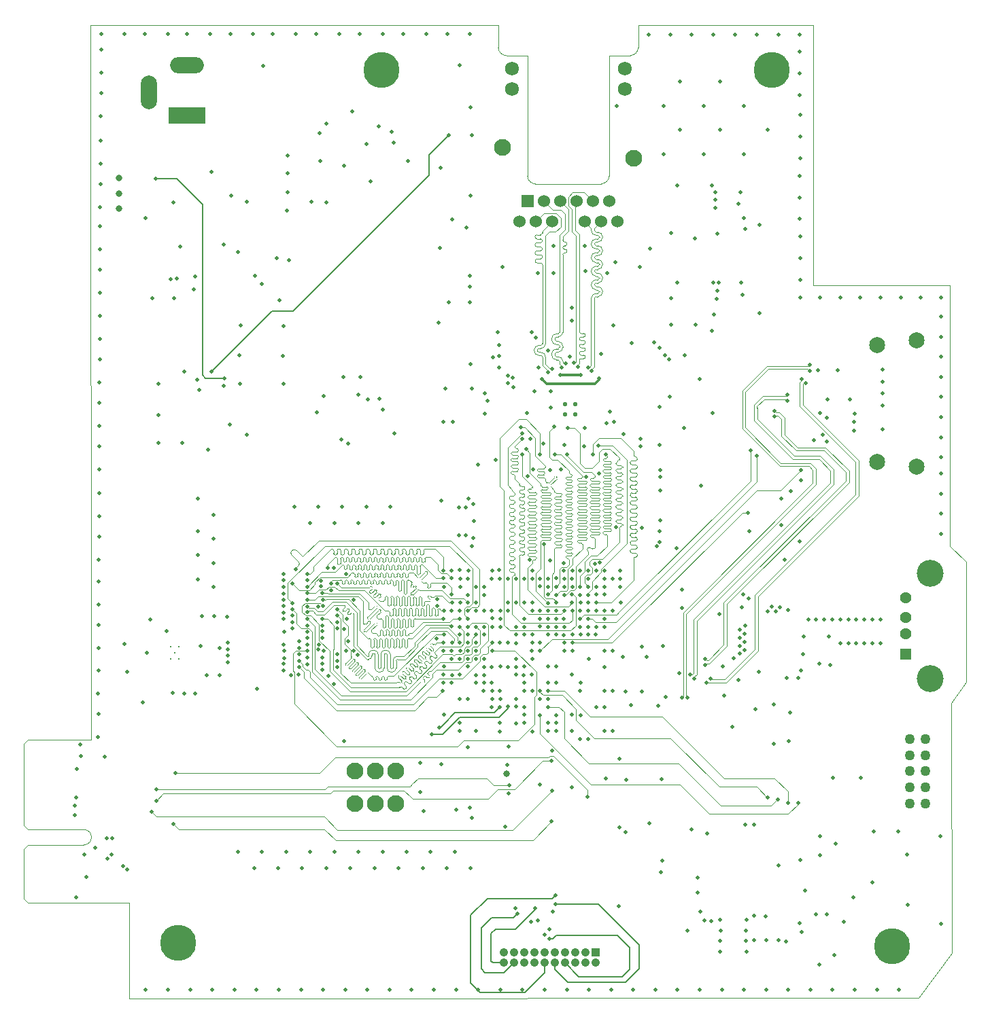
<source format=gbr>
G04 #@! TF.GenerationSoftware,KiCad,Pcbnew,(7.0.0)*
G04 #@! TF.CreationDate,2024-09-24T23:13:17+02:00*
G04 #@! TF.ProjectId,FPGA_dev_board,46504741-5f64-4657-965f-626f6172642e,rev?*
G04 #@! TF.SameCoordinates,Original*
G04 #@! TF.FileFunction,Copper,L3,Inr*
G04 #@! TF.FilePolarity,Positive*
%FSLAX46Y46*%
G04 Gerber Fmt 4.6, Leading zero omitted, Abs format (unit mm)*
G04 Created by KiCad (PCBNEW (7.0.0)) date 2024-09-24 23:13:17*
%MOMM*%
%LPD*%
G01*
G04 APERTURE LIST*
G04 #@! TA.AperFunction,ComponentPad*
%ADD10C,4.500000*%
G04 #@! TD*
G04 #@! TA.AperFunction,ComponentPad*
%ADD11C,0.300000*%
G04 #@! TD*
G04 #@! TA.AperFunction,ComponentPad*
%ADD12C,2.100000*%
G04 #@! TD*
G04 #@! TA.AperFunction,ComponentPad*
%ADD13R,1.530000X1.530000*%
G04 #@! TD*
G04 #@! TA.AperFunction,ComponentPad*
%ADD14C,1.530000*%
G04 #@! TD*
G04 #@! TA.AperFunction,ComponentPad*
%ADD15C,1.725000*%
G04 #@! TD*
G04 #@! TA.AperFunction,ComponentPad*
%ADD16R,4.600000X2.000000*%
G04 #@! TD*
G04 #@! TA.AperFunction,ComponentPad*
%ADD17O,4.200000X2.000000*%
G04 #@! TD*
G04 #@! TA.AperFunction,ComponentPad*
%ADD18O,2.000000X4.200000*%
G04 #@! TD*
G04 #@! TA.AperFunction,ComponentPad*
%ADD19R,1.060000X1.060000*%
G04 #@! TD*
G04 #@! TA.AperFunction,ComponentPad*
%ADD20C,1.060000*%
G04 #@! TD*
G04 #@! TA.AperFunction,ComponentPad*
%ADD21C,1.995000*%
G04 #@! TD*
G04 #@! TA.AperFunction,ComponentPad*
%ADD22C,1.270000*%
G04 #@! TD*
G04 #@! TA.AperFunction,ComponentPad*
%ADD23R,1.428000X1.428000*%
G04 #@! TD*
G04 #@! TA.AperFunction,ComponentPad*
%ADD24C,1.428000*%
G04 #@! TD*
G04 #@! TA.AperFunction,ComponentPad*
%ADD25C,3.346000*%
G04 #@! TD*
G04 #@! TA.AperFunction,ComponentPad*
%ADD26C,0.550000*%
G04 #@! TD*
G04 #@! TA.AperFunction,ViaPad*
%ADD27C,0.500000*%
G04 #@! TD*
G04 #@! TA.AperFunction,ViaPad*
%ADD28C,0.800000*%
G04 #@! TD*
G04 #@! TA.AperFunction,Conductor*
%ADD29C,0.350000*%
G04 #@! TD*
G04 #@! TA.AperFunction,Conductor*
%ADD30C,0.100000*%
G04 #@! TD*
G04 #@! TA.AperFunction,Conductor*
%ADD31C,0.150000*%
G04 #@! TD*
G04 #@! TA.AperFunction,Conductor*
%ADD32C,0.200000*%
G04 #@! TD*
G04 #@! TA.AperFunction,Profile*
%ADD33C,0.100000*%
G04 #@! TD*
G04 #@! TA.AperFunction,Profile*
%ADD34C,0.010000*%
G04 #@! TD*
G04 APERTURE END LIST*
D10*
X81640000Y-125240000D03*
D11*
X55420000Y-198590000D03*
X56420000Y-198590000D03*
X55920000Y-197840000D03*
X55420000Y-197090000D03*
X56420000Y-197090000D03*
D12*
X78370000Y-212590000D03*
X80910000Y-212590000D03*
X83450000Y-212590000D03*
D13*
X99833999Y-141559999D03*
D14*
X101866000Y-141560000D03*
X103898000Y-141560000D03*
X105930000Y-141560000D03*
X107962000Y-141560000D03*
X109994000Y-141560000D03*
X98818000Y-144100000D03*
X100850000Y-144100000D03*
X102882000Y-144100000D03*
X106946000Y-144100000D03*
X108978000Y-144100000D03*
X111010000Y-144100000D03*
D15*
X97889000Y-127590000D03*
X97889000Y-125050000D03*
X111939000Y-127590000D03*
X111939000Y-125050000D03*
D12*
X113069000Y-136230000D03*
X96759000Y-134830000D03*
D16*
X57459999Y-130879999D03*
D17*
X57459999Y-124579999D03*
D18*
X52659999Y-127979999D03*
D10*
X56360000Y-233980000D03*
D19*
X108279999Y-235229999D03*
D20*
X108280000Y-236500000D03*
X107010000Y-235230000D03*
X107010000Y-236500000D03*
X105740000Y-235230000D03*
X105740000Y-236500000D03*
X104470000Y-235230000D03*
X104470000Y-236500000D03*
X103200000Y-235230000D03*
X103200000Y-236500000D03*
X101930000Y-235230000D03*
X101930000Y-236500000D03*
X100660000Y-235230000D03*
X100660000Y-236500000D03*
X99390000Y-235230000D03*
X99390000Y-236500000D03*
X98120000Y-235230000D03*
X98120000Y-236500000D03*
X96850000Y-235230000D03*
X96850000Y-236500000D03*
D21*
X143370000Y-174020000D03*
X143370000Y-159520000D03*
X148320000Y-174620000D03*
X148320000Y-158920000D03*
D22*
X149400000Y-216620000D03*
X149400000Y-214620001D03*
X149400000Y-212620000D03*
X149400000Y-210619999D03*
X149400000Y-208620001D03*
X147399999Y-216620000D03*
X147399999Y-214620001D03*
X147399999Y-212620000D03*
X147399999Y-210619999D03*
X147399999Y-208620001D03*
D10*
X145270000Y-234470000D03*
D23*
X146969999Y-197979999D03*
D24*
X146970000Y-195480000D03*
X146970000Y-193480000D03*
X146970000Y-190980000D03*
D25*
X149970000Y-201050000D03*
X149970000Y-187910000D03*
D12*
X78370000Y-216680000D03*
X80910000Y-216680000D03*
X83450000Y-216680000D03*
D10*
X130270000Y-125210000D03*
D26*
X105795000Y-166885000D03*
X105795000Y-168135000D03*
X104545000Y-166885000D03*
X104545000Y-168135000D03*
D27*
X95407000Y-201600000D03*
X95432000Y-193575000D03*
X99407000Y-195600000D03*
X100382000Y-197625000D03*
X83270000Y-170510000D03*
X96432000Y-203575000D03*
X76650000Y-171260000D03*
X94444500Y-190637500D03*
X96432000Y-199575000D03*
X96432000Y-194625000D03*
X99382000Y-200625000D03*
X97407000Y-192600000D03*
X89070000Y-178860000D03*
X92470000Y-178610000D03*
X98400000Y-203610000D03*
X96307500Y-187560000D03*
X98432000Y-191575000D03*
X98407000Y-195600000D03*
X131070000Y-233680000D03*
X79780000Y-179670000D03*
X79750000Y-134420000D03*
X46760000Y-120740000D03*
X66910000Y-124690000D03*
X81780000Y-222670000D03*
X109620000Y-213490000D03*
X78780000Y-222670000D03*
X92700000Y-120740000D03*
X46660000Y-136900000D03*
X99432000Y-205575000D03*
X146102659Y-239860000D03*
X122984284Y-120810000D03*
X110432000Y-207625000D03*
X102407000Y-201600000D03*
X144060000Y-165540000D03*
X133770000Y-151340000D03*
X58990000Y-165110000D03*
X69502324Y-198512324D03*
X90407000Y-187575000D03*
X102432000Y-203625000D03*
X110420000Y-197590000D03*
X116240000Y-159800000D03*
X123480000Y-145600000D03*
X96432000Y-193650000D03*
X121040000Y-227740000D03*
X91382000Y-207625000D03*
X92950000Y-184560000D03*
X46620000Y-144700000D03*
X96130000Y-157900000D03*
X108210000Y-186790000D03*
X62450000Y-193370000D03*
X141780000Y-193670000D03*
X43647220Y-215858580D03*
X66105304Y-239860000D03*
X127450000Y-182660000D03*
X125675712Y-120810000D03*
X46550000Y-166690000D03*
X77780000Y-224670000D03*
X92700000Y-150890000D03*
X142810000Y-226460000D03*
X46590000Y-155890000D03*
X74810000Y-141680000D03*
X97450000Y-209560000D03*
X59160000Y-196990000D03*
X57829717Y-239860000D03*
X123860233Y-232471734D03*
X126920000Y-219250000D03*
X44930000Y-225790000D03*
X133960000Y-232640000D03*
X87220000Y-120740000D03*
X106432000Y-195600000D03*
X93407000Y-207575000D03*
X89407000Y-205575000D03*
X97407000Y-191600000D03*
X73754500Y-192076088D03*
X134130000Y-198030000D03*
X142780000Y-196670000D03*
X46690000Y-134030000D03*
X105387500Y-200577500D03*
X95432000Y-187625000D03*
X78950000Y-120740000D03*
X112010000Y-202720000D03*
X60780000Y-183670000D03*
X93190000Y-181410000D03*
X142780000Y-193670000D03*
X151280000Y-220730000D03*
X134390000Y-227450000D03*
X123780000Y-132670000D03*
X104410000Y-196590000D03*
X46570000Y-161290000D03*
X59270000Y-193240000D03*
X104407000Y-197600000D03*
X66770000Y-151900000D03*
X123690000Y-193050000D03*
X136291428Y-153560000D03*
X46590000Y-147570000D03*
X81780000Y-181670000D03*
X126780000Y-135670000D03*
X91432000Y-189630000D03*
X104432000Y-189625000D03*
X109382000Y-192575000D03*
X133770000Y-145957140D03*
X89370000Y-169106097D03*
X44620000Y-223000000D03*
X118490000Y-139630000D03*
X112080000Y-220210000D03*
X101130000Y-150490000D03*
X143780000Y-193670000D03*
X97407000Y-199600000D03*
X95432000Y-203575000D03*
X60020000Y-172550000D03*
X143780000Y-196670000D03*
X143795712Y-153560000D03*
X71780000Y-224670000D03*
X96300000Y-160890000D03*
X128220000Y-204900000D03*
X46560000Y-158760000D03*
X117490000Y-161310000D03*
X81820000Y-167550000D03*
X120292856Y-120810000D03*
X92720000Y-161880000D03*
X69440000Y-191230000D03*
X78220000Y-197610000D03*
X137780000Y-193670000D03*
X151360000Y-180531428D03*
X151330000Y-231620000D03*
X62820000Y-120740000D03*
X141372000Y-213448000D03*
X129580000Y-233690000D03*
X109432000Y-204625000D03*
X46640000Y-142300000D03*
X118517355Y-239860000D03*
X46760000Y-122670000D03*
X126690000Y-190610000D03*
X49630000Y-120740000D03*
X75780000Y-181670000D03*
X133750000Y-143780000D03*
X68863833Y-239860000D03*
X77470000Y-171810000D03*
X88173536Y-239860000D03*
X94444500Y-189637500D03*
X140450000Y-228330000D03*
X106407000Y-192600000D03*
X100419500Y-187612500D03*
X138180000Y-221610000D03*
X118780000Y-126670000D03*
X46730000Y-125540000D03*
X116320000Y-171980000D03*
X121780000Y-129670000D03*
X128070000Y-233690000D03*
X133750000Y-128340000D03*
X98382000Y-200600000D03*
X101966181Y-239860000D03*
X132550000Y-205290000D03*
X132310000Y-239860000D03*
X95432000Y-202600000D03*
X123400000Y-153710000D03*
X135068529Y-239860000D03*
X46520000Y-177990000D03*
X110530000Y-157030000D03*
X116727794Y-197046264D03*
X137510000Y-199400000D03*
X117050000Y-203380000D03*
X58290000Y-152520000D03*
X126070000Y-201210000D03*
X46500000Y-174960000D03*
X90930000Y-217400000D03*
X107483239Y-239860000D03*
X68130000Y-120740000D03*
X73780000Y-179670000D03*
X128730000Y-144520000D03*
X43717220Y-212328580D03*
X55380000Y-151290000D03*
X130540000Y-209220000D03*
X46410000Y-200050000D03*
X135720000Y-230490000D03*
X151340000Y-165975716D03*
X95850000Y-173840000D03*
X73530000Y-120740000D03*
X114120000Y-197130000D03*
X100407000Y-192600000D03*
X123820233Y-233791734D03*
X151340000Y-158471432D03*
X46670000Y-139430000D03*
X60780000Y-180670000D03*
X68920000Y-153880000D03*
X106407000Y-202600000D03*
X133750000Y-141088572D03*
X106432000Y-205625000D03*
X75365000Y-190030000D03*
X151360000Y-183032856D03*
X72415000Y-188830000D03*
X124034413Y-239860000D03*
X95410000Y-194600000D03*
X51920000Y-204050000D03*
X66184122Y-202325878D03*
X69440000Y-190455000D03*
X105070000Y-160960000D03*
X60780000Y-189670000D03*
X68780000Y-224670000D03*
X144070000Y-164030000D03*
X107432000Y-188625000D03*
X63780000Y-222670000D03*
X133750000Y-125648572D03*
X105320000Y-154840000D03*
X99432000Y-191625000D03*
X110241768Y-239860000D03*
X98432000Y-188600000D03*
X140585587Y-239860000D03*
X131058568Y-120810000D03*
X52460000Y-197860000D03*
X116780000Y-135670000D03*
X76780000Y-179670000D03*
X85415007Y-239860000D03*
X133750000Y-122957140D03*
X151360000Y-175528572D03*
X52900000Y-193730000D03*
X116780000Y-129670000D03*
X72950000Y-141640000D03*
X99407000Y-201600000D03*
X72780000Y-222670000D03*
X77139420Y-239860000D03*
X98070000Y-164730000D03*
X126650000Y-153210000D03*
X96290000Y-159530000D03*
X88490500Y-196085522D03*
X129780000Y-132670000D03*
X73639998Y-167850000D03*
X107419500Y-208612500D03*
X144070000Y-162530000D03*
X98407000Y-194600000D03*
X46540000Y-164160000D03*
X43627220Y-228318580D03*
X114910000Y-120810000D03*
X94500000Y-168040000D03*
X91432000Y-191600000D03*
X135780000Y-193670000D03*
X133770000Y-133528572D03*
X109382000Y-202575000D03*
X136250000Y-167950000D03*
X133770000Y-130837140D03*
X132060000Y-233810000D03*
X125340000Y-207070000D03*
X102430000Y-199583388D03*
X65690000Y-120740000D03*
X110830000Y-182220000D03*
X100457000Y-207650000D03*
X105330000Y-156450000D03*
X133790000Y-153560000D03*
X60290000Y-120740000D03*
X104724710Y-239860000D03*
X126090000Y-141860000D03*
X63760000Y-147890000D03*
X86780000Y-224670000D03*
X100432000Y-188625000D03*
X65780000Y-224670000D03*
X116990000Y-160730000D03*
X93680000Y-174410000D03*
X137330000Y-195840000D03*
X137827058Y-239860000D03*
X46490000Y-180860000D03*
X58780000Y-182670000D03*
X107444000Y-198611000D03*
X136150000Y-199190000D03*
X99870000Y-175870000D03*
X75780000Y-222670000D03*
X74380891Y-239860000D03*
X138780000Y-193670000D03*
X64090000Y-157070000D03*
X133770000Y-136220000D03*
X151300000Y-153560000D03*
X136160000Y-236720000D03*
X60780000Y-186670000D03*
X133750000Y-231540000D03*
X52160000Y-120740000D03*
X115960000Y-184530000D03*
X62040000Y-164590000D03*
X52312659Y-239860000D03*
X139970000Y-166270000D03*
X133910000Y-200020000D03*
X147220000Y-229230000D03*
X142950000Y-220100000D03*
X104380000Y-186680000D03*
X55071188Y-239860000D03*
X46500000Y-183390000D03*
X98457000Y-198575000D03*
X128367140Y-120810000D03*
X151340000Y-173480000D03*
X147130000Y-223040000D03*
X58780000Y-178670000D03*
X69490000Y-196830000D03*
X96420000Y-206590000D03*
X129551471Y-239860000D03*
X74760000Y-131930000D03*
X90932065Y-239860000D03*
X76400000Y-120740000D03*
X96420000Y-196560000D03*
X93080000Y-183530000D03*
X90390000Y-197605000D03*
X137200000Y-166250000D03*
X123220000Y-142370000D03*
X124136100Y-199520000D03*
X46390000Y-205450000D03*
X122680000Y-231290000D03*
X139780000Y-193670000D03*
X136780000Y-193670000D03*
X60860000Y-193290000D03*
X138500000Y-162670000D03*
X139780000Y-196670000D03*
X66780000Y-222670000D03*
X46360000Y-208320000D03*
X98382000Y-199625000D03*
X64079904Y-164357712D03*
X151340000Y-170978572D03*
X46710000Y-130940000D03*
X133750000Y-138397140D03*
X122780000Y-157699000D03*
X92780000Y-224670000D03*
X46570000Y-152970000D03*
X74821644Y-224669844D03*
X151340000Y-155970000D03*
X140780000Y-196670000D03*
X138780000Y-196670000D03*
X141294284Y-153560000D03*
X146297140Y-153560000D03*
X124350000Y-203210000D03*
X73829500Y-196829500D03*
X144060000Y-170030000D03*
X138792856Y-153560000D03*
X46380000Y-202920000D03*
X55750000Y-141690000D03*
X103382000Y-193625000D03*
X80310000Y-139100000D03*
X64920000Y-141610000D03*
X94540000Y-165510000D03*
X143344116Y-239860000D03*
X91407000Y-187550000D03*
X46530000Y-172090000D03*
X141780000Y-196670000D03*
X97350000Y-211850000D03*
X121780000Y-135670000D03*
X57070000Y-202970000D03*
X92670000Y-217180000D03*
X137880000Y-213448000D03*
X123830000Y-231120000D03*
X103070000Y-150520000D03*
X131130000Y-224360000D03*
X69490000Y-200055000D03*
X62010000Y-146930000D03*
X151340000Y-160972860D03*
X132360000Y-208830000D03*
X82780000Y-179670000D03*
X82656478Y-239860000D03*
X46460000Y-188990000D03*
X55030000Y-120740000D03*
X122880000Y-167970000D03*
X60588246Y-239860000D03*
X87780000Y-222670000D03*
X101370000Y-189590000D03*
X58780000Y-185670000D03*
X102650000Y-186340000D03*
X93407000Y-196600000D03*
X148798568Y-153560000D03*
X96340000Y-162320000D03*
X46600000Y-150100000D03*
X104420000Y-171980000D03*
X90390000Y-192590000D03*
X126792942Y-239860000D03*
X90780000Y-222670000D03*
X65930000Y-150890000D03*
X69860000Y-142730000D03*
X96407000Y-202600000D03*
X58420000Y-202930000D03*
X71000000Y-120740000D03*
X136040000Y-162660000D03*
X92770000Y-129900000D03*
X76165000Y-194030000D03*
X46430000Y-191860000D03*
X90540000Y-169096097D03*
X89821644Y-224669844D03*
X92720000Y-140860000D03*
X74490000Y-165830002D03*
X69780000Y-222670000D03*
X100407000Y-202600000D03*
X71622362Y-239860000D03*
X111394500Y-187612500D03*
X53860000Y-168230000D03*
X80780000Y-224670000D03*
X81820000Y-120740000D03*
X123820233Y-235131734D03*
X97072400Y-219550500D03*
X57420000Y-120740000D03*
X70565000Y-194030000D03*
X95407000Y-199600000D03*
X84350000Y-120740000D03*
X118780000Y-132670000D03*
X83180000Y-134290000D03*
X151340000Y-168477144D03*
X101382000Y-193625000D03*
X58780000Y-188670000D03*
X62920000Y-140870000D03*
X46520000Y-169560000D03*
X103407000Y-206600000D03*
X123780000Y-126670000D03*
X63996200Y-160810000D03*
X69490000Y-188830000D03*
X115758826Y-239860000D03*
X151360000Y-178030000D03*
X114090000Y-202690000D03*
X101230000Y-162290000D03*
X133770000Y-148648572D03*
X63346775Y-239860000D03*
X53890000Y-164350000D03*
X78780000Y-181670000D03*
X100407000Y-196625000D03*
X112810000Y-159250000D03*
X113000297Y-239860000D03*
X91432000Y-188590000D03*
X109720000Y-150540000D03*
X72794713Y-181642756D03*
X69490000Y-192830000D03*
X69990000Y-138120000D03*
X134780000Y-193670000D03*
X77240000Y-188030000D03*
X115630000Y-159140000D03*
X56140000Y-151240000D03*
X59890000Y-200650000D03*
X93110000Y-179300000D03*
X46440000Y-194390000D03*
X133800000Y-223690000D03*
X140780000Y-193670000D03*
X99394000Y-199586000D03*
X126780000Y-129670000D03*
X144020000Y-167030000D03*
X79897949Y-239860000D03*
X46470000Y-186260000D03*
X99432000Y-194625000D03*
X107030000Y-150310000D03*
X117710000Y-153629000D03*
X108960000Y-160600000D03*
X112090000Y-213660000D03*
X89830000Y-120740000D03*
X69950000Y-135910000D03*
X70794713Y-179642756D03*
X121275884Y-239860000D03*
X93430000Y-191590000D03*
X61500000Y-200640000D03*
X138070000Y-235550000D03*
X75750500Y-201725521D03*
X84780000Y-222670000D03*
X97407000Y-196600000D03*
X92432000Y-190625000D03*
X100840000Y-158540000D03*
X118440000Y-151709000D03*
X109408500Y-194601500D03*
X92407000Y-203600000D03*
X46410000Y-197260000D03*
X46740000Y-128070000D03*
X131450000Y-181940000D03*
X69950000Y-140450000D03*
X73980000Y-133110000D03*
X130520000Y-204290000D03*
X151340000Y-163474288D03*
X117601428Y-120810000D03*
X133750000Y-120810000D03*
X83780000Y-224670000D03*
X120240000Y-219870000D03*
X128630000Y-200230000D03*
X121370000Y-230090000D03*
X128690000Y-155529000D03*
X108810000Y-186559500D03*
X122190000Y-220360000D03*
X128060000Y-230660000D03*
X101382000Y-196625000D03*
X99400000Y-202580000D03*
X98432500Y-196632500D03*
X127370000Y-191120000D03*
X117700000Y-156919000D03*
X100407000Y-195575000D03*
X101361921Y-188633502D03*
X120730000Y-156959000D03*
X129520000Y-230680000D03*
X100419500Y-198612500D03*
X123030000Y-155729000D03*
X100432000Y-191600000D03*
X132080000Y-200990000D03*
X78760000Y-165680000D03*
X90450000Y-143860000D03*
X58690000Y-163800000D03*
X69410000Y-160860000D03*
D28*
X49000000Y-140660000D03*
D27*
X69450000Y-157130000D03*
X79030000Y-163510000D03*
X122930000Y-151719000D03*
X123190000Y-141380000D03*
X123450000Y-152699000D03*
X69450000Y-164360000D03*
X122840000Y-139620000D03*
X135500000Y-171370000D03*
D28*
X48980000Y-138700000D03*
D27*
X53130000Y-153680000D03*
X76920000Y-163480000D03*
X77980000Y-130410000D03*
X89580000Y-164910000D03*
X57100000Y-162820000D03*
X79950000Y-166270000D03*
X90000000Y-154170000D03*
D28*
X48960000Y-142470000D03*
D27*
X92875000Y-133315000D03*
X58440000Y-150970000D03*
X88950000Y-147420000D03*
X119050000Y-192280000D03*
X111270000Y-219580000D03*
X121850000Y-231200000D03*
X121420000Y-176990000D03*
X137070000Y-168570000D03*
X114120000Y-182270000D03*
X136570000Y-170650000D03*
X103432000Y-201600000D03*
X111280000Y-211020000D03*
X102610000Y-175050000D03*
X106920000Y-172130000D03*
X116340000Y-175890000D03*
X131870000Y-186230000D03*
X106432000Y-191575000D03*
X119400000Y-160730000D03*
X146040000Y-220120000D03*
X103970000Y-174980000D03*
X107166847Y-175888173D03*
X136220000Y-220750000D03*
X131460000Y-178610000D03*
X121290000Y-163740000D03*
X108770000Y-175520000D03*
X102407000Y-206600000D03*
X96725000Y-149790000D03*
X109407000Y-207600000D03*
X119110000Y-189950000D03*
X109432000Y-199625000D03*
X114690000Y-198380000D03*
X121040000Y-225870000D03*
X106394500Y-208587500D03*
X91350000Y-124590000D03*
X102750000Y-165290000D03*
X105330000Y-214590000D03*
X116150000Y-204430000D03*
X101407000Y-192600000D03*
X94890000Y-166410000D03*
X127020000Y-233760000D03*
X137100000Y-230490000D03*
X126510500Y-192160000D03*
X43470000Y-216919080D03*
X113880000Y-172150000D03*
X103369500Y-199587500D03*
X105407000Y-197600000D03*
X106388500Y-187601500D03*
X132580000Y-177660000D03*
X139230000Y-231380000D03*
X97460000Y-215380000D03*
X98432000Y-206625000D03*
X111710000Y-198320000D03*
X101407000Y-203600000D03*
X113810000Y-149780000D03*
X108407000Y-194600000D03*
X137130000Y-171540000D03*
X125490000Y-198540000D03*
X76980000Y-208860000D03*
X84990000Y-136540000D03*
X108407000Y-204600000D03*
X110432000Y-192625000D03*
X109432000Y-190600000D03*
X111760000Y-170550000D03*
X128020000Y-219270000D03*
X109382000Y-197575000D03*
X118700000Y-200410000D03*
X43440000Y-218090000D03*
X103400000Y-188560000D03*
X118420000Y-184800000D03*
X49950000Y-200220000D03*
X110432000Y-202625000D03*
X74000000Y-136590000D03*
X86440000Y-215230000D03*
X105382000Y-205575000D03*
X99800000Y-167990000D03*
X105407000Y-195575000D03*
X89000000Y-137380000D03*
X127080000Y-235140000D03*
X89070000Y-211730000D03*
X88730000Y-156710000D03*
X127070000Y-232440000D03*
X76990000Y-137160000D03*
X136230000Y-223080000D03*
X106432000Y-201575000D03*
X102883485Y-210012077D03*
X103432000Y-192575000D03*
X127100000Y-231120000D03*
X100570000Y-174970000D03*
X133580000Y-200990000D03*
X134230000Y-195830000D03*
X116350000Y-181350000D03*
X49640000Y-196790000D03*
X44200000Y-210760000D03*
X46030000Y-222110000D03*
X47220000Y-210810000D03*
X60500000Y-137890000D03*
X55850000Y-153680000D03*
X68620000Y-148660000D03*
X70160000Y-148930000D03*
X95407000Y-204600000D03*
X62800000Y-169370000D03*
X91407000Y-192600000D03*
X92920000Y-218440000D03*
X94382000Y-202575000D03*
X69465000Y-189630000D03*
X69527500Y-197630000D03*
X94432000Y-194625000D03*
X77215000Y-197630000D03*
X69490000Y-192030000D03*
X53870000Y-171700000D03*
X76165000Y-194830000D03*
X91407000Y-203600000D03*
X75765000Y-187280000D03*
X91407000Y-195600000D03*
X92407000Y-198600000D03*
X78650000Y-198070500D03*
X70565000Y-193230000D03*
X56870000Y-171670000D03*
X89440000Y-189630000D03*
X91407000Y-206600000D03*
X55690000Y-202860000D03*
X69490000Y-199230000D03*
X70565000Y-194830000D03*
X77310000Y-193580000D03*
X92420000Y-209610000D03*
X89390000Y-200580000D03*
X96350000Y-207640000D03*
X61470000Y-197240000D03*
X69490000Y-188030000D03*
X78194479Y-191229500D03*
X64880000Y-170650000D03*
X100075715Y-186239500D03*
X102720000Y-167280000D03*
X109710000Y-169270000D03*
X100350000Y-157880000D03*
X100740000Y-165240000D03*
X98030000Y-163530000D03*
X116250000Y-167200000D03*
X126920000Y-145030000D03*
X102380000Y-160170000D03*
X126740000Y-143640000D03*
X117710000Y-145510000D03*
X101820000Y-171780000D03*
X106950000Y-169840000D03*
X120710000Y-146220000D03*
X100200000Y-171190000D03*
X93400000Y-189610000D03*
X95407000Y-188600000D03*
X97420000Y-163270000D03*
X99432000Y-188625000D03*
X54930000Y-195180000D03*
X69490000Y-193605000D03*
X77480000Y-196450000D03*
X62490000Y-196600000D03*
X62490000Y-199060000D03*
X62490000Y-198190000D03*
X62490000Y-197390000D03*
X92130000Y-183200000D03*
X92432000Y-188625000D03*
X92120000Y-179720000D03*
X49449732Y-224401092D03*
X91340000Y-183190000D03*
X92502000Y-187610000D03*
X91330000Y-179740000D03*
X49944708Y-224896068D03*
X110080000Y-167760000D03*
X117530000Y-165970000D03*
X106990000Y-147120000D03*
X103100000Y-147150000D03*
X108710000Y-163670000D03*
X101600000Y-163740000D03*
X103910853Y-163238917D03*
X106420000Y-163190609D03*
X116370000Y-175040000D03*
X102407000Y-188600000D03*
X104407000Y-188625000D03*
X116390000Y-177600000D03*
X105407000Y-187600000D03*
X116300000Y-182700000D03*
X116320000Y-184020000D03*
X105382000Y-188625000D03*
X102407000Y-189625000D03*
X133710000Y-183940000D03*
X133910000Y-176370000D03*
X104382000Y-187600000D03*
X44137220Y-209318580D03*
X107280000Y-215780000D03*
X102394500Y-202587500D03*
X55960000Y-212850000D03*
X132300000Y-216600000D03*
X131000000Y-216120000D03*
X102419500Y-204612500D03*
X102860000Y-218890000D03*
X55770000Y-219190000D03*
X129720000Y-215910000D03*
X53597220Y-214888580D03*
X97570000Y-214350000D03*
X101420500Y-202593139D03*
X53047220Y-217668580D03*
X102407000Y-193600000D03*
X102870000Y-215030000D03*
X48022386Y-223003414D03*
X94432000Y-192625000D03*
X95407000Y-192600000D03*
X47492054Y-223533746D03*
X96407000Y-188600000D03*
X48137220Y-220958580D03*
X47437220Y-220958580D03*
X97407000Y-188600000D03*
X133580000Y-216570000D03*
X53597220Y-216308580D03*
X101407000Y-205600000D03*
X102840000Y-211330000D03*
X107845269Y-162755984D03*
X105603285Y-161696560D03*
X107364435Y-162275150D03*
X106084119Y-162177394D03*
X97420000Y-164240000D03*
X95570000Y-161060000D03*
X110790000Y-149150000D03*
X115090000Y-147450000D03*
X110910000Y-129730000D03*
X104090487Y-162284697D03*
X104571321Y-161803863D03*
X102867295Y-162446461D03*
X102386461Y-162927295D03*
X119060000Y-203480000D03*
X134960000Y-161980000D03*
X102382000Y-194600000D03*
X121990000Y-199340000D03*
X130587967Y-167719859D03*
X107432000Y-195600000D03*
X108357000Y-195550000D03*
X130587967Y-168419859D03*
X121990000Y-198640000D03*
X127300000Y-180370000D03*
X140540000Y-168020000D03*
X105407000Y-196600000D03*
X140510000Y-169040000D03*
X127630000Y-172650000D03*
X106369500Y-193637500D03*
X140460000Y-170150000D03*
X128400000Y-173320000D03*
X107369500Y-193637500D03*
X105382000Y-207575000D03*
X102590000Y-232300000D03*
X102560000Y-233480000D03*
X103310000Y-229200000D03*
X101930000Y-233020000D03*
X100280000Y-231390000D03*
X102382000Y-207575000D03*
X103320000Y-228060000D03*
X96449123Y-239860000D03*
X99207652Y-239860000D03*
X93690594Y-239860000D03*
X103407000Y-205603000D03*
X103382000Y-207575000D03*
X102980000Y-230070000D03*
X101130000Y-231200000D03*
X98340000Y-229710000D03*
X98550000Y-230400000D03*
X100800000Y-229670000D03*
X101421000Y-194586000D03*
X134950000Y-162680000D03*
X119760000Y-203480000D03*
X122631799Y-201041467D03*
X133954834Y-163694834D03*
X104382000Y-193625000D03*
X104407000Y-194600000D03*
X134485166Y-164225166D03*
X122101467Y-201571799D03*
X92230000Y-144840000D03*
X123650000Y-151750000D03*
X92650000Y-152180000D03*
X92690000Y-154160000D03*
X123230000Y-140450000D03*
X60490000Y-162790000D03*
X90030000Y-133310000D03*
X116550000Y-213630000D03*
X101390000Y-214280000D03*
X115010000Y-219130000D03*
X99432000Y-193625000D03*
X112760000Y-204360000D03*
X81380000Y-166220000D03*
X52280000Y-143650000D03*
X56560000Y-147180000D03*
X126400000Y-151700000D03*
X126360000Y-140420000D03*
X62130000Y-163620000D03*
X53510000Y-138720000D03*
X82910000Y-132920000D03*
X72440000Y-197630000D03*
X95420000Y-197560000D03*
X90415000Y-200605000D03*
X74315000Y-198455000D03*
X93407000Y-198600000D03*
X72440000Y-198430000D03*
X71365000Y-198030000D03*
X94407000Y-199600000D03*
X90407000Y-201600000D03*
X76165000Y-198830000D03*
X95440000Y-196577000D03*
X71365000Y-198830000D03*
X76165000Y-199630000D03*
X92395000Y-199580000D03*
X71365000Y-199630000D03*
X89250000Y-202590000D03*
X94440000Y-200605000D03*
X75040000Y-200760000D03*
X72415000Y-199255000D03*
X94430000Y-198600000D03*
X74315000Y-196030000D03*
X93394500Y-197587500D03*
X89394500Y-201612500D03*
X74315000Y-199230000D03*
X74440000Y-197630500D03*
X89407000Y-199575000D03*
X71290000Y-200520000D03*
X90407000Y-198600000D03*
X74315000Y-200005000D03*
X94432000Y-201600000D03*
X71365000Y-197230000D03*
X94419500Y-195587500D03*
X91415000Y-200555000D03*
X76140000Y-198005000D03*
X91420000Y-198590000D03*
X72440000Y-196830000D03*
X91432000Y-197625000D03*
X77020000Y-194850000D03*
X70360000Y-200650000D03*
X93382500Y-192605000D03*
X71365000Y-196430000D03*
X72390000Y-194430000D03*
X89394500Y-197587500D03*
X72390000Y-195230000D03*
X92432000Y-197600000D03*
X92432000Y-195600000D03*
X72415000Y-196030000D03*
X69540000Y-195230000D03*
X92407000Y-196625000D03*
X108407000Y-189600000D03*
X110610000Y-169050000D03*
X108394500Y-191612500D03*
X107990000Y-173110000D03*
X103382000Y-191625000D03*
X101910000Y-184290000D03*
X107382000Y-192600000D03*
X113920000Y-171160000D03*
X104394500Y-190637500D03*
X104790000Y-173130000D03*
X96432000Y-192625000D03*
X103369500Y-190637500D03*
X103250000Y-173130000D03*
X105394500Y-190612500D03*
X101400000Y-173130000D03*
X105394500Y-191612500D03*
X99160000Y-173150000D03*
X109560000Y-173100000D03*
X106394500Y-189612500D03*
X133930000Y-175050000D03*
X101407000Y-197600000D03*
X105408500Y-189598500D03*
X100400000Y-200590000D03*
X86440000Y-211550000D03*
X88820000Y-207160000D03*
X96407000Y-204600000D03*
X116580000Y-223750000D03*
X107382000Y-194625000D03*
X106382000Y-194650000D03*
X116470000Y-225220000D03*
X119740000Y-232450000D03*
X104382000Y-195625000D03*
X103446000Y-194614000D03*
X111220000Y-229430000D03*
X74360000Y-192030000D03*
X93432000Y-195600000D03*
X91419500Y-193587500D03*
X72415000Y-191230000D03*
X93440000Y-200605000D03*
X74293434Y-194480000D03*
X74293434Y-195180000D03*
X93440000Y-201575500D03*
X74315000Y-193630000D03*
X91419500Y-194612500D03*
X92444500Y-194637500D03*
X70590000Y-192455000D03*
X75370000Y-189230000D03*
X92400000Y-191590000D03*
X89394500Y-193587500D03*
X74315000Y-190430000D03*
X90394500Y-194587500D03*
X74381811Y-191230000D03*
X72440000Y-190430000D03*
X89419500Y-192587500D03*
X89419500Y-195587500D03*
X76160000Y-192420000D03*
X92419500Y-193587500D03*
X70565000Y-191630000D03*
X89394500Y-196587500D03*
X76165000Y-193230000D03*
X72390000Y-193630500D03*
X93432000Y-194625000D03*
X92432000Y-192625000D03*
X70965000Y-187405000D03*
X74940000Y-187280000D03*
X90407000Y-188575000D03*
X74152875Y-188880000D03*
X88557000Y-191200000D03*
X88557000Y-192000000D03*
X74152875Y-189580000D03*
X70570000Y-189230000D03*
X90394500Y-190562500D03*
X89365000Y-188555000D03*
X72390000Y-189630000D03*
X89394500Y-187587500D03*
X72415000Y-188030000D03*
X76170000Y-189230000D03*
X90426000Y-191591000D03*
X120112512Y-200562512D03*
X132215194Y-165717338D03*
X103407000Y-195600000D03*
X132215194Y-166417338D03*
X102432000Y-195575000D03*
X120607488Y-201057488D03*
X102394500Y-191637500D03*
X99670000Y-172470000D03*
X102382000Y-192625000D03*
X97432000Y-204575000D03*
X87930000Y-208050000D03*
X102407000Y-190600000D03*
X98995000Y-169785000D03*
X103120000Y-169700000D03*
X103410000Y-189600000D03*
X98432000Y-204575000D03*
X99407000Y-204600000D03*
X104432000Y-192625000D03*
X99190000Y-171220000D03*
X129760000Y-192650000D03*
X106382000Y-190625000D03*
X99190000Y-170480000D03*
X105407000Y-192600000D03*
X86890000Y-217540000D03*
X81290000Y-132210000D03*
X92900000Y-164930000D03*
X126880000Y-195480000D03*
X111407000Y-189600000D03*
X107407000Y-189625000D03*
X104810000Y-169790000D03*
X119290000Y-169800000D03*
X107394500Y-191612500D03*
X126290000Y-196000000D03*
X109407000Y-189600000D03*
X107432000Y-190625000D03*
X108630000Y-172020000D03*
X108407000Y-190600000D03*
X126870000Y-196470000D03*
X99432000Y-206600000D03*
D28*
X97240000Y-212930000D03*
D27*
X110407000Y-188625000D03*
X126300000Y-194970000D03*
X126910000Y-194460000D03*
X111407000Y-188600000D03*
X109407000Y-193600000D03*
X126300000Y-197970000D03*
X108382000Y-192600000D03*
X126870000Y-197480000D03*
X111432000Y-191600000D03*
X126270000Y-196980000D03*
X109432000Y-188600000D03*
X130260000Y-192130000D03*
X130750000Y-192650000D03*
X109432000Y-187575000D03*
X108407000Y-187575000D03*
X131260000Y-192160000D03*
X107407000Y-187575000D03*
X132270000Y-192490000D03*
X72421858Y-192780000D03*
X90419500Y-196612500D03*
X91407000Y-196575000D03*
X72421858Y-192080000D03*
X73790000Y-197430000D03*
D29*
X108710000Y-163840000D02*
X108710000Y-163670000D01*
X108200000Y-164350000D02*
X108710000Y-163840000D01*
X102210000Y-164350000D02*
X108200000Y-164350000D01*
X101600000Y-163740000D02*
X102210000Y-164350000D01*
X106371692Y-163238917D02*
X106420000Y-163190609D01*
X103910853Y-163238917D02*
X106371692Y-163238917D01*
D30*
X103080000Y-210740000D02*
X107280000Y-214940000D01*
X124350000Y-213520000D02*
X130620000Y-213520000D01*
X130620000Y-213520000D02*
X132260000Y-215160000D01*
X73980000Y-212850000D02*
X75910000Y-210920000D01*
X132260000Y-215160000D02*
X132260000Y-216580000D01*
X104437500Y-202587500D02*
X107670000Y-205820000D01*
X102430000Y-210920000D02*
X102610000Y-210740000D01*
X75910000Y-210920000D02*
X102430000Y-210920000D01*
X55960000Y-212850000D02*
X73980000Y-212850000D01*
X116650000Y-205820000D02*
X124350000Y-213520000D01*
X102394500Y-202587500D02*
X104437500Y-202587500D01*
X107280000Y-214940000D02*
X107280000Y-215780000D01*
X102610000Y-210740000D02*
X103080000Y-210740000D01*
X107670000Y-205820000D02*
X116650000Y-205820000D01*
X102419500Y-204612500D02*
X103752500Y-204612500D01*
X75960000Y-221230000D02*
X100520000Y-221230000D01*
X123890000Y-216910000D02*
X130170000Y-216910000D01*
X55770000Y-219190000D02*
X56428580Y-219848580D01*
X104390000Y-205250000D02*
X104390000Y-208560000D01*
X74578580Y-219848580D02*
X75960000Y-221230000D01*
X118640000Y-211660000D02*
X123890000Y-216910000D01*
X130170000Y-216910000D02*
X130990000Y-216090000D01*
X104390000Y-208560000D02*
X107490000Y-211660000D01*
X107490000Y-211660000D02*
X118640000Y-211660000D01*
X103752500Y-204612500D02*
X104390000Y-205250000D01*
X56428580Y-219848580D02*
X74578580Y-219848580D01*
X100520000Y-221230000D02*
X102860000Y-218890000D01*
X105890000Y-204850000D02*
X105890000Y-206210000D01*
X101420500Y-202593139D02*
X101420500Y-202730500D01*
X128370000Y-214550000D02*
X129760000Y-215940000D01*
X101420500Y-202730500D02*
X101830000Y-203140000D01*
X74750000Y-214780000D02*
X74990000Y-214540000D01*
X123700000Y-214550000D02*
X128370000Y-214550000D01*
X89590000Y-213480000D02*
X94780000Y-213480000D01*
X117660000Y-208510000D02*
X123700000Y-214550000D01*
X95630000Y-214330000D02*
X97550000Y-214330000D01*
X94780000Y-213480000D02*
X95630000Y-214330000D01*
X104180000Y-203140000D02*
X105890000Y-204850000D01*
X74990000Y-214540000D02*
X75050000Y-214540000D01*
X74641420Y-214888580D02*
X74750000Y-214780000D01*
X105890000Y-206210000D02*
X108190000Y-208510000D01*
X85180000Y-214540000D02*
X85490000Y-214230000D01*
X75050000Y-214540000D02*
X85180000Y-214540000D01*
X108190000Y-208510000D02*
X117660000Y-208510000D01*
X101830000Y-203140000D02*
X104180000Y-203140000D01*
X53597220Y-214888580D02*
X74641420Y-214888580D01*
X86240000Y-213480000D02*
X89590000Y-213480000D01*
X85490000Y-214230000D02*
X86240000Y-213480000D01*
X97550000Y-214330000D02*
X97570000Y-214350000D01*
X76160000Y-219950000D02*
X97950000Y-219950000D01*
X53047220Y-217668580D02*
X53668640Y-218290000D01*
X53668640Y-218290000D02*
X74500000Y-218290000D01*
X97950000Y-219950000D02*
X102870000Y-215030000D01*
X74500000Y-218290000D02*
X76160000Y-219950000D01*
X94920000Y-216090000D02*
X96150000Y-214860000D01*
X53597220Y-216308580D02*
X54497982Y-215407818D01*
X132310000Y-217900000D02*
X133600000Y-216610000D01*
X96150000Y-214860000D02*
X96170000Y-214840000D01*
X107700000Y-214260000D02*
X118820000Y-214260000D01*
X96170000Y-214840000D02*
X98210000Y-214840000D01*
X122460000Y-217900000D02*
X132310000Y-217900000D01*
X118820000Y-214260000D02*
X122460000Y-217900000D01*
X101720000Y-211330000D02*
X102840000Y-211330000D01*
X84470000Y-215050000D02*
X85260000Y-215840000D01*
X54497982Y-215407818D02*
X75302182Y-215407818D01*
X98210000Y-214840000D02*
X101720000Y-211330000D01*
X75302182Y-215407818D02*
X75660000Y-215050000D01*
X101407000Y-207967000D02*
X107700000Y-214260000D01*
X85510000Y-216090000D02*
X89950000Y-216090000D01*
X89950000Y-216090000D02*
X94920000Y-216090000D01*
X85260000Y-215840000D02*
X85510000Y-216090000D01*
X101407000Y-205600000D02*
X101407000Y-207967000D01*
X75660000Y-215050000D02*
X84470000Y-215050000D01*
X108581238Y-146663238D02*
X108381238Y-146663238D01*
X108381268Y-148813268D02*
X108581269Y-148813268D01*
X108168000Y-153700000D02*
X108168000Y-162235262D01*
X108168000Y-146876476D02*
X108168000Y-146900000D01*
X108381268Y-150513268D02*
X108581269Y-150513268D01*
X109194537Y-149426536D02*
X109194537Y-149450000D01*
X108381225Y-147113225D02*
X108581226Y-147113225D01*
X108168000Y-148576450D02*
X108168000Y-148600000D01*
X107845269Y-162557993D02*
X107845269Y-162755984D01*
X108381268Y-152213268D02*
X108581269Y-152213268D01*
X108581226Y-148363225D02*
X108381225Y-148363225D01*
X108581269Y-151763268D02*
X108381268Y-151763268D01*
X108581269Y-150063268D02*
X108381268Y-150063268D01*
X108168000Y-153676536D02*
X108168000Y-153700000D01*
X109194537Y-151126536D02*
X109194537Y-151150000D01*
X108581269Y-153463268D02*
X108381268Y-153463268D01*
X109194476Y-146026476D02*
X109194476Y-146050000D01*
X108168000Y-150276536D02*
X108168000Y-150300000D01*
X108168000Y-151976536D02*
X108168000Y-152000000D01*
X109194451Y-147726450D02*
X109194451Y-147750000D01*
X108168000Y-162235262D02*
X107845269Y-162557993D01*
X109194537Y-152826536D02*
X109194537Y-152850000D01*
X108984000Y-144110000D02*
X108168000Y-144926000D01*
X108168000Y-144926000D02*
X108168000Y-145200000D01*
X108381238Y-145413238D02*
X108581238Y-145413238D01*
X108168032Y-148600000D02*
G75*
G03*
X108381268Y-148813268I213268J0D01*
G01*
X109194532Y-149426536D02*
G75*
G03*
X108581269Y-148813268I-613232J36D01*
G01*
X108381268Y-153463200D02*
G75*
G03*
X108168000Y-153676536I32J-213300D01*
G01*
X108581269Y-151763237D02*
G75*
G03*
X109194537Y-151150000I31J613237D01*
G01*
X108168032Y-152000000D02*
G75*
G03*
X108381268Y-152213268I213268J0D01*
G01*
X109194532Y-152826536D02*
G75*
G03*
X108581269Y-152213268I-613232J36D01*
G01*
X108581269Y-150063237D02*
G75*
G03*
X109194537Y-149450000I31J613237D01*
G01*
X109194375Y-147726450D02*
G75*
G03*
X108581226Y-147113225I-613175J50D01*
G01*
X108381238Y-146663300D02*
G75*
G03*
X108168000Y-146876476I-38J-213200D01*
G01*
X109194532Y-151126536D02*
G75*
G03*
X108581269Y-150513268I-613232J36D01*
G01*
X108381268Y-151763200D02*
G75*
G03*
X108168000Y-151976536I32J-213300D01*
G01*
X108381225Y-148363200D02*
G75*
G03*
X108168000Y-148576450I-25J-213200D01*
G01*
X108581238Y-146663276D02*
G75*
G03*
X109194476Y-146050000I-38J613276D01*
G01*
X108581226Y-148363251D02*
G75*
G03*
X109194451Y-147750000I-26J613251D01*
G01*
X108581269Y-153463237D02*
G75*
G03*
X109194537Y-152850000I31J613237D01*
G01*
X108168032Y-150300000D02*
G75*
G03*
X108381268Y-150513268I213268J0D01*
G01*
X108167975Y-146900000D02*
G75*
G03*
X108381225Y-147113225I213225J0D01*
G01*
X108381268Y-150063200D02*
G75*
G03*
X108168000Y-150276536I32J-213300D01*
G01*
X108167962Y-145200000D02*
G75*
G03*
X108381238Y-145413238I213238J0D01*
G01*
X109194462Y-146026476D02*
G75*
G03*
X108581238Y-145413238I-613262J-24D01*
G01*
X105801276Y-161696560D02*
X105603285Y-161696560D01*
X106858000Y-140460000D02*
X105460000Y-140460000D01*
X104920000Y-142100000D02*
X105370000Y-142550000D01*
X105370000Y-142550000D02*
X105370000Y-145322844D01*
X107968000Y-141570000D02*
X106858000Y-140460000D01*
X104920000Y-141000000D02*
X104920000Y-142100000D01*
X105900000Y-161597836D02*
X105801276Y-161696560D01*
X105370000Y-145322844D02*
X105900000Y-145852844D01*
X105900000Y-145852844D02*
X105900000Y-161597836D01*
X105460000Y-140460000D02*
X104920000Y-141000000D01*
X108794537Y-151126536D02*
X108794537Y-151150000D01*
X107768000Y-150276536D02*
X107768000Y-150300000D01*
X107768000Y-148576450D02*
X107768000Y-148600000D01*
X108581226Y-147963225D02*
X108381225Y-147963225D01*
X108381268Y-150913268D02*
X108581269Y-150913268D01*
X108581238Y-146263238D02*
X108381238Y-146263238D01*
X108581269Y-149663268D02*
X108381268Y-149663268D01*
X107768000Y-153676536D02*
X107768000Y-153700000D01*
X108381238Y-145813238D02*
X108581238Y-145813238D01*
X108581269Y-153063268D02*
X108381268Y-153063268D01*
X108794451Y-147726450D02*
X108794451Y-147750000D01*
X107768000Y-153700000D02*
X107768000Y-162069576D01*
X108381268Y-152613268D02*
X108581269Y-152613268D01*
X107768000Y-162069576D02*
X107562426Y-162275150D01*
X108381268Y-149213268D02*
X108581269Y-149213268D01*
X107768000Y-144926000D02*
X107768000Y-145200000D01*
X108794537Y-149426536D02*
X108794537Y-149450000D01*
X108381225Y-147513225D02*
X108581226Y-147513225D01*
X108794476Y-146026476D02*
X108794476Y-146050000D01*
X106952000Y-144110000D02*
X107768000Y-144926000D01*
X108794537Y-152826536D02*
X108794537Y-152850000D01*
X107768000Y-146876476D02*
X107768000Y-146900000D01*
X107562426Y-162275150D02*
X107364435Y-162275150D01*
X107768000Y-151976536D02*
X107768000Y-152000000D01*
X108581269Y-151363268D02*
X108381268Y-151363268D01*
X108794375Y-147726450D02*
G75*
G03*
X108581226Y-147513225I-213175J50D01*
G01*
X107768032Y-152000000D02*
G75*
G03*
X108381268Y-152613268I613268J0D01*
G01*
X108381268Y-153063200D02*
G75*
G03*
X107768000Y-153676536I32J-613300D01*
G01*
X107768032Y-148600000D02*
G75*
G03*
X108381268Y-149213268I613268J0D01*
G01*
X108794462Y-146026476D02*
G75*
G03*
X108581238Y-145813238I-213262J-24D01*
G01*
X108381268Y-151363200D02*
G75*
G03*
X107768000Y-151976536I32J-613300D01*
G01*
X108581269Y-153063237D02*
G75*
G03*
X108794537Y-152850000I31J213237D01*
G01*
X107767962Y-145200000D02*
G75*
G03*
X108381238Y-145813238I613238J0D01*
G01*
X107767975Y-146900000D02*
G75*
G03*
X108381225Y-147513225I613225J0D01*
G01*
X108581269Y-151363237D02*
G75*
G03*
X108794537Y-151150000I31J213237D01*
G01*
X108794532Y-149426536D02*
G75*
G03*
X108581269Y-149213268I-213232J36D01*
G01*
X108381268Y-149663200D02*
G75*
G03*
X107768000Y-150276536I32J-613300D01*
G01*
X108381238Y-146263300D02*
G75*
G03*
X107768000Y-146876476I-38J-613200D01*
G01*
X107768032Y-150300000D02*
G75*
G03*
X108381268Y-150913268I613268J0D01*
G01*
X108581269Y-149663237D02*
G75*
G03*
X108794537Y-149450000I31J213237D01*
G01*
X108581226Y-147963251D02*
G75*
G03*
X108794451Y-147750000I-26J213251D01*
G01*
X108581238Y-146263276D02*
G75*
G03*
X108794476Y-146050000I-38J213276D01*
G01*
X108794532Y-152826536D02*
G75*
G03*
X108581269Y-152613268I-213232J36D01*
G01*
X108794532Y-151126536D02*
G75*
G03*
X108581269Y-150913268I-213232J36D01*
G01*
X108381225Y-147963200D02*
G75*
G03*
X107768000Y-148576450I-25J-613200D01*
G01*
X106822995Y-158035000D02*
X106525000Y-158035000D01*
X106084119Y-162177394D02*
X106084119Y-161979403D01*
X106525000Y-160285000D02*
X106823015Y-160285000D01*
X106084119Y-161979403D02*
X106300000Y-161763522D01*
X106823015Y-160735000D02*
X106525000Y-160735000D01*
X106823015Y-158935000D02*
X106525000Y-158935000D01*
X106300000Y-145687156D02*
X105770000Y-145157156D01*
X105770000Y-145157156D02*
X105770000Y-141970759D01*
X106525000Y-158485000D02*
X106822995Y-158485000D01*
X106300000Y-157810000D02*
X106300000Y-155510000D01*
X106525000Y-159385000D02*
X106823015Y-159385000D01*
X106525000Y-161185000D02*
X106823015Y-161185000D01*
X106300000Y-161763522D02*
X106300000Y-161410000D01*
X106300000Y-155510000D02*
X106300000Y-145687156D01*
X106823015Y-159835000D02*
X106525000Y-159835000D01*
X107048000Y-159160000D02*
G75*
G03*
X106823015Y-158935000I-225000J0D01*
G01*
X106823015Y-159385015D02*
G75*
G03*
X107048015Y-159160000I-15J225015D01*
G01*
X106300000Y-158710000D02*
G75*
G03*
X106525000Y-158935000I225000J0D01*
G01*
X107048000Y-160060000D02*
G75*
G03*
X106823015Y-159835000I-225000J0D01*
G01*
X106525000Y-161185000D02*
G75*
G03*
X106300000Y-161410000I0J-225000D01*
G01*
X106823015Y-161185015D02*
G75*
G03*
X107048015Y-160960000I-15J225015D01*
G01*
X106525000Y-158485000D02*
G75*
G03*
X106300000Y-158710000I0J-225000D01*
G01*
X106300000Y-159610000D02*
G75*
G03*
X106525000Y-159835000I225000J0D01*
G01*
X106823015Y-160285015D02*
G75*
G03*
X107048015Y-160060000I-15J225015D01*
G01*
X106525000Y-159385000D02*
G75*
G03*
X106300000Y-159610000I0J-225000D01*
G01*
X106525000Y-160285000D02*
G75*
G03*
X106300000Y-160510000I0J-225000D01*
G01*
X106822995Y-158484995D02*
G75*
G03*
X107047995Y-158260000I5J224995D01*
G01*
X106300000Y-160510000D02*
G75*
G03*
X106525000Y-160735000I225000J0D01*
G01*
X107048000Y-160960000D02*
G75*
G03*
X106823015Y-160735000I-225000J0D01*
G01*
X107048000Y-158260000D02*
G75*
G03*
X106822995Y-158035000I-225000J0D01*
G01*
X105936012Y-141570012D02*
G75*
G03*
X105770000Y-141970759I400788J-400788D01*
G01*
X106300000Y-157810000D02*
G75*
G03*
X106525000Y-158035000I225000J0D01*
G01*
X103440058Y-158080575D02*
X103640059Y-158080575D01*
X103990000Y-142680000D02*
X102982000Y-142680000D01*
X103839484Y-157881150D02*
X103839484Y-157730000D01*
X103839484Y-157730000D02*
X103839484Y-145757672D01*
X103839484Y-145757672D02*
X104510000Y-145087156D01*
X104510000Y-145087156D02*
X104510000Y-143200000D01*
X102840633Y-158831150D02*
X102840633Y-158680000D01*
X103839484Y-159781112D02*
X103839484Y-159630000D01*
X102982000Y-142680000D02*
X101872000Y-141570000D01*
X104090487Y-162086706D02*
X103839484Y-161835703D01*
X103440039Y-159980556D02*
X103640040Y-159980556D01*
X103839484Y-161835703D02*
X103839484Y-161530000D01*
X102840595Y-160731112D02*
X102840595Y-160580000D01*
X104510000Y-143200000D02*
X103990000Y-142680000D01*
X103640059Y-159430575D02*
X103440058Y-159430575D01*
X103640040Y-161330556D02*
X103440039Y-161330556D01*
X104090487Y-162284697D02*
X104090487Y-162086706D01*
X102840625Y-158831150D02*
G75*
G03*
X103440058Y-159430575I599475J50D01*
G01*
X103440058Y-158080533D02*
G75*
G03*
X102840633Y-158680000I42J-599467D01*
G01*
X103640040Y-159980584D02*
G75*
G03*
X103839484Y-159781112I-40J199484D01*
G01*
X103839444Y-161530000D02*
G75*
G03*
X103640040Y-161330556I-199444J0D01*
G01*
X103640059Y-158080584D02*
G75*
G03*
X103839484Y-157881150I41J199384D01*
G01*
X103839525Y-159630000D02*
G75*
G03*
X103640059Y-159430575I-199425J0D01*
G01*
X103440039Y-159980595D02*
G75*
G03*
X102840595Y-160580000I-39J-599405D01*
G01*
X102840544Y-160731112D02*
G75*
G03*
X103440039Y-161330556I599456J12D01*
G01*
X104239484Y-159630000D02*
X104239484Y-159781112D01*
X103240633Y-158680000D02*
X103240633Y-158831150D01*
X103640059Y-158480575D02*
X103440058Y-158480575D01*
X104239484Y-161530000D02*
X104239484Y-161670017D01*
X103440039Y-160930556D02*
X103640040Y-160930556D01*
X104239484Y-145923360D02*
X104239484Y-146430000D01*
X104464484Y-147555000D02*
X104534598Y-147555000D01*
X104534618Y-147105000D02*
X104464484Y-147105000D01*
X104239484Y-161670017D02*
X104373330Y-161803863D01*
X103440058Y-159030575D02*
X103640059Y-159030575D01*
X104239484Y-151918997D02*
X104239484Y-157881150D01*
X104373330Y-161803863D02*
X104571321Y-161803863D01*
X104464484Y-146655000D02*
X104534618Y-146655000D01*
X104534598Y-148005000D02*
X104464484Y-148005000D01*
X104239484Y-148230000D02*
X104239484Y-151918997D01*
X104910000Y-145252844D02*
X104239484Y-145923360D01*
X103640040Y-160380556D02*
X103440039Y-160380556D01*
X103904000Y-141570000D02*
X104910000Y-142576002D01*
X104910000Y-142576002D02*
X104910000Y-145252844D01*
X103240595Y-160580000D02*
X103240595Y-160731112D01*
X104759600Y-147780000D02*
G75*
G03*
X104534598Y-147555000I-225000J0D01*
G01*
X103640059Y-158480484D02*
G75*
G03*
X104239484Y-157881150I41J599384D01*
G01*
X104464484Y-147104984D02*
G75*
G03*
X104239484Y-147330000I16J-225016D01*
G01*
X104464484Y-148004984D02*
G75*
G03*
X104239484Y-148230000I16J-225016D01*
G01*
X104534618Y-147105018D02*
G75*
G03*
X104759618Y-146880000I-18J225018D01*
G01*
X104239500Y-147330000D02*
G75*
G03*
X104464484Y-147555000I225000J0D01*
G01*
X104239525Y-159630000D02*
G75*
G03*
X103640059Y-159030575I-599425J0D01*
G01*
X104239500Y-146430000D02*
G75*
G03*
X104464484Y-146655000I225000J0D01*
G01*
X104534598Y-148004998D02*
G75*
G03*
X104759598Y-147780000I2J224998D01*
G01*
X103440039Y-160380595D02*
G75*
G03*
X103240595Y-160580000I-39J-199405D01*
G01*
X104759600Y-146880000D02*
G75*
G03*
X104534618Y-146655000I-225000J0D01*
G01*
X103240725Y-158831150D02*
G75*
G03*
X103440058Y-159030575I199375J-50D01*
G01*
X103240544Y-160731112D02*
G75*
G03*
X103440039Y-160930556I199456J12D01*
G01*
X103640040Y-160380584D02*
G75*
G03*
X104239484Y-159781112I-40J599484D01*
G01*
X104239444Y-161530000D02*
G75*
G03*
X103640040Y-160930556I-599444J0D01*
G01*
X103440058Y-158480533D02*
G75*
G03*
X103240633Y-158680000I42J-199467D01*
G01*
X103340000Y-145380000D02*
X102542844Y-145380000D01*
X102090000Y-161006678D02*
X102090000Y-161010000D01*
X102090000Y-161867157D02*
X102669304Y-162446461D01*
X101043321Y-160156678D02*
X101043321Y-160160000D01*
X103430000Y-143070000D02*
X103990000Y-143630000D01*
X101466661Y-159933339D02*
X101266660Y-159933339D01*
X102669304Y-162446461D02*
X102867295Y-162446461D01*
X102090000Y-145832844D02*
X102090000Y-159310000D01*
X102090000Y-161010000D02*
X102090000Y-161867157D01*
X102542844Y-145380000D02*
X102090000Y-145832844D01*
X101896000Y-143070000D02*
X103430000Y-143070000D01*
X103990000Y-143630000D02*
X103990000Y-144730000D01*
X103990000Y-144730000D02*
X103340000Y-145380000D01*
X101266660Y-160383339D02*
X101466661Y-160383339D01*
X100856000Y-144110000D02*
X101896000Y-143070000D01*
X102090061Y-161006678D02*
G75*
G03*
X101466661Y-160383339I-623361J-22D01*
G01*
X101466661Y-159933300D02*
G75*
G03*
X102090000Y-159310000I39J623300D01*
G01*
X101266660Y-159933321D02*
G75*
G03*
X101043321Y-160156678I40J-223379D01*
G01*
X101043361Y-160160000D02*
G75*
G03*
X101266660Y-160383339I223339J0D01*
G01*
X101690000Y-145308000D02*
X101690000Y-145500000D01*
X101690000Y-161010000D02*
X101690000Y-162032843D01*
X101020758Y-149250000D02*
X101440000Y-149250000D01*
X101440000Y-148750000D02*
X101020758Y-148750000D01*
X101690000Y-161006678D02*
X101690000Y-161010000D01*
X101440000Y-146750000D02*
X101020752Y-146750000D01*
X101690000Y-154610721D02*
X101690000Y-159310000D01*
X101020752Y-147250000D02*
X101440000Y-147250000D01*
X101466661Y-159533339D02*
X101266660Y-159533339D01*
X101690000Y-149500000D02*
X101690000Y-154610721D01*
X101440000Y-147750000D02*
X101020751Y-147750000D01*
X102386461Y-162729304D02*
X102386461Y-162927295D01*
X101440000Y-145750000D02*
X101020751Y-145750000D01*
X101020751Y-146250000D02*
X101440000Y-146250000D01*
X101266660Y-160783339D02*
X101466661Y-160783339D01*
X100643321Y-160156678D02*
X100643321Y-160160000D01*
X101690000Y-162032843D02*
X102386461Y-162729304D01*
X102432540Y-144565461D02*
X101690000Y-145308000D01*
X101020751Y-148250000D02*
X101440000Y-148250000D01*
X100770800Y-149000000D02*
G75*
G03*
X101020758Y-149250000I250000J0D01*
G01*
X101690000Y-146500000D02*
G75*
G03*
X101440000Y-146250000I-250000J0D01*
G01*
X100770700Y-146000000D02*
G75*
G03*
X101020751Y-146250000I250000J0D01*
G01*
X101020751Y-145750051D02*
G75*
G03*
X100770751Y-146000000I-51J-249949D01*
G01*
X100770700Y-148000000D02*
G75*
G03*
X101020751Y-148250000I250000J0D01*
G01*
X101466661Y-159533300D02*
G75*
G03*
X101690000Y-159310000I39J223300D01*
G01*
X101266660Y-159533321D02*
G75*
G03*
X100643321Y-160156678I40J-623379D01*
G01*
X101440000Y-147750000D02*
G75*
G03*
X101690000Y-147500000I0J250000D01*
G01*
X101690000Y-148500000D02*
G75*
G03*
X101440000Y-148250000I-250000J0D01*
G01*
X100643361Y-160160000D02*
G75*
G03*
X101266660Y-160783339I623339J0D01*
G01*
X101440000Y-146750000D02*
G75*
G03*
X101690000Y-146500000I0J250000D01*
G01*
X101440000Y-148750000D02*
G75*
G03*
X101690000Y-148500000I0J250000D01*
G01*
X101690000Y-149500000D02*
G75*
G03*
X101440000Y-149250000I-250000J0D01*
G01*
X101020752Y-146749952D02*
G75*
G03*
X100770752Y-147000000I48J-250048D01*
G01*
X100770800Y-147000000D02*
G75*
G03*
X101020752Y-147250000I250000J0D01*
G01*
X101020751Y-147750051D02*
G75*
G03*
X100770751Y-148000000I-51J-249949D01*
G01*
X101020758Y-148749958D02*
G75*
G03*
X100770758Y-149000000I42J-250042D01*
G01*
X101690061Y-161006678D02*
G75*
G03*
X101466661Y-160783339I-223361J-22D01*
G01*
X101690000Y-147500000D02*
G75*
G03*
X101440000Y-147250000I-250000J0D01*
G01*
X101440000Y-145750000D02*
G75*
G03*
X101690000Y-145500000I0J250000D01*
G01*
X134960000Y-161980000D02*
X134850000Y-162090000D01*
X126580000Y-169942844D02*
X131227156Y-174590000D01*
X119210000Y-192827156D02*
X119210000Y-203330000D01*
X134897156Y-174590000D02*
X135360000Y-175052844D01*
X135360000Y-176677156D02*
X119210000Y-192827156D01*
X134850000Y-162090000D02*
X129677156Y-162090000D01*
X119210000Y-203330000D02*
X119060000Y-203480000D01*
X135360000Y-175052844D02*
X135360000Y-176677156D01*
X131227156Y-174590000D02*
X134897156Y-174590000D01*
X129677156Y-162090000D02*
X126580000Y-165187156D01*
X126580000Y-165187156D02*
X126580000Y-169942844D01*
X124670000Y-191772844D02*
X139870000Y-176572844D01*
X130737967Y-167869859D02*
X130587967Y-167719859D01*
X139870000Y-175177156D02*
X136942844Y-172250000D01*
X131860000Y-170667156D02*
X131860000Y-168567156D01*
X131162703Y-167869859D02*
X130737967Y-167869859D01*
X139870000Y-176572844D02*
X139870000Y-175177156D01*
X122140000Y-199190000D02*
X122502844Y-199190000D01*
X131860000Y-168567156D02*
X131162703Y-167869859D01*
X121990000Y-199340000D02*
X122140000Y-199190000D01*
X124670000Y-197022844D02*
X124670000Y-191772844D01*
X136942844Y-172250000D02*
X133442844Y-172250000D01*
X122502844Y-199190000D02*
X124670000Y-197022844D01*
X133442844Y-172250000D02*
X131860000Y-170667156D01*
X124270000Y-191607156D02*
X139470000Y-176407156D01*
X139470000Y-175342844D02*
X136777156Y-172650000D01*
X122140000Y-198790000D02*
X122337156Y-198790000D01*
X133277156Y-172650000D02*
X131460000Y-170832844D01*
X121990000Y-198640000D02*
X122140000Y-198790000D01*
X139470000Y-176407156D02*
X139470000Y-175342844D01*
X136777156Y-172650000D02*
X133277156Y-172650000D01*
X122337156Y-198790000D02*
X124270000Y-196857156D01*
X124270000Y-196857156D02*
X124270000Y-191607156D01*
X130737967Y-168269859D02*
X130587967Y-168419859D01*
X130997015Y-168269859D02*
X130737967Y-168269859D01*
X131460000Y-170832844D02*
X131460000Y-168732844D01*
X131460000Y-168732844D02*
X130997015Y-168269859D01*
X105407000Y-196600000D02*
X110370000Y-196600000D01*
X126600000Y-180370000D02*
X127300000Y-180370000D01*
X110370000Y-196600000D02*
X126600000Y-180370000D01*
X127630000Y-176410000D02*
X127630000Y-172650000D01*
X106920000Y-193080000D02*
X107770000Y-193080000D01*
X110960000Y-193080000D02*
X111230000Y-192810000D01*
X107770000Y-193080000D02*
X110960000Y-193080000D01*
X106710000Y-193290000D02*
X106920000Y-193080000D01*
X111230000Y-192810000D02*
X127630000Y-176410000D01*
X106369500Y-193630500D02*
X106710000Y-193290000D01*
X106369500Y-193637500D02*
X106369500Y-193630500D01*
X110830000Y-194080000D02*
X128400000Y-176510000D01*
X107369500Y-193637500D02*
X107887500Y-193637500D01*
X108330000Y-194080000D02*
X110830000Y-194080000D01*
X128400000Y-176510000D02*
X128400000Y-173320000D01*
X107887500Y-193637500D02*
X108330000Y-194080000D01*
D31*
X112540000Y-237310000D02*
X111620000Y-238230000D01*
X103390000Y-233110000D02*
X111030000Y-233110000D01*
X112540000Y-234620000D02*
X112540000Y-237310000D01*
X103020000Y-233480000D02*
X103390000Y-233110000D01*
X111030000Y-233110000D02*
X112540000Y-234620000D01*
X106200000Y-238230000D02*
X104470000Y-236500000D01*
X111620000Y-238230000D02*
X106200000Y-238230000D01*
X102560000Y-233480000D02*
X103020000Y-233480000D01*
X104810000Y-238950000D02*
X103200000Y-237340000D01*
X103335167Y-229174833D02*
X108624833Y-229174833D01*
X103200000Y-237340000D02*
X103200000Y-236500000D01*
X113710000Y-237250000D02*
X112010000Y-238950000D01*
X112010000Y-238950000D02*
X104810000Y-238950000D01*
X108624833Y-229174833D02*
X113710000Y-234260000D01*
X103310000Y-229200000D02*
X103335167Y-229174833D01*
X113710000Y-234260000D02*
X113710000Y-237250000D01*
X92750000Y-239010000D02*
X92750000Y-230570000D01*
X93900000Y-240160000D02*
X92750000Y-239010000D01*
X101930000Y-237770000D02*
X99540000Y-240160000D01*
X102890000Y-228490000D02*
X103320000Y-228060000D01*
X101930000Y-236500000D02*
X101930000Y-237770000D01*
X94830000Y-228490000D02*
X102890000Y-228490000D01*
X99540000Y-240160000D02*
X93900000Y-240160000D01*
X92750000Y-230570000D02*
X94830000Y-228490000D01*
X94070000Y-236310000D02*
X94070000Y-232170000D01*
X94600000Y-231640000D02*
X95380000Y-230860000D01*
X95380000Y-230860000D02*
X97300000Y-230860000D01*
X98090000Y-230860000D02*
X98550000Y-230400000D01*
X94070000Y-237250000D02*
X94070000Y-236310000D01*
X94070000Y-232170000D02*
X94600000Y-231640000D01*
X96930000Y-237690000D02*
X94510000Y-237690000D01*
X94510000Y-237690000D02*
X94070000Y-237250000D01*
X97300000Y-230860000D02*
X98090000Y-230860000D01*
X98120000Y-236500000D02*
X96930000Y-237690000D01*
X100500000Y-230130000D02*
X100800000Y-229830000D01*
X96850000Y-236500000D02*
X95540000Y-236500000D01*
X100800000Y-229830000D02*
X100800000Y-229670000D01*
X95310000Y-236270000D02*
X95310000Y-232860000D01*
X98300000Y-232330000D02*
X100500000Y-230130000D01*
X95840000Y-232330000D02*
X98300000Y-232330000D01*
X95310000Y-232860000D02*
X95840000Y-232330000D01*
X95540000Y-236500000D02*
X95310000Y-236270000D01*
D30*
X135760000Y-174887156D02*
X135760000Y-176842844D01*
X135062844Y-174190000D02*
X135760000Y-174887156D01*
X135760000Y-176842844D02*
X119610000Y-192992844D01*
X129842844Y-162490000D02*
X126980000Y-165352844D01*
X131392844Y-174190000D02*
X135062844Y-174190000D01*
X126980000Y-169777156D02*
X131392844Y-174190000D01*
X126980000Y-165352844D02*
X126980000Y-169777156D01*
X119610000Y-192992844D02*
X119610000Y-203330000D01*
X134950000Y-162680000D02*
X134760000Y-162490000D01*
X134760000Y-162490000D02*
X129842844Y-162490000D01*
X119610000Y-203330000D02*
X119760000Y-203480000D01*
X140680000Y-178117156D02*
X128140000Y-190657156D01*
X122762131Y-201171799D02*
X122631799Y-201041467D01*
X133954834Y-163942323D02*
X133710000Y-164187157D01*
X128140000Y-190657156D02*
X128140000Y-197457156D01*
X124425357Y-201171799D02*
X122762131Y-201171799D01*
X128140000Y-197457156D02*
X124425357Y-201171799D01*
X133954834Y-163694834D02*
X133954834Y-163942323D01*
X140680000Y-174052844D02*
X140680000Y-178117156D01*
X133710000Y-164187157D02*
X133710000Y-167082844D01*
X133710000Y-167082844D02*
X140680000Y-174052844D01*
X128540000Y-190822844D02*
X128540000Y-197622844D01*
X134110000Y-166917156D02*
X141080000Y-173887156D01*
X134237677Y-164225166D02*
X134110000Y-164352843D01*
X141080000Y-178282844D02*
X128540000Y-190822844D01*
X134110000Y-164352843D02*
X134110000Y-166917156D01*
X124591045Y-201571799D02*
X122101467Y-201571799D01*
X141080000Y-173887156D02*
X141080000Y-178282844D01*
X128540000Y-197622844D02*
X124591045Y-201571799D01*
X134485166Y-164225166D02*
X134237677Y-164225166D01*
D32*
X68010000Y-155260000D02*
X70630000Y-155260000D01*
X70630000Y-155260000D02*
X87570000Y-138320000D01*
X60490000Y-162780000D02*
X68010000Y-155260000D01*
X60490000Y-162790000D02*
X60490000Y-162780000D01*
X87570000Y-135770000D02*
X90030000Y-133310000D01*
X87570000Y-138320000D02*
X87570000Y-135770000D01*
D31*
X56130000Y-138720000D02*
X53510000Y-138720000D01*
X59370000Y-163250000D02*
X59370000Y-141960000D01*
X62130000Y-163620000D02*
X59740000Y-163620000D01*
X59370000Y-141960000D02*
X56130000Y-138720000D01*
X59740000Y-163620000D02*
X59370000Y-163250000D01*
D30*
X70640000Y-197960000D02*
X70640000Y-200100000D01*
X76090000Y-209510000D02*
X91130000Y-209510000D01*
X72440000Y-197630000D02*
X70970000Y-197630000D01*
X70970000Y-197630000D02*
X70640000Y-197960000D01*
X100930000Y-203100000D02*
X100930000Y-200210000D01*
X70800000Y-200260000D02*
X70800000Y-204220000D01*
X100670000Y-206780000D02*
X100670000Y-203360000D01*
X70640000Y-200100000D02*
X70800000Y-200260000D01*
X98670000Y-208780000D02*
X100670000Y-206780000D01*
X100930000Y-200210000D02*
X98280000Y-197560000D01*
X98280000Y-197560000D02*
X95420000Y-197560000D01*
X70800000Y-204220000D02*
X76090000Y-209510000D01*
X100670000Y-203360000D02*
X100930000Y-203100000D01*
X91130000Y-209510000D02*
X91860000Y-208780000D01*
X91860000Y-208780000D02*
X98670000Y-208780000D01*
X94928500Y-197088500D02*
X94928500Y-197811500D01*
X71790000Y-199510000D02*
X72240000Y-199960000D01*
X71365000Y-198830000D02*
X71765000Y-199230000D01*
X72240000Y-199960000D02*
X72530000Y-199960000D01*
X71790000Y-199250000D02*
X71790000Y-199510000D01*
X94928500Y-197088500D02*
X95440000Y-196577000D01*
X85650000Y-204320000D02*
X88870000Y-201100000D01*
X94690000Y-198050000D02*
X94260000Y-198050000D01*
X71770000Y-199230000D02*
X71790000Y-199250000D01*
X76180000Y-204320000D02*
X85650000Y-204320000D01*
X94928500Y-197811500D02*
X94690000Y-198050000D01*
X72530000Y-199960000D02*
X72770000Y-200200000D01*
X72770000Y-200200000D02*
X72770000Y-200910000D01*
X94260000Y-198050000D02*
X93960000Y-198350000D01*
X88870000Y-201100000D02*
X91320000Y-201100000D01*
X94890000Y-197127000D02*
X94928500Y-197088500D01*
X71765000Y-199230000D02*
X71770000Y-199230000D01*
X93960000Y-198900000D02*
X91760000Y-201100000D01*
X91760000Y-201100000D02*
X91320000Y-201100000D01*
X93960000Y-198350000D02*
X93960000Y-198900000D01*
X72770000Y-200910000D02*
X76180000Y-204320000D01*
X71410000Y-199630000D02*
X71365000Y-199630000D01*
X87430000Y-203360000D02*
X85780000Y-205010000D01*
X72000000Y-200220000D02*
X71410000Y-199630000D01*
X85780000Y-205010000D02*
X76050000Y-205010000D01*
X76050000Y-205010000D02*
X72000000Y-200960000D01*
X88480000Y-203360000D02*
X87430000Y-203360000D01*
X89250000Y-202590000D02*
X88480000Y-203360000D01*
X72000000Y-200960000D02*
X72000000Y-200220000D01*
X113501261Y-181645630D02*
X113501261Y-181704370D01*
X113280631Y-183925000D02*
X113060000Y-183925000D01*
X113060000Y-182425000D02*
X113280631Y-182425000D01*
X107990000Y-173110000D02*
X107990000Y-171860000D01*
X112839369Y-175425000D02*
X113060000Y-175425000D01*
X113060000Y-175925000D02*
X112839369Y-175925000D01*
X113499873Y-185644936D02*
X113499873Y-185705064D01*
X113499873Y-173639872D02*
X113499873Y-173705064D01*
X113060000Y-185425000D02*
X113279937Y-185425000D01*
X113060000Y-178425000D02*
X113280631Y-178425000D01*
X112618739Y-184145630D02*
X112618739Y-184204370D01*
X113501261Y-175645630D02*
X113501261Y-175704370D01*
X112618739Y-181145630D02*
X112618739Y-181204370D01*
X113501261Y-176645630D02*
X113501261Y-176704370D01*
X112839369Y-181425000D02*
X113060000Y-181425000D01*
X113280631Y-179925000D02*
X113060000Y-179925000D01*
X107990000Y-171860000D02*
X108720000Y-171130000D01*
X113060000Y-176425000D02*
X113280631Y-176425000D01*
X113280631Y-176925000D02*
X113060000Y-176925000D01*
X112839369Y-178425000D02*
X113060000Y-178425000D01*
X113279936Y-173925000D02*
X112839369Y-173925000D01*
X113501261Y-182645630D02*
X113501261Y-182704370D01*
X113280631Y-184925000D02*
X113060000Y-184925000D01*
X112618739Y-180145630D02*
X112618739Y-180204370D01*
X112618717Y-185145641D02*
X112618717Y-185204359D01*
X113060000Y-179925000D02*
X112839369Y-179925000D01*
X113501261Y-179645630D02*
X113501261Y-179704370D01*
X112839369Y-183425000D02*
X113060000Y-183425000D01*
X113060000Y-186200000D02*
X113060000Y-188790000D01*
X110237500Y-191612500D02*
X108394500Y-191612500D01*
X113060000Y-183425000D02*
X113280631Y-183425000D01*
X113280631Y-175925000D02*
X113060000Y-175925000D01*
X111460000Y-171130000D02*
X113060000Y-172730000D01*
X113501261Y-174645630D02*
X113501261Y-174704370D01*
X113060000Y-182925000D02*
X112839369Y-182925000D01*
X113501261Y-180645630D02*
X113501261Y-180704370D01*
X113060000Y-175425000D02*
X113280631Y-175425000D01*
X112839369Y-174425000D02*
X113060000Y-174425000D01*
X113280631Y-178925000D02*
X113060000Y-178925000D01*
X113060000Y-174925000D02*
X112839369Y-174925000D01*
X112839369Y-180425000D02*
X113060000Y-180425000D01*
X113279937Y-173925000D02*
X113279936Y-173925000D01*
X113501261Y-177645630D02*
X113501261Y-177704370D01*
X113280631Y-181925000D02*
X113060000Y-181925000D01*
X112618739Y-174145630D02*
X112618739Y-174204370D01*
X113060000Y-188790000D02*
X110237500Y-191612500D01*
X113060000Y-184425000D02*
X113280631Y-184425000D01*
X112839369Y-179425000D02*
X113060000Y-179425000D01*
X113060000Y-186144936D02*
X113060000Y-186200000D01*
X113279936Y-173419936D02*
X113279937Y-173419936D01*
X112618739Y-179145630D02*
X112618739Y-179204370D01*
X113060000Y-180925000D02*
X112839369Y-180925000D01*
X113501261Y-178645630D02*
X113501261Y-178704370D01*
X113060000Y-183925000D02*
X112839369Y-183925000D01*
X113060000Y-177425000D02*
X113280631Y-177425000D01*
X112839369Y-177425000D02*
X113060000Y-177425000D01*
X112618739Y-183145630D02*
X112618739Y-183204370D01*
X113279937Y-185925000D02*
X113279936Y-185925000D01*
X112839358Y-185425000D02*
X113060000Y-185425000D01*
X112618739Y-177145630D02*
X112618739Y-177204370D01*
X113060000Y-184925000D02*
X112839358Y-184925000D01*
X113060000Y-181925000D02*
X112839369Y-181925000D01*
X112618739Y-176145630D02*
X112618739Y-176204370D01*
X113060000Y-180425000D02*
X113280631Y-180425000D01*
X113060000Y-178925000D02*
X112839369Y-178925000D01*
X112839369Y-182425000D02*
X113060000Y-182425000D01*
X112618739Y-182145630D02*
X112618739Y-182204370D01*
X113280631Y-182925000D02*
X113060000Y-182925000D01*
X113501261Y-183645630D02*
X113501261Y-183704370D01*
X113060000Y-174425000D02*
X113280631Y-174425000D01*
X113060000Y-177925000D02*
X112839369Y-177925000D01*
X113501261Y-184645630D02*
X113501261Y-184704370D01*
X113280631Y-180925000D02*
X113060000Y-180925000D01*
X113280631Y-177925000D02*
X113060000Y-177925000D01*
X113060000Y-172730000D02*
X113060000Y-173200000D01*
X112839369Y-184425000D02*
X113060000Y-184425000D01*
X113060000Y-176925000D02*
X112839369Y-176925000D01*
X113060000Y-181425000D02*
X113280631Y-181425000D01*
X112618739Y-175145630D02*
X112618739Y-175204370D01*
X112618739Y-178145630D02*
X112618739Y-178204370D01*
X113280631Y-174925000D02*
X113060000Y-174925000D01*
X113060000Y-179425000D02*
X113280631Y-179425000D01*
X112839369Y-176425000D02*
X113060000Y-176425000D01*
X108720000Y-171130000D02*
X111460000Y-171130000D01*
X112839358Y-184924917D02*
G75*
G03*
X112618717Y-185145641I42J-220683D01*
G01*
X113280631Y-180925061D02*
G75*
G03*
X113501261Y-180704370I-31J220661D01*
G01*
X112618800Y-180204370D02*
G75*
G03*
X112839369Y-180425000I220600J-30D01*
G01*
X112839369Y-174924939D02*
G75*
G03*
X112618739Y-175145630I31J-220661D01*
G01*
X112618800Y-176204370D02*
G75*
G03*
X112839369Y-176425000I220600J-30D01*
G01*
X112839369Y-181924939D02*
G75*
G03*
X112618739Y-182145630I31J-220661D01*
G01*
X112618800Y-179204370D02*
G75*
G03*
X112839369Y-179425000I220600J-30D01*
G01*
X113280631Y-175925061D02*
G75*
G03*
X113501261Y-175704370I-31J220661D01*
G01*
X113279936Y-185925000D02*
G75*
G03*
X113060000Y-186144936I-36J-219900D01*
G01*
X113501200Y-174645630D02*
G75*
G03*
X113280631Y-174425000I-220600J30D01*
G01*
X113499800Y-185644936D02*
G75*
G03*
X113279937Y-185425000I-219900J36D01*
G01*
X112618800Y-181204370D02*
G75*
G03*
X112839369Y-181425000I220600J-30D01*
G01*
X112839369Y-180924939D02*
G75*
G03*
X112618739Y-181145630I31J-220661D01*
G01*
X113499864Y-173639872D02*
G75*
G03*
X113279937Y-173419936I-219964J-28D01*
G01*
X112618800Y-182204370D02*
G75*
G03*
X112839369Y-182425000I220600J-30D01*
G01*
X112839369Y-182924939D02*
G75*
G03*
X112618739Y-183145630I31J-220661D01*
G01*
X112618800Y-184204370D02*
G75*
G03*
X112839369Y-184425000I220600J-30D01*
G01*
X113280631Y-177925061D02*
G75*
G03*
X113501261Y-177704370I-31J220661D01*
G01*
X113279937Y-173925073D02*
G75*
G03*
X113499873Y-173705064I-37J219973D01*
G01*
X112618800Y-183204370D02*
G75*
G03*
X112839369Y-183425000I220600J-30D01*
G01*
X112839369Y-176924939D02*
G75*
G03*
X112618739Y-177145630I31J-220661D01*
G01*
X113501200Y-179645630D02*
G75*
G03*
X113280631Y-179425000I-220600J30D01*
G01*
X113501200Y-175645630D02*
G75*
G03*
X113280631Y-175425000I-220600J30D01*
G01*
X113501200Y-177645630D02*
G75*
G03*
X113280631Y-177425000I-220600J30D01*
G01*
X113059964Y-173200000D02*
G75*
G03*
X113279936Y-173419936I219936J0D01*
G01*
X113501200Y-180645630D02*
G75*
G03*
X113280631Y-180425000I-220600J30D01*
G01*
X112618800Y-185204359D02*
G75*
G03*
X112839358Y-185425000I220600J-41D01*
G01*
X112839369Y-177924939D02*
G75*
G03*
X112618739Y-178145630I31J-220661D01*
G01*
X113501200Y-183645630D02*
G75*
G03*
X113280631Y-183425000I-220600J30D01*
G01*
X112839369Y-178924939D02*
G75*
G03*
X112618739Y-179145630I31J-220661D01*
G01*
X113280631Y-181925061D02*
G75*
G03*
X113501261Y-181704370I-31J220661D01*
G01*
X112618800Y-178204370D02*
G75*
G03*
X112839369Y-178425000I220600J-30D01*
G01*
X113280631Y-179925061D02*
G75*
G03*
X113501261Y-179704370I-31J220661D01*
G01*
X112839369Y-183924939D02*
G75*
G03*
X112618739Y-184145630I31J-220661D01*
G01*
X112618800Y-175204370D02*
G75*
G03*
X112839369Y-175425000I220600J-30D01*
G01*
X112839369Y-175924939D02*
G75*
G03*
X112618739Y-176145630I31J-220661D01*
G01*
X113280631Y-183925061D02*
G75*
G03*
X113501261Y-183704370I-31J220661D01*
G01*
X113280631Y-182925061D02*
G75*
G03*
X113501261Y-182704370I-31J220661D01*
G01*
X113501200Y-184645630D02*
G75*
G03*
X113280631Y-184425000I-220600J30D01*
G01*
X113501200Y-182645630D02*
G75*
G03*
X113280631Y-182425000I-220600J30D01*
G01*
X113501200Y-176645630D02*
G75*
G03*
X113280631Y-176425000I-220600J30D01*
G01*
X113280631Y-174925061D02*
G75*
G03*
X113501261Y-174704370I-31J220661D01*
G01*
X113280631Y-176925061D02*
G75*
G03*
X113501261Y-176704370I-31J220661D01*
G01*
X113280631Y-184925061D02*
G75*
G03*
X113501261Y-184704370I-31J220661D01*
G01*
X112618800Y-174204370D02*
G75*
G03*
X112839369Y-174425000I220600J-30D01*
G01*
X112839369Y-173924939D02*
G75*
G03*
X112618739Y-174145630I31J-220661D01*
G01*
X113501200Y-181645630D02*
G75*
G03*
X113280631Y-181425000I-220600J30D01*
G01*
X113280631Y-178925061D02*
G75*
G03*
X113501261Y-178704370I-31J220661D01*
G01*
X112618800Y-177204370D02*
G75*
G03*
X112839369Y-177425000I220600J-30D01*
G01*
X112839369Y-179924939D02*
G75*
G03*
X112618739Y-180145630I31J-220661D01*
G01*
X113501200Y-178645630D02*
G75*
G03*
X113280631Y-178425000I-220600J30D01*
G01*
X113279937Y-185925073D02*
G75*
G03*
X113499873Y-185705064I-37J219973D01*
G01*
X101910000Y-184290000D02*
X101910000Y-190820000D01*
X103382000Y-191432000D02*
X103382000Y-191625000D01*
X101910000Y-190820000D02*
X102160000Y-191070000D01*
X103020000Y-191070000D02*
X103382000Y-191432000D01*
X102160000Y-191070000D02*
X103020000Y-191070000D01*
X107776090Y-184835000D02*
X107776091Y-184835000D01*
X107795000Y-176455000D02*
X108095000Y-176455000D01*
X108270000Y-184730000D02*
X108165000Y-184835000D01*
X108270000Y-183630000D02*
X108270000Y-183812481D01*
X108745000Y-177505000D02*
X108270000Y-177505000D01*
X108745000Y-179605000D02*
X108270000Y-179605000D01*
X108745000Y-183105000D02*
X108270000Y-183105000D01*
X108270000Y-179955000D02*
X108745000Y-179955000D01*
X108270000Y-180305000D02*
X107795000Y-180305000D01*
X108270000Y-183812481D02*
X108270000Y-184730000D01*
X108745000Y-176805000D02*
X108270000Y-176805000D01*
X107795000Y-178555000D02*
X108270000Y-178555000D01*
X107795000Y-182755000D02*
X108270000Y-182755000D01*
X107795000Y-182055000D02*
X108270000Y-182055000D01*
X107795000Y-177155000D02*
X108270000Y-177155000D01*
X108270000Y-179255000D02*
X108745000Y-179255000D01*
X108270000Y-183105000D02*
X107795000Y-183105000D01*
X107795000Y-179955000D02*
X108270000Y-179955000D01*
X107336921Y-185173646D02*
X107387182Y-185223907D01*
X108270000Y-181355000D02*
X108745000Y-181355000D01*
X108745000Y-178905000D02*
X108270000Y-178905000D01*
X108745000Y-181005000D02*
X108270000Y-181005000D01*
X108745000Y-180305000D02*
X108270000Y-180305000D01*
X108270000Y-182755000D02*
X108745000Y-182755000D01*
X108270000Y-180655000D02*
X108745000Y-180655000D01*
X108745000Y-181705000D02*
X108270000Y-181705000D01*
X106800000Y-175320000D02*
X107810000Y-175320000D01*
X107336920Y-184784739D02*
X107336921Y-184784738D01*
X104612500Y-190637500D02*
X104394500Y-190637500D01*
X108270000Y-182055000D02*
X108745000Y-182055000D01*
X108270000Y-179605000D02*
X107795000Y-179605000D01*
X107387182Y-185612815D02*
X105890000Y-187110000D01*
X108270000Y-182405000D02*
X107795000Y-182405000D01*
X107795000Y-181355000D02*
X108270000Y-181355000D01*
X107795000Y-179255000D02*
X108270000Y-179255000D01*
X108745000Y-182405000D02*
X108270000Y-182405000D01*
X108745000Y-178205000D02*
X108270000Y-178205000D01*
X108270000Y-178905000D02*
X107795000Y-178905000D01*
X108270000Y-181705000D02*
X107795000Y-181705000D01*
X108270000Y-176805000D02*
X107795000Y-176805000D01*
X107810000Y-175320000D02*
X108270000Y-175780000D01*
X108270000Y-177505000D02*
X107795000Y-177505000D01*
X108270000Y-178205000D02*
X107795000Y-178205000D01*
X105890000Y-187110000D02*
X105890000Y-189820000D01*
X104790000Y-173130000D02*
X104790000Y-173310000D01*
X107795000Y-177855000D02*
X108270000Y-177855000D01*
X105620000Y-190090000D02*
X105160000Y-190090000D01*
X108270000Y-178555000D02*
X108745000Y-178555000D01*
X108095000Y-176105000D02*
X107795000Y-176105000D01*
X107795000Y-183455000D02*
X108095000Y-183455000D01*
X104790000Y-173310000D02*
X106800000Y-175320000D01*
X107387181Y-185612816D02*
X107387182Y-185612815D01*
X108270000Y-177855000D02*
X108745000Y-177855000D01*
X108270000Y-175780000D02*
X108270000Y-175930000D01*
X108270000Y-181005000D02*
X107795000Y-181005000D01*
X107776091Y-184835000D02*
X107725829Y-184784738D01*
X108095000Y-176455000D02*
X108745000Y-176455000D01*
X105890000Y-189820000D02*
X105620000Y-190090000D01*
X107795000Y-180655000D02*
X108270000Y-180655000D01*
X105160000Y-190090000D02*
X104612500Y-190637500D01*
X108270000Y-177155000D02*
X108745000Y-177155000D01*
X107795000Y-178205000D02*
G75*
G03*
X107620000Y-178380000I0J-175000D01*
G01*
X107620000Y-179780000D02*
G75*
G03*
X107795000Y-179955000I175000J0D01*
G01*
X107795000Y-178905000D02*
G75*
G03*
X107620000Y-179080000I0J-175000D01*
G01*
X107795000Y-181005000D02*
G75*
G03*
X107620000Y-181180000I0J-175000D01*
G01*
X107795000Y-179605000D02*
G75*
G03*
X107620000Y-179780000I0J-175000D01*
G01*
X108920000Y-179430000D02*
G75*
G03*
X108745000Y-179255000I-175000J0D01*
G01*
X107795000Y-177505000D02*
G75*
G03*
X107620000Y-177680000I0J-175000D01*
G01*
X108920000Y-182930000D02*
G75*
G03*
X108745000Y-182755000I-175000J0D01*
G01*
X107620000Y-182580000D02*
G75*
G03*
X107795000Y-182755000I175000J0D01*
G01*
X107620000Y-176280000D02*
G75*
G03*
X107795000Y-176455000I175000J0D01*
G01*
X108095000Y-176105000D02*
G75*
G03*
X108270000Y-175930000I0J175000D01*
G01*
X108920000Y-181530000D02*
G75*
G03*
X108745000Y-181355000I-175000J0D01*
G01*
X107620000Y-183280000D02*
G75*
G03*
X107795000Y-183455000I175000J0D01*
G01*
X108920000Y-180130000D02*
G75*
G03*
X108745000Y-179955000I-175000J0D01*
G01*
X108745000Y-183105000D02*
G75*
G03*
X108920000Y-182930000I0J175000D01*
G01*
X108270000Y-183630000D02*
G75*
G03*
X108095000Y-183455000I-175000J0D01*
G01*
X107795000Y-176805000D02*
G75*
G03*
X107620000Y-176980000I0J-175000D01*
G01*
X107620000Y-179080000D02*
G75*
G03*
X107795000Y-179255000I175000J0D01*
G01*
X107620000Y-181180000D02*
G75*
G03*
X107795000Y-181355000I175000J0D01*
G01*
X107620000Y-177680000D02*
G75*
G03*
X107795000Y-177855000I175000J0D01*
G01*
X108745000Y-178205000D02*
G75*
G03*
X108920000Y-178030000I0J175000D01*
G01*
X108745000Y-180305000D02*
G75*
G03*
X108920000Y-180130000I0J175000D01*
G01*
X108745000Y-178905000D02*
G75*
G03*
X108920000Y-178730000I0J175000D01*
G01*
X108745000Y-179605000D02*
G75*
G03*
X108920000Y-179430000I0J175000D01*
G01*
X108745000Y-182405000D02*
G75*
G03*
X108920000Y-182230000I0J175000D01*
G01*
X107620000Y-181880000D02*
G75*
G03*
X107795000Y-182055000I175000J0D01*
G01*
X107725853Y-184784714D02*
G75*
G03*
X107336921Y-184784740I-194453J-194486D01*
G01*
X108920000Y-176630000D02*
G75*
G03*
X108745000Y-176455000I-175000J0D01*
G01*
X107795000Y-182405000D02*
G75*
G03*
X107620000Y-182580000I0J-175000D01*
G01*
X108920000Y-180830000D02*
G75*
G03*
X108745000Y-180655000I-175000J0D01*
G01*
X108745000Y-181005000D02*
G75*
G03*
X108920000Y-180830000I0J175000D01*
G01*
X108920000Y-182230000D02*
G75*
G03*
X108745000Y-182055000I-175000J0D01*
G01*
X107795000Y-183105000D02*
G75*
G03*
X107620000Y-183280000I0J-175000D01*
G01*
X107336929Y-184784746D02*
G75*
G03*
X107336921Y-185173646I194471J-194454D01*
G01*
X107795000Y-181705000D02*
G75*
G03*
X107620000Y-181880000I0J-175000D01*
G01*
X108745000Y-181705000D02*
G75*
G03*
X108920000Y-181530000I0J175000D01*
G01*
X107620000Y-178380000D02*
G75*
G03*
X107795000Y-178555000I175000J0D01*
G01*
X108745000Y-176805000D02*
G75*
G03*
X108920000Y-176630000I0J175000D01*
G01*
X107620000Y-180480000D02*
G75*
G03*
X107795000Y-180655000I175000J0D01*
G01*
X108920000Y-178030000D02*
G75*
G03*
X108745000Y-177855000I-175000J0D01*
G01*
X107387219Y-185612854D02*
G75*
G03*
X107387181Y-185223908I-194519J194454D01*
G01*
X108920000Y-177330000D02*
G75*
G03*
X108745000Y-177155000I-175000J0D01*
G01*
X107795000Y-176105000D02*
G75*
G03*
X107620000Y-176280000I0J-175000D01*
G01*
X107620000Y-176980000D02*
G75*
G03*
X107795000Y-177155000I175000J0D01*
G01*
X108745000Y-177505000D02*
G75*
G03*
X108920000Y-177330000I0J175000D01*
G01*
X107795000Y-180305000D02*
G75*
G03*
X107620000Y-180480000I0J-175000D01*
G01*
X107776091Y-184834999D02*
G75*
G03*
X108164999Y-184834999I194454J194454D01*
G01*
X108920000Y-178730000D02*
G75*
G03*
X108745000Y-178555000I-175000J0D01*
G01*
X106680000Y-182405000D02*
X106227729Y-182405000D01*
X106227729Y-178555000D02*
X106680000Y-178555000D01*
X106680000Y-179955000D02*
X107132271Y-179955000D01*
X106227712Y-182055000D02*
X106680000Y-182055000D01*
X107132271Y-177505000D02*
X106680000Y-177505000D01*
X106227729Y-179255000D02*
X106680000Y-179255000D01*
X106680000Y-178205000D02*
X106227729Y-178205000D01*
X106680000Y-180655000D02*
X107132288Y-180655000D01*
X107132271Y-183805000D02*
X106680000Y-183805000D01*
X106680000Y-183455000D02*
X107132271Y-183455000D01*
X107132271Y-178205000D02*
X106680000Y-178205000D01*
X104880000Y-187460000D02*
X104880000Y-189900000D01*
X105480000Y-186080000D02*
X105480000Y-186860000D01*
X106680000Y-177855000D02*
X107132271Y-177855000D01*
X106680000Y-180305000D02*
X106227712Y-180305000D01*
X106680000Y-177505000D02*
X106227729Y-177505000D01*
X106227729Y-177155000D02*
X106680000Y-177155000D01*
X103250000Y-173130000D02*
X104010000Y-173130000D01*
X106680000Y-182755000D02*
X107132288Y-182755000D01*
X106680000Y-181355000D02*
X107132271Y-181355000D01*
X106680000Y-176805000D02*
X106227729Y-176805000D01*
X106680000Y-179605000D02*
X106227712Y-179605000D01*
X106680000Y-178555000D02*
X107132271Y-178555000D01*
X103897000Y-190110000D02*
X103369500Y-190637500D01*
X107132271Y-181705000D02*
X106680000Y-181705000D01*
X106680000Y-177155000D02*
X107132271Y-177155000D01*
X107132288Y-182405000D02*
X106680000Y-182405000D01*
X106680000Y-184330000D02*
X106680000Y-184880000D01*
X106227712Y-181355000D02*
X106680000Y-181355000D01*
X107132271Y-180305000D02*
X106680000Y-180305000D01*
X106227729Y-177855000D02*
X106680000Y-177855000D01*
X106227712Y-183455000D02*
X106680000Y-183455000D01*
X106505000Y-176455000D02*
X107132271Y-176455000D01*
X106227695Y-184155000D02*
X106505000Y-184155000D01*
X106680000Y-179255000D02*
X107132288Y-179255000D01*
X106680000Y-183105000D02*
X106227712Y-183105000D01*
X107132288Y-181005000D02*
X106680000Y-181005000D01*
X105480000Y-186860000D02*
X104880000Y-187460000D01*
X106680000Y-182055000D02*
X107132288Y-182055000D01*
X106227729Y-176455000D02*
X106505000Y-176455000D01*
X107132271Y-176805000D02*
X106680000Y-176805000D01*
X104670000Y-190110000D02*
X103897000Y-190110000D01*
X107132271Y-178905000D02*
X106680000Y-178905000D01*
X106505000Y-176105000D02*
X106227729Y-176105000D01*
X104010000Y-173130000D02*
X106680000Y-175800000D01*
X106227712Y-179955000D02*
X106680000Y-179955000D01*
X106227729Y-182755000D02*
X106680000Y-182755000D01*
X106227712Y-180655000D02*
X106680000Y-180655000D01*
X106680000Y-181005000D02*
X106227712Y-181005000D01*
X107132288Y-179605000D02*
X106680000Y-179605000D01*
X106680000Y-178905000D02*
X106227729Y-178905000D01*
X107132288Y-183105000D02*
X106680000Y-183105000D01*
X106680000Y-183805000D02*
X106227695Y-183805000D01*
X104880000Y-189900000D02*
X104670000Y-190110000D01*
X106680000Y-175800000D02*
X106680000Y-175930000D01*
X106680000Y-184880000D02*
X105480000Y-186080000D01*
X106680000Y-181705000D02*
X106227712Y-181705000D01*
X107307300Y-176630000D02*
G75*
G03*
X107132271Y-176455000I-175000J0D01*
G01*
X106680000Y-184330000D02*
G75*
G03*
X106505000Y-184155000I-175000J0D01*
G01*
X106052700Y-183280000D02*
G75*
G03*
X106227712Y-183455000I175000J0D01*
G01*
X106505000Y-176105000D02*
G75*
G03*
X106680000Y-175930000I0J175000D01*
G01*
X107307300Y-178730000D02*
G75*
G03*
X107132271Y-178555000I-175000J0D01*
G01*
X107132271Y-183804971D02*
G75*
G03*
X107307271Y-183630000I29J174971D01*
G01*
X107132288Y-182404988D02*
G75*
G03*
X107307288Y-182230000I12J174988D01*
G01*
X106052700Y-181180000D02*
G75*
G03*
X106227712Y-181355000I175000J0D01*
G01*
X106227729Y-182405029D02*
G75*
G03*
X106052729Y-182580000I-29J-174971D01*
G01*
X107307300Y-182930000D02*
G75*
G03*
X107132288Y-182755000I-175000J0D01*
G01*
X106052700Y-180480000D02*
G75*
G03*
X106227712Y-180655000I175000J0D01*
G01*
X106052700Y-183980000D02*
G75*
G03*
X106227695Y-184155000I175000J0D01*
G01*
X106227712Y-180305012D02*
G75*
G03*
X106052712Y-180480000I-12J-174988D01*
G01*
X106227695Y-183804995D02*
G75*
G03*
X106052695Y-183980000I5J-175005D01*
G01*
X106052700Y-181880000D02*
G75*
G03*
X106227712Y-182055000I175000J0D01*
G01*
X107307300Y-183630000D02*
G75*
G03*
X107132271Y-183455000I-175000J0D01*
G01*
X107132271Y-178904971D02*
G75*
G03*
X107307271Y-178730000I29J174971D01*
G01*
X106052700Y-178380000D02*
G75*
G03*
X106227729Y-178555000I175000J0D01*
G01*
X107132271Y-178204971D02*
G75*
G03*
X107307271Y-178030000I29J174971D01*
G01*
X107307300Y-177330000D02*
G75*
G03*
X107132271Y-177155000I-175000J0D01*
G01*
X106227729Y-177505029D02*
G75*
G03*
X106052729Y-177680000I-29J-174971D01*
G01*
X107132288Y-181004988D02*
G75*
G03*
X107307288Y-180830000I12J174988D01*
G01*
X106052700Y-176280000D02*
G75*
G03*
X106227729Y-176455000I175000J0D01*
G01*
X106227729Y-176105029D02*
G75*
G03*
X106052729Y-176280000I-29J-174971D01*
G01*
X106052700Y-182580000D02*
G75*
G03*
X106227729Y-182755000I175000J0D01*
G01*
X106052700Y-179780000D02*
G75*
G03*
X106227712Y-179955000I175000J0D01*
G01*
X106052700Y-177680000D02*
G75*
G03*
X106227729Y-177855000I175000J0D01*
G01*
X107132288Y-179604988D02*
G75*
G03*
X107307288Y-179430000I12J174988D01*
G01*
X107307300Y-182230000D02*
G75*
G03*
X107132288Y-182055000I-175000J0D01*
G01*
X106227712Y-181005012D02*
G75*
G03*
X106052712Y-181180000I-12J-174988D01*
G01*
X106052700Y-176980000D02*
G75*
G03*
X106227729Y-177155000I175000J0D01*
G01*
X107132271Y-181704971D02*
G75*
G03*
X107307271Y-181530000I29J174971D01*
G01*
X106227729Y-178205029D02*
G75*
G03*
X106052729Y-178380000I-29J-174971D01*
G01*
X106227712Y-179605012D02*
G75*
G03*
X106052712Y-179780000I-12J-174988D01*
G01*
X106052700Y-179080000D02*
G75*
G03*
X106227729Y-179255000I175000J0D01*
G01*
X107307300Y-180130000D02*
G75*
G03*
X107132271Y-179955000I-175000J0D01*
G01*
X106227729Y-176805029D02*
G75*
G03*
X106052729Y-176980000I-29J-174971D01*
G01*
X107132271Y-180304971D02*
G75*
G03*
X107307271Y-180130000I29J174971D01*
G01*
X107132288Y-183104988D02*
G75*
G03*
X107307288Y-182930000I12J174988D01*
G01*
X106227712Y-183105012D02*
G75*
G03*
X106052712Y-183280000I-12J-174988D01*
G01*
X107307300Y-179430000D02*
G75*
G03*
X107132288Y-179255000I-175000J0D01*
G01*
X107132271Y-176804971D02*
G75*
G03*
X107307271Y-176630000I29J174971D01*
G01*
X107307300Y-180830000D02*
G75*
G03*
X107132288Y-180655000I-175000J0D01*
G01*
X107132271Y-177504971D02*
G75*
G03*
X107307271Y-177330000I29J174971D01*
G01*
X106227729Y-178905029D02*
G75*
G03*
X106052729Y-179080000I-29J-174971D01*
G01*
X106227712Y-181705012D02*
G75*
G03*
X106052712Y-181880000I-12J-174988D01*
G01*
X107307300Y-178030000D02*
G75*
G03*
X107132271Y-177855000I-175000J0D01*
G01*
X107307300Y-181530000D02*
G75*
G03*
X107132271Y-181355000I-175000J0D01*
G01*
X99660000Y-168750000D02*
X98750000Y-168750000D01*
X96410000Y-171090000D02*
X96410000Y-177120000D01*
X96910000Y-194350000D02*
X97650000Y-195090000D01*
X105880000Y-190950000D02*
X105542500Y-190612500D01*
X105880000Y-194430000D02*
X105880000Y-190950000D01*
X97650000Y-195090000D02*
X105220000Y-195090000D01*
X96410000Y-177120000D02*
X96910000Y-177620000D01*
X105542500Y-190612500D02*
X105394500Y-190612500D01*
X105220000Y-195090000D02*
X105880000Y-194430000D01*
X98750000Y-168750000D02*
X96410000Y-171090000D01*
X96910000Y-177620000D02*
X96910000Y-194350000D01*
X101400000Y-170490000D02*
X99660000Y-168750000D01*
X101400000Y-173130000D02*
X101400000Y-170490000D01*
X100440000Y-182240000D02*
X100819872Y-182240000D01*
X100440000Y-184240000D02*
X100060128Y-184240000D01*
X100060113Y-179040000D02*
X100440000Y-179040000D01*
X100819872Y-181840000D02*
X100440000Y-181840000D01*
X100440000Y-185040000D02*
X100060128Y-185040000D01*
X100060128Y-185440000D02*
X100440000Y-185440000D01*
X100060113Y-177440000D02*
X100240000Y-177440000D01*
X100440000Y-179840000D02*
X100819887Y-179840000D01*
X100060113Y-179840000D02*
X100440000Y-179840000D01*
X100440000Y-181040000D02*
X100060113Y-181040000D01*
X100440000Y-181440000D02*
X100819872Y-181440000D01*
X100819887Y-179440000D02*
X100440000Y-179440000D01*
X100060128Y-182240000D02*
X100440000Y-182240000D01*
X100240000Y-177840000D02*
X100060113Y-177840000D01*
X104927000Y-192080000D02*
X101970000Y-192080000D01*
X99160000Y-175820000D02*
X99160000Y-173150000D01*
X100440000Y-183440000D02*
X100060128Y-183440000D01*
X100440000Y-183840000D02*
X100819872Y-183840000D01*
X100440000Y-177240000D02*
X100440000Y-177100000D01*
X100060128Y-181440000D02*
X100440000Y-181440000D01*
X100060128Y-183040000D02*
X100440000Y-183040000D01*
X100440000Y-177100000D02*
X99160000Y-175820000D01*
X100440000Y-179440000D02*
X100060113Y-179440000D01*
X100819887Y-180240000D02*
X100440000Y-180240000D01*
X100440000Y-182640000D02*
X100060128Y-182640000D01*
X100440000Y-186700000D02*
X100440000Y-186440000D01*
X100440000Y-180240000D02*
X100060113Y-180240000D01*
X100060128Y-183840000D02*
X100440000Y-183840000D01*
X100440000Y-178240000D02*
X100819887Y-178240000D01*
X100440000Y-179040000D02*
X100819887Y-179040000D01*
X100819872Y-183440000D02*
X100440000Y-183440000D01*
X100060128Y-184640000D02*
X100440000Y-184640000D01*
X100819872Y-181040000D02*
X100440000Y-181040000D01*
X100819887Y-182640000D02*
X100440000Y-182640000D01*
X100060113Y-178240000D02*
X100440000Y-178240000D01*
X100060113Y-180640000D02*
X100440000Y-180640000D01*
X100440000Y-185440000D02*
X100819872Y-185440000D01*
X100440000Y-180640000D02*
X100819887Y-180640000D01*
X101970000Y-192080000D02*
X99850000Y-189960000D01*
X100440000Y-184640000D02*
X100819872Y-184640000D01*
X100819887Y-185840000D02*
X100440000Y-185840000D01*
X99850000Y-187290000D02*
X100440000Y-186700000D01*
X100440000Y-185840000D02*
X100060128Y-185840000D01*
X99850000Y-189960000D02*
X99850000Y-187290000D01*
X100819872Y-184240000D02*
X100440000Y-184240000D01*
X100440000Y-181840000D02*
X100060128Y-181840000D01*
X105394500Y-191612500D02*
X104927000Y-192080000D01*
X100440000Y-178640000D02*
X100060113Y-178640000D01*
X100440000Y-183040000D02*
X100819887Y-183040000D01*
X100640000Y-186240000D02*
X100819887Y-186240000D01*
X100819887Y-178640000D02*
X100440000Y-178640000D01*
X100819887Y-177840000D02*
X100240000Y-177840000D01*
X100819872Y-185040000D02*
X100440000Y-185040000D01*
X101019900Y-183640000D02*
G75*
G03*
X100819872Y-183440000I-200000J0D01*
G01*
X99860100Y-180840000D02*
G75*
G03*
X100060113Y-181040000I200000J0D01*
G01*
X100819887Y-178239987D02*
G75*
G03*
X101019887Y-178040000I13J199987D01*
G01*
X100819887Y-186239987D02*
G75*
G03*
X101019887Y-186040000I13J199987D01*
G01*
X100060128Y-185440028D02*
G75*
G03*
X99860128Y-185640000I-28J-199972D01*
G01*
X100060113Y-180640013D02*
G75*
G03*
X99860113Y-180840000I-13J-199987D01*
G01*
X101019900Y-178840000D02*
G75*
G03*
X100819887Y-178640000I-200000J0D01*
G01*
X101019900Y-181240000D02*
G75*
G03*
X100819872Y-181040000I-200000J0D01*
G01*
X99860100Y-184840000D02*
G75*
G03*
X100060128Y-185040000I200000J0D01*
G01*
X100060113Y-177440013D02*
G75*
G03*
X99860113Y-177640000I-13J-199987D01*
G01*
X101019900Y-184440000D02*
G75*
G03*
X100819872Y-184240000I-200000J0D01*
G01*
X100060113Y-178240013D02*
G75*
G03*
X99860113Y-178440000I-13J-199987D01*
G01*
X101019900Y-179640000D02*
G75*
G03*
X100819887Y-179440000I-200000J0D01*
G01*
X99860100Y-184040000D02*
G75*
G03*
X100060128Y-184240000I200000J0D01*
G01*
X100819887Y-179039987D02*
G75*
G03*
X101019887Y-178840000I13J199987D01*
G01*
X99860100Y-178440000D02*
G75*
G03*
X100060113Y-178640000I200000J0D01*
G01*
X101019900Y-182040000D02*
G75*
G03*
X100819872Y-181840000I-200000J0D01*
G01*
X99860100Y-183240000D02*
G75*
G03*
X100060128Y-183440000I200000J0D01*
G01*
X99860100Y-177640000D02*
G75*
G03*
X100060113Y-177840000I200000J0D01*
G01*
X100240000Y-177440000D02*
G75*
G03*
X100440000Y-177240000I0J200000D01*
G01*
X100819872Y-183839972D02*
G75*
G03*
X101019872Y-183640000I28J199972D01*
G01*
X100819887Y-180639987D02*
G75*
G03*
X101019887Y-180440000I13J199987D01*
G01*
X100819887Y-183039987D02*
G75*
G03*
X101019887Y-182840000I13J199987D01*
G01*
X100060128Y-183040028D02*
G75*
G03*
X99860128Y-183240000I-28J-199972D01*
G01*
X100060113Y-179040013D02*
G75*
G03*
X99860113Y-179240000I-13J-199987D01*
G01*
X101019900Y-185240000D02*
G75*
G03*
X100819872Y-185040000I-200000J0D01*
G01*
X100819872Y-185439972D02*
G75*
G03*
X101019872Y-185240000I28J199972D01*
G01*
X99860100Y-179240000D02*
G75*
G03*
X100060113Y-179440000I200000J0D01*
G01*
X99860100Y-181640000D02*
G75*
G03*
X100060128Y-181840000I200000J0D01*
G01*
X101019900Y-186040000D02*
G75*
G03*
X100819887Y-185840000I-200000J0D01*
G01*
X100060128Y-183840028D02*
G75*
G03*
X99860128Y-184040000I-28J-199972D01*
G01*
X101019900Y-178040000D02*
G75*
G03*
X100819887Y-177840000I-200000J0D01*
G01*
X101019900Y-180440000D02*
G75*
G03*
X100819887Y-180240000I-200000J0D01*
G01*
X100819887Y-179839987D02*
G75*
G03*
X101019887Y-179640000I13J199987D01*
G01*
X100819872Y-182239972D02*
G75*
G03*
X101019872Y-182040000I28J199972D01*
G01*
X100060128Y-184640028D02*
G75*
G03*
X99860128Y-184840000I-28J-199972D01*
G01*
X100640000Y-186240000D02*
G75*
G03*
X100440000Y-186440000I0J-200000D01*
G01*
X100819872Y-184639972D02*
G75*
G03*
X101019872Y-184440000I28J199972D01*
G01*
X100060128Y-182240028D02*
G75*
G03*
X99860128Y-182440000I-28J-199972D01*
G01*
X100060128Y-181440028D02*
G75*
G03*
X99860128Y-181640000I-28J-199972D01*
G01*
X99860100Y-180040000D02*
G75*
G03*
X100060113Y-180240000I200000J0D01*
G01*
X101019900Y-182840000D02*
G75*
G03*
X100819887Y-182640000I-200000J0D01*
G01*
X100819872Y-181439972D02*
G75*
G03*
X101019872Y-181240000I28J199972D01*
G01*
X99860100Y-185640000D02*
G75*
G03*
X100060128Y-185840000I200000J0D01*
G01*
X99860100Y-182440000D02*
G75*
G03*
X100060128Y-182640000I200000J0D01*
G01*
X100060113Y-179840013D02*
G75*
G03*
X99860113Y-180040000I-13J-199987D01*
G01*
X110148249Y-178535000D02*
X109780000Y-178535000D01*
X109780000Y-179935000D02*
X109411752Y-179935000D01*
X110148249Y-179935000D02*
X109780000Y-179935000D01*
X109780000Y-180285000D02*
X110148249Y-180285000D01*
X110148248Y-174335000D02*
X109780000Y-174335000D01*
X110148248Y-182035000D02*
X109780000Y-182035000D01*
X109780000Y-181335000D02*
X109411751Y-181335000D01*
X109780000Y-180635000D02*
X109411751Y-180635000D01*
X110148249Y-177835000D02*
X109780000Y-177835000D01*
X107730000Y-185780000D02*
X107007000Y-186503000D01*
X109780000Y-182735000D02*
X109411745Y-182735000D01*
X110148248Y-182735000D02*
X109780000Y-182735000D01*
X109411751Y-176785000D02*
X109780000Y-176785000D01*
X109411752Y-173985000D02*
X109605000Y-173985000D01*
X109411751Y-180985000D02*
X109780000Y-180985000D01*
X110148248Y-181335000D02*
X109780000Y-181335000D01*
X109780000Y-174685000D02*
X110148248Y-174685000D01*
X109780000Y-181685000D02*
X110148248Y-181685000D01*
X109605000Y-173985000D02*
X110148248Y-173985000D01*
X109780000Y-176085000D02*
X110148248Y-176085000D01*
X109411752Y-180285000D02*
X109780000Y-180285000D01*
X109411745Y-183085000D02*
X109605000Y-183085000D01*
X109780000Y-184520000D02*
X108520000Y-185780000D01*
X110148248Y-175735000D02*
X109780000Y-175735000D01*
X110148249Y-180635000D02*
X109780000Y-180635000D01*
X109411751Y-177485000D02*
X109780000Y-177485000D01*
X108520000Y-185780000D02*
X107730000Y-185780000D01*
X106394500Y-188315500D02*
X106394500Y-189612500D01*
X109780000Y-178535000D02*
X109411752Y-178535000D01*
X109605000Y-173635000D02*
X109411752Y-173635000D01*
X109411749Y-182385000D02*
X109780000Y-182385000D01*
X109780000Y-182385000D02*
X110148248Y-182385000D01*
X109780000Y-177135000D02*
X109411751Y-177135000D01*
X109780000Y-175385000D02*
X110148248Y-175385000D01*
X109780000Y-183260000D02*
X109780000Y-184520000D01*
X109780000Y-175035000D02*
X109411751Y-175035000D01*
X109780000Y-173320000D02*
X109780000Y-173460000D01*
X109780000Y-182035000D02*
X109411749Y-182035000D01*
X109780000Y-178185000D02*
X110148249Y-178185000D01*
X110148248Y-175035000D02*
X109780000Y-175035000D01*
X107007000Y-187703000D02*
X106394500Y-188315500D01*
X107007000Y-186503000D02*
X107007000Y-187703000D01*
X109780000Y-176435000D02*
X109411751Y-176435000D01*
X109780000Y-180985000D02*
X110148248Y-180985000D01*
X109411751Y-176085000D02*
X109780000Y-176085000D01*
X109780000Y-179585000D02*
X110148249Y-179585000D01*
X109411752Y-179585000D02*
X109780000Y-179585000D01*
X109780000Y-179235000D02*
X109411752Y-179235000D01*
X109780000Y-177485000D02*
X110148249Y-177485000D01*
X110148248Y-177135000D02*
X109780000Y-177135000D01*
X110148249Y-179235000D02*
X109780000Y-179235000D01*
X109780000Y-175735000D02*
X109411751Y-175735000D01*
X109560000Y-173100000D02*
X109780000Y-173320000D01*
X109780000Y-177835000D02*
X109411752Y-177835000D01*
X109411752Y-174685000D02*
X109780000Y-174685000D01*
X109780000Y-174335000D02*
X109411752Y-174335000D01*
X110148248Y-176435000D02*
X109780000Y-176435000D01*
X109780000Y-176785000D02*
X110148248Y-176785000D01*
X109411752Y-178885000D02*
X109780000Y-178885000D01*
X109411751Y-181685000D02*
X109780000Y-181685000D01*
X109411752Y-178185000D02*
X109780000Y-178185000D01*
X109780000Y-178885000D02*
X110148249Y-178885000D01*
X109411751Y-175385000D02*
X109780000Y-175385000D01*
X109411752Y-178534952D02*
G75*
G03*
X109236752Y-178710000I48J-175048D01*
G01*
X110323200Y-174160000D02*
G75*
G03*
X110148248Y-173985000I-175000J0D01*
G01*
X109236700Y-176610000D02*
G75*
G03*
X109411751Y-176785000I175000J0D01*
G01*
X110323300Y-180460000D02*
G75*
G03*
X110148249Y-180285000I-175000J0D01*
G01*
X109236700Y-181510000D02*
G75*
G03*
X109411751Y-181685000I175000J0D01*
G01*
X109236800Y-173810000D02*
G75*
G03*
X109411752Y-173985000I175000J0D01*
G01*
X109780000Y-183260000D02*
G75*
G03*
X109605000Y-183085000I-175000J0D01*
G01*
X110323200Y-174860000D02*
G75*
G03*
X110148248Y-174685000I-175000J0D01*
G01*
X109236700Y-175910000D02*
G75*
G03*
X109411751Y-176085000I175000J0D01*
G01*
X110323300Y-179760000D02*
G75*
G03*
X110148249Y-179585000I-175000J0D01*
G01*
X110148249Y-178534949D02*
G75*
G03*
X110323249Y-178360000I51J174949D01*
G01*
X109236800Y-180110000D02*
G75*
G03*
X109411752Y-180285000I175000J0D01*
G01*
X109411751Y-175735051D02*
G75*
G03*
X109236751Y-175910000I-51J-174949D01*
G01*
X110323300Y-177660000D02*
G75*
G03*
X110148249Y-177485000I-175000J0D01*
G01*
X109411752Y-173634952D02*
G75*
G03*
X109236752Y-173810000I48J-175048D01*
G01*
X110323200Y-176960000D02*
G75*
G03*
X110148248Y-176785000I-175000J0D01*
G01*
X110323200Y-176260000D02*
G75*
G03*
X110148248Y-176085000I-175000J0D01*
G01*
X109411751Y-175035051D02*
G75*
G03*
X109236751Y-175210000I-51J-174949D01*
G01*
X110148249Y-179934949D02*
G75*
G03*
X110323249Y-179760000I51J174949D01*
G01*
X109411752Y-179234952D02*
G75*
G03*
X109236752Y-179410000I48J-175048D01*
G01*
X109411751Y-181335051D02*
G75*
G03*
X109236751Y-181510000I-51J-174949D01*
G01*
X110148248Y-176435048D02*
G75*
G03*
X110323248Y-176260000I-48J175048D01*
G01*
X110323200Y-182560000D02*
G75*
G03*
X110148248Y-182385000I-175000J0D01*
G01*
X109236700Y-177310000D02*
G75*
G03*
X109411751Y-177485000I175000J0D01*
G01*
X110148248Y-177135048D02*
G75*
G03*
X110323248Y-176960000I-48J175048D01*
G01*
X109236700Y-175210000D02*
G75*
G03*
X109411751Y-175385000I175000J0D01*
G01*
X110323300Y-178360000D02*
G75*
G03*
X110148249Y-178185000I-175000J0D01*
G01*
X109236800Y-179410000D02*
G75*
G03*
X109411752Y-179585000I175000J0D01*
G01*
X110323200Y-181860000D02*
G75*
G03*
X110148248Y-181685000I-175000J0D01*
G01*
X109236800Y-174510000D02*
G75*
G03*
X109411752Y-174685000I175000J0D01*
G01*
X110148248Y-174335048D02*
G75*
G03*
X110323248Y-174160000I-48J175048D01*
G01*
X109411752Y-174334952D02*
G75*
G03*
X109236752Y-174510000I48J-175048D01*
G01*
X109411752Y-177834952D02*
G75*
G03*
X109236752Y-178010000I48J-175048D01*
G01*
X110148248Y-175035048D02*
G75*
G03*
X110323248Y-174860000I-48J175048D01*
G01*
X110323200Y-175560000D02*
G75*
G03*
X110148248Y-175385000I-175000J0D01*
G01*
X110148248Y-181335048D02*
G75*
G03*
X110323248Y-181160000I-48J175048D01*
G01*
X109411751Y-176435051D02*
G75*
G03*
X109236751Y-176610000I-51J-174949D01*
G01*
X110323300Y-179060000D02*
G75*
G03*
X110148249Y-178885000I-175000J0D01*
G01*
X110148249Y-180634949D02*
G75*
G03*
X110323249Y-180460000I51J174949D01*
G01*
X109605000Y-173635000D02*
G75*
G03*
X109780000Y-173460000I0J175000D01*
G01*
X110148249Y-177834949D02*
G75*
G03*
X110323249Y-177660000I51J174949D01*
G01*
X109411751Y-180635051D02*
G75*
G03*
X109236751Y-180810000I-51J-174949D01*
G01*
X110323200Y-181160000D02*
G75*
G03*
X110148248Y-180985000I-175000J0D01*
G01*
X110148248Y-182035048D02*
G75*
G03*
X110323248Y-181860000I-48J175048D01*
G01*
X110148249Y-179234949D02*
G75*
G03*
X110323249Y-179060000I51J174949D01*
G01*
X109411752Y-179934952D02*
G75*
G03*
X109236752Y-180110000I48J-175048D01*
G01*
X109236700Y-182910000D02*
G75*
G03*
X109411745Y-183085000I175000J0D01*
G01*
X109411749Y-182035049D02*
G75*
G03*
X109236749Y-182210000I-49J-174951D01*
G01*
X109236700Y-182210000D02*
G75*
G03*
X109411749Y-182385000I175000J0D01*
G01*
X109236700Y-180810000D02*
G75*
G03*
X109411751Y-180985000I175000J0D01*
G01*
X110148248Y-175735048D02*
G75*
G03*
X110323248Y-175560000I-48J175048D01*
G01*
X109411745Y-182735045D02*
G75*
G03*
X109236745Y-182910000I-45J-174955D01*
G01*
X109236800Y-178710000D02*
G75*
G03*
X109411752Y-178885000I175000J0D01*
G01*
X109411751Y-177135051D02*
G75*
G03*
X109236751Y-177310000I-51J-174949D01*
G01*
X110148248Y-182735048D02*
G75*
G03*
X110323248Y-182560000I-48J175048D01*
G01*
X109236800Y-178010000D02*
G75*
G03*
X109411752Y-178185000I175000J0D01*
G01*
X131360000Y-177620000D02*
X133930000Y-175050000D01*
X101410000Y-197600000D02*
X102870000Y-196140000D01*
X102870000Y-196140000D02*
X109860000Y-196140000D01*
X109860000Y-196140000D02*
X128380000Y-177620000D01*
X101407000Y-197600000D02*
X101410000Y-197600000D01*
X128380000Y-177620000D02*
X131360000Y-177620000D01*
D31*
X89020000Y-207140000D02*
X88830000Y-207140000D01*
X89420000Y-206740000D02*
X89020000Y-207140000D01*
X91860000Y-205330000D02*
X90830000Y-205330000D01*
X90830000Y-205330000D02*
X89420000Y-206740000D01*
X96407000Y-204600000D02*
X96407000Y-204633000D01*
X96407000Y-204633000D02*
X95810000Y-205230000D01*
X95710000Y-205330000D02*
X91860000Y-205330000D01*
X95810000Y-205230000D02*
X95710000Y-205330000D01*
D30*
X74360000Y-192030000D02*
X73990000Y-191660000D01*
X89304314Y-198030000D02*
X90430000Y-198030000D01*
X84674314Y-202660000D02*
X89304314Y-198030000D01*
X91650000Y-198030000D02*
X91940000Y-197740000D01*
X72130000Y-191660000D02*
X71770000Y-192020000D01*
X73893434Y-194314314D02*
X73893434Y-196323434D01*
X77730000Y-202660000D02*
X84674314Y-202660000D01*
X72809120Y-193230000D02*
X73893434Y-194314314D01*
X73990000Y-191660000D02*
X72130000Y-191660000D01*
X91940000Y-197740000D02*
X91940000Y-197370000D01*
X71770000Y-192020000D02*
X71770000Y-192780000D01*
X92890000Y-196790000D02*
X92890000Y-196142000D01*
X72220000Y-193230000D02*
X72809120Y-193230000D01*
X92190000Y-197120000D02*
X92560000Y-197120000D01*
X92560000Y-197120000D02*
X92890000Y-196790000D01*
X73893434Y-196323434D02*
X75190000Y-197620000D01*
X92890000Y-196142000D02*
X93432000Y-195600000D01*
X91940000Y-197370000D02*
X92190000Y-197120000D01*
X91030000Y-198030000D02*
X91650000Y-198030000D01*
X75190000Y-200120000D02*
X77730000Y-202660000D01*
X71770000Y-192780000D02*
X72220000Y-193230000D01*
X90630000Y-198230000D02*
X90730000Y-198230000D01*
X90930000Y-198030000D02*
X91030000Y-198030000D01*
X75190000Y-197620000D02*
X75190000Y-200120000D01*
X90930000Y-198030000D02*
G75*
G03*
X90830000Y-198130000I0J-100000D01*
G01*
X90730000Y-198230000D02*
G75*
G03*
X90830000Y-198130000I0J100000D01*
G01*
X90530000Y-198130000D02*
G75*
G03*
X90630000Y-198230000I100000J0D01*
G01*
X90530000Y-198130000D02*
G75*
G03*
X90430000Y-198030000I-100000J0D01*
G01*
X83255000Y-195135000D02*
X83255000Y-195410000D01*
X81051345Y-194113578D02*
X81051346Y-194113579D01*
X81855000Y-195135000D02*
X81855000Y-195410000D01*
X81855000Y-195410000D02*
X81855000Y-195635000D01*
X81155000Y-195585000D02*
X81155000Y-195635000D01*
X80414950Y-195244949D02*
X80414948Y-195244948D01*
X83955000Y-195135000D02*
X83955000Y-195410000D01*
X81505000Y-195635000D02*
X81505000Y-195585000D01*
X81051345Y-194361066D02*
X81051345Y-194361065D01*
X90120000Y-194040000D02*
X90572500Y-193587500D01*
X82205000Y-195635000D02*
X82205000Y-195410000D01*
X83605000Y-195410000D02*
X83605000Y-195135000D01*
X72415000Y-191230000D02*
X73340000Y-191230000D01*
X73340000Y-191230000D02*
X73740000Y-190830000D01*
X84305000Y-195410000D02*
X84305000Y-195135000D01*
X84655000Y-195410000D02*
X84655000Y-195635000D01*
X78780000Y-190830000D02*
X79380000Y-191430000D01*
X84305000Y-195635000D02*
X84305000Y-195410000D01*
X79460354Y-195209593D02*
X79460355Y-195209594D01*
X79380000Y-191430000D02*
X79380000Y-194210000D01*
X90572500Y-193587500D02*
X91419500Y-193587500D01*
X81051345Y-194361065D02*
X80414949Y-194997462D01*
X80414948Y-195244948D02*
X80580000Y-195410000D01*
X82905000Y-195635000D02*
X82905000Y-195410000D01*
X82905000Y-195410000D02*
X82905000Y-195135000D01*
X80238172Y-193936802D02*
X80238173Y-193936802D01*
X83605000Y-195635000D02*
X83605000Y-195410000D01*
X82555000Y-195135000D02*
X82555000Y-195410000D01*
X73740000Y-190830000D02*
X78780000Y-190830000D01*
X79707842Y-195209593D02*
X79707842Y-195209594D01*
X82555000Y-195410000D02*
X82555000Y-195635000D01*
X85005000Y-195635000D02*
X85005000Y-195585000D01*
X79380000Y-194210000D02*
X79425000Y-194255000D01*
X79672488Y-194255001D02*
X79990685Y-193936801D01*
X79672487Y-194254999D02*
X79672488Y-194255001D01*
X83955000Y-195410000D02*
X83955000Y-195635000D01*
X79707842Y-195209594D02*
X80803856Y-194113577D01*
X80238172Y-194184288D02*
X79460355Y-194962106D01*
X82205000Y-195410000D02*
X82205000Y-195135000D01*
X81505000Y-195585000D02*
X81505000Y-195135000D01*
X84655000Y-195135000D02*
X84655000Y-195410000D01*
X85430000Y-195410000D02*
X86800000Y-194040000D01*
X83255000Y-195410000D02*
X83255000Y-195635000D01*
X85180000Y-195410000D02*
X85430000Y-195410000D01*
X86800000Y-194040000D02*
X90120000Y-194040000D01*
X80238172Y-194184289D02*
X80238172Y-194184288D01*
X80580000Y-195410000D02*
X80980000Y-195410000D01*
X83255000Y-195635000D02*
G75*
G03*
X83430000Y-195810000I175000J0D01*
G01*
X81051323Y-194361044D02*
G75*
G03*
X81051346Y-194113579I-123723J123744D01*
G01*
X84655000Y-195635000D02*
G75*
G03*
X84830000Y-195810000I175000J0D01*
G01*
X79460305Y-194962056D02*
G75*
G03*
X79460354Y-195209593I123795J-123744D01*
G01*
X84655000Y-195135000D02*
G75*
G03*
X84480000Y-194960000I-175000J0D01*
G01*
X80238144Y-193936830D02*
G75*
G03*
X79990685Y-193936801I-123744J-123670D01*
G01*
X81155000Y-195635000D02*
G75*
G03*
X81330000Y-195810000I175000J0D01*
G01*
X82380000Y-194960000D02*
G75*
G03*
X82205000Y-195135000I0J-175000D01*
G01*
X81855000Y-195135000D02*
G75*
G03*
X81680000Y-194960000I-175000J0D01*
G01*
X83080000Y-194960000D02*
G75*
G03*
X82905000Y-195135000I0J-175000D01*
G01*
X83780000Y-194960000D02*
G75*
G03*
X83605000Y-195135000I0J-175000D01*
G01*
X81051345Y-194113578D02*
G75*
G03*
X80803856Y-194113577I-123745J-123722D01*
G01*
X81155000Y-195585000D02*
G75*
G03*
X80980000Y-195410000I-175000J0D01*
G01*
X81680000Y-194960000D02*
G75*
G03*
X81505000Y-195135000I0J-175000D01*
G01*
X81855000Y-195635000D02*
G75*
G03*
X82030000Y-195810000I175000J0D01*
G01*
X79424957Y-194255043D02*
G75*
G03*
X79672487Y-194254999I123743J123743D01*
G01*
X85180000Y-195410000D02*
G75*
G03*
X85005000Y-195585000I0J-175000D01*
G01*
X79460358Y-195209591D02*
G75*
G03*
X79707841Y-195209592I123742J123691D01*
G01*
X83255000Y-195135000D02*
G75*
G03*
X83080000Y-194960000I-175000J0D01*
G01*
X83955000Y-195135000D02*
G75*
G03*
X83780000Y-194960000I-175000J0D01*
G01*
X80414944Y-194997457D02*
G75*
G03*
X80414950Y-195244949I123756J-123743D01*
G01*
X84130000Y-195810000D02*
G75*
G03*
X84305000Y-195635000I0J175000D01*
G01*
X82555000Y-195635000D02*
G75*
G03*
X82730000Y-195810000I175000J0D01*
G01*
X80238127Y-194184244D02*
G75*
G03*
X80238173Y-193936802I-123727J123744D01*
G01*
X81330000Y-195810000D02*
G75*
G03*
X81505000Y-195635000I0J175000D01*
G01*
X82730000Y-195810000D02*
G75*
G03*
X82905000Y-195635000I0J175000D01*
G01*
X82030000Y-195810000D02*
G75*
G03*
X82205000Y-195635000I0J175000D01*
G01*
X82555000Y-195135000D02*
G75*
G03*
X82380000Y-194960000I-175000J0D01*
G01*
X84830000Y-195810000D02*
G75*
G03*
X85005000Y-195635000I0J175000D01*
G01*
X83955000Y-195635000D02*
G75*
G03*
X84130000Y-195810000I175000J0D01*
G01*
X83430000Y-195810000D02*
G75*
G03*
X83605000Y-195635000I0J175000D01*
G01*
X84480000Y-194960000D02*
G75*
G03*
X84305000Y-195135000I0J-175000D01*
G01*
X86620371Y-200077394D02*
X86465586Y-199922609D01*
X85347577Y-201350187D02*
X85347577Y-201350188D01*
X74315000Y-193630000D02*
X74930000Y-193630000D01*
X88374778Y-197695221D02*
X88970000Y-197100000D01*
X84711180Y-201986585D02*
X84556395Y-201831800D01*
X84874595Y-201513603D02*
X85029379Y-201668387D01*
X86465587Y-199604412D02*
X86465588Y-199604412D01*
X86147389Y-200240809D02*
X86302173Y-200395593D01*
X86620371Y-200077393D02*
X86620371Y-200077394D01*
X88529562Y-198168202D02*
X88529562Y-198168203D01*
X88056580Y-198331618D02*
X88211364Y-198486402D01*
X86465586Y-199604411D02*
X86465587Y-199604412D01*
X84711180Y-201986584D02*
X84711180Y-201986585D01*
X91915000Y-195108000D02*
X91419500Y-194612500D01*
X88529562Y-198168203D02*
X88374777Y-198013418D01*
X91520000Y-197100000D02*
X91915000Y-196705000D01*
X75765000Y-194465000D02*
X75765000Y-197345000D01*
X86783786Y-199604412D02*
X86938570Y-199759196D01*
X85192792Y-200877205D02*
X85192793Y-200877206D01*
X87256768Y-199440997D02*
X87101983Y-199286212D01*
X84556395Y-201513602D02*
X84556396Y-201513603D01*
X87256768Y-199440996D02*
X87256768Y-199440997D01*
X85347577Y-201350188D02*
X85192792Y-201195403D01*
X77820000Y-202150000D02*
X83920000Y-202150000D01*
X74930000Y-193630000D02*
X75765000Y-194465000D01*
X87893165Y-198804600D02*
X87738380Y-198649815D01*
X85983981Y-200713798D02*
X85829189Y-200559006D01*
X85510992Y-200877206D02*
X85665783Y-201031997D01*
X75765000Y-197345000D02*
X75600000Y-197510000D01*
X84556396Y-201513603D02*
X84556397Y-201513603D01*
X85983981Y-200713797D02*
X85983981Y-200713798D01*
X75600000Y-197510000D02*
X75600000Y-199930000D01*
X88970000Y-197100000D02*
X91520000Y-197100000D01*
X87738380Y-198331617D02*
X87738381Y-198331618D01*
X84238198Y-202150000D02*
X84392982Y-202304784D01*
X91915000Y-196705000D02*
X91915000Y-195108000D01*
X87420183Y-198968015D02*
X87574967Y-199122799D01*
X87738381Y-198331618D02*
X87738382Y-198331618D01*
X87101984Y-198968015D02*
X87101985Y-198968015D01*
X75600000Y-199930000D02*
X77820000Y-202150000D01*
X87101983Y-198968014D02*
X87101984Y-198968015D01*
X85829190Y-200240809D02*
X85829191Y-200240809D01*
X87893165Y-198804599D02*
X87893165Y-198804600D01*
X88374777Y-197695220D02*
X88374778Y-197695221D01*
X85829189Y-200240808D02*
X85829190Y-200240809D01*
X85192793Y-200877206D02*
X85192794Y-200877206D01*
X85347590Y-201668400D02*
G75*
G03*
X85347577Y-201350187I-159090J159100D01*
G01*
X85829182Y-200240801D02*
G75*
G03*
X85829189Y-200559006I159118J-159099D01*
G01*
X85029380Y-201668386D02*
G75*
G03*
X85347576Y-201668386I159098J159098D01*
G01*
X86465576Y-199604401D02*
G75*
G03*
X86465586Y-199922609I159124J-159099D01*
G01*
X85510991Y-200877207D02*
G75*
G03*
X85192795Y-200877207I-159098J-159098D01*
G01*
X85983984Y-201032000D02*
G75*
G03*
X85983981Y-200713797I-159084J159100D01*
G01*
X88211365Y-198486401D02*
G75*
G03*
X88529561Y-198486401I159098J159098D01*
G01*
X84392983Y-202304783D02*
G75*
G03*
X84711179Y-202304783I159098J159098D01*
G01*
X87738364Y-198331601D02*
G75*
G03*
X87738380Y-198649815I159136J-159099D01*
G01*
X85665784Y-201031996D02*
G75*
G03*
X85983980Y-201031996I159098J159098D01*
G01*
X84874594Y-201513604D02*
G75*
G03*
X84556398Y-201513604I-159098J-159098D01*
G01*
X86620377Y-200395599D02*
G75*
G03*
X86620370Y-200077394I-159077J159099D01*
G01*
X84711196Y-202304800D02*
G75*
G03*
X84711180Y-201986584I-159096J159100D01*
G01*
X87101971Y-198968002D02*
G75*
G03*
X87101984Y-199286211I159129J-159098D01*
G01*
X86302174Y-200395592D02*
G75*
G03*
X86620370Y-200395592I159098J159098D01*
G01*
X84238197Y-202150001D02*
G75*
G03*
X83920001Y-202150001I-159098J-159098D01*
G01*
X87256772Y-199759200D02*
G75*
G03*
X87256768Y-199440996I-159072J159100D01*
G01*
X86783785Y-199604413D02*
G75*
G03*
X86465589Y-199604413I-159098J-159098D01*
G01*
X88056579Y-198331619D02*
G75*
G03*
X87738383Y-198331619I-159098J-159098D01*
G01*
X86938571Y-199759195D02*
G75*
G03*
X87256767Y-199759195I159098J159098D01*
G01*
X84556395Y-201513602D02*
G75*
G03*
X84556396Y-201831799I159105J-159098D01*
G01*
X87574968Y-199122798D02*
G75*
G03*
X87893164Y-199122798I159098J159098D01*
G01*
X88529560Y-198486400D02*
G75*
G03*
X88529562Y-198168202I-159060J159100D01*
G01*
X88374758Y-197695201D02*
G75*
G03*
X88374777Y-198013418I159142J-159099D01*
G01*
X87420182Y-198968016D02*
G75*
G03*
X87101986Y-198968016I-159098J-159098D01*
G01*
X87893166Y-199122800D02*
G75*
G03*
X87893165Y-198804599I-159066J159100D01*
G01*
X86147388Y-200240810D02*
G75*
G03*
X85829192Y-200240810I-159098J-159098D01*
G01*
X85192788Y-200877201D02*
G75*
G03*
X85192792Y-201195403I159112J-159099D01*
G01*
X71050000Y-194210000D02*
X71050000Y-192910000D01*
X73050000Y-200230000D02*
X73050000Y-195270000D01*
X94950000Y-196360000D02*
X93940000Y-197370000D01*
X92950000Y-194120000D02*
X94650000Y-194120000D01*
X92780000Y-199020000D02*
X92170000Y-199020000D01*
X94950000Y-194420000D02*
X94950000Y-196360000D01*
X92444500Y-194625500D02*
X92950000Y-194120000D01*
X92920000Y-198880000D02*
X92780000Y-199020000D01*
X93940000Y-197830000D02*
X93950000Y-197840000D01*
X88010000Y-200910000D02*
X85260000Y-203660000D01*
X93660000Y-198130000D02*
X93250000Y-198130000D01*
X71670000Y-194830000D02*
X71050000Y-194210000D01*
X92920000Y-198460000D02*
X92920000Y-198880000D01*
X93250000Y-198130000D02*
X92920000Y-198460000D01*
X93950000Y-197840000D02*
X93660000Y-198130000D01*
X72610000Y-194830000D02*
X71670000Y-194830000D01*
X73050000Y-195270000D02*
X72610000Y-194830000D01*
X94650000Y-194120000D02*
X94950000Y-194420000D01*
X93940000Y-197370000D02*
X93940000Y-197830000D01*
X91215000Y-199975000D02*
X88495000Y-199975000D01*
X88495000Y-199975000D02*
X88010000Y-200460000D01*
X71050000Y-192910000D02*
X70595000Y-192455000D01*
X76480000Y-203660000D02*
X73050000Y-200230000D01*
X92170000Y-199020000D02*
X91215000Y-199975000D01*
X70595000Y-192455000D02*
X70590000Y-192455000D01*
X88010000Y-200460000D02*
X88010000Y-200910000D01*
X85260000Y-203660000D02*
X76480000Y-203660000D01*
X92444500Y-194637500D02*
X92444500Y-194625500D01*
X79215000Y-189185000D02*
X79215000Y-188935000D01*
X84115000Y-190085000D02*
X84115000Y-188935000D01*
X82015000Y-189185000D02*
X82015000Y-188935000D01*
X85326776Y-189643882D02*
X85326775Y-189643882D01*
X78165000Y-188935000D02*
X78165000Y-189185000D01*
X75570000Y-188760000D02*
X76590000Y-188760000D01*
X82365000Y-188935000D02*
X82365000Y-189185000D01*
X85574262Y-190633831D02*
X86175302Y-190032790D01*
X86422789Y-190032789D02*
X86422790Y-190032790D01*
X84815000Y-190435000D02*
X84815000Y-188935000D01*
X85574262Y-189643882D02*
X85680328Y-189537815D01*
X77815000Y-189185000D02*
X77815000Y-188935000D01*
X85432841Y-189290329D02*
X85432842Y-189290329D01*
X85150000Y-188760000D02*
X85432842Y-189042842D01*
X76765000Y-188935000D02*
X76765000Y-189185000D01*
X80965000Y-188935000D02*
X80965000Y-189185000D01*
X86422790Y-190032790D02*
X86480000Y-190090000D01*
X82715000Y-189185000D02*
X82715000Y-188935000D01*
X78515000Y-189185000D02*
X78515000Y-188935000D01*
X79915000Y-189185000D02*
X79915000Y-188935000D01*
X83765000Y-188935000D02*
X83765000Y-190085000D01*
X77465000Y-188935000D02*
X77465000Y-189185000D01*
X75370000Y-189090000D02*
X75390000Y-189070000D01*
X80265000Y-188935000D02*
X80265000Y-189185000D01*
X83065000Y-188935000D02*
X83065000Y-189385000D01*
X78865000Y-188935000D02*
X78865000Y-189185000D01*
X85927816Y-189785303D02*
X85326775Y-190386343D01*
X85574262Y-190633830D02*
X85574262Y-190633831D01*
X85326774Y-190633830D02*
X85326775Y-190633831D01*
X85927815Y-189785303D02*
X85927816Y-189785303D01*
X80615000Y-189185000D02*
X80615000Y-188935000D01*
X83415000Y-189385000D02*
X83415000Y-188935000D01*
X75370000Y-189230000D02*
X75370000Y-189090000D01*
X85432842Y-189290329D02*
X85326775Y-189396395D01*
X85927815Y-189537816D02*
X85927815Y-189537815D01*
X91890000Y-191080000D02*
X92400000Y-191590000D01*
X75370000Y-188960000D02*
X75570000Y-188760000D01*
X84465000Y-188935000D02*
X84465000Y-190435000D01*
X81665000Y-188935000D02*
X81665000Y-189185000D01*
X81315000Y-189185000D02*
X81315000Y-188935000D01*
X86480000Y-190090000D02*
X89200000Y-190090000D01*
X77115000Y-189185000D02*
X77115000Y-188935000D01*
X89200000Y-190090000D02*
X90190000Y-191080000D01*
X85927815Y-189537815D02*
X85927816Y-189537816D01*
X75370000Y-189230000D02*
X75370000Y-188960000D01*
X79565000Y-188935000D02*
X79565000Y-189185000D01*
X85574262Y-189643881D02*
X85574262Y-189643882D01*
X90190000Y-191080000D02*
X91890000Y-191080000D01*
X84990000Y-188760000D02*
X85150000Y-188760000D01*
X78865000Y-188935000D02*
G75*
G03*
X78690000Y-188760000I-175000J0D01*
G01*
X82365000Y-189185000D02*
G75*
G03*
X82540000Y-189360000I175000J0D01*
G01*
X84465000Y-188935000D02*
G75*
G03*
X84290000Y-188760000I-175000J0D01*
G01*
X84640000Y-190610000D02*
G75*
G03*
X84815000Y-190435000I0J175000D01*
G01*
X79390000Y-188760000D02*
G75*
G03*
X79215000Y-188935000I0J-175000D01*
G01*
X77990000Y-188760000D02*
G75*
G03*
X77815000Y-188935000I0J-175000D01*
G01*
X77640000Y-189360000D02*
G75*
G03*
X77815000Y-189185000I0J175000D01*
G01*
X82540000Y-189360000D02*
G75*
G03*
X82715000Y-189185000I0J175000D01*
G01*
X85927844Y-189537787D02*
G75*
G03*
X85680328Y-189537815I-123744J-123813D01*
G01*
X85927855Y-189785343D02*
G75*
G03*
X85927815Y-189537817I-123755J123743D01*
G01*
X80790000Y-188760000D02*
G75*
G03*
X80615000Y-188935000I0J-175000D01*
G01*
X82890000Y-188760000D02*
G75*
G03*
X82715000Y-188935000I0J-175000D01*
G01*
X83065000Y-188935000D02*
G75*
G03*
X82890000Y-188760000I-175000J0D01*
G01*
X81840000Y-189360000D02*
G75*
G03*
X82015000Y-189185000I0J175000D01*
G01*
X76940000Y-189360000D02*
G75*
G03*
X77115000Y-189185000I0J175000D01*
G01*
X84290000Y-188760000D02*
G75*
G03*
X84115000Y-188935000I0J-175000D01*
G01*
X78165000Y-188935000D02*
G75*
G03*
X77990000Y-188760000I-175000J0D01*
G01*
X81665000Y-189185000D02*
G75*
G03*
X81840000Y-189360000I175000J0D01*
G01*
X83240000Y-189560000D02*
G75*
G03*
X83415000Y-189385000I0J175000D01*
G01*
X81665000Y-188935000D02*
G75*
G03*
X81490000Y-188760000I-175000J0D01*
G01*
X78165000Y-189185000D02*
G75*
G03*
X78340000Y-189360000I175000J0D01*
G01*
X82190000Y-188760000D02*
G75*
G03*
X82015000Y-188935000I0J-175000D01*
G01*
X85326757Y-189643900D02*
G75*
G03*
X85574262Y-189643881I123743J123800D01*
G01*
X79565000Y-188935000D02*
G75*
G03*
X79390000Y-188760000I-175000J0D01*
G01*
X83765000Y-190085000D02*
G75*
G03*
X83940000Y-190260000I175000J0D01*
G01*
X83765000Y-188935000D02*
G75*
G03*
X83590000Y-188760000I-175000J0D01*
G01*
X80265000Y-188935000D02*
G75*
G03*
X80090000Y-188760000I-175000J0D01*
G01*
X79565000Y-189185000D02*
G75*
G03*
X79740000Y-189360000I175000J0D01*
G01*
X77465000Y-188935000D02*
G75*
G03*
X77290000Y-188760000I-175000J0D01*
G01*
X81490000Y-188760000D02*
G75*
G03*
X81315000Y-188935000I0J-175000D01*
G01*
X85326789Y-190386357D02*
G75*
G03*
X85326775Y-190633829I123711J-123743D01*
G01*
X79040000Y-189360000D02*
G75*
G03*
X79215000Y-189185000I0J175000D01*
G01*
X83590000Y-188760000D02*
G75*
G03*
X83415000Y-188935000I0J-175000D01*
G01*
X80090000Y-188760000D02*
G75*
G03*
X79915000Y-188935000I0J-175000D01*
G01*
X83940000Y-190260000D02*
G75*
G03*
X84115000Y-190085000I0J175000D01*
G01*
X79740000Y-189360000D02*
G75*
G03*
X79915000Y-189185000I0J175000D01*
G01*
X86422742Y-190032836D02*
G75*
G03*
X86175303Y-190032791I-123742J-123664D01*
G01*
X78340000Y-189360000D02*
G75*
G03*
X78515000Y-189185000I0J175000D01*
G01*
X83065000Y-189385000D02*
G75*
G03*
X83240000Y-189560000I175000J0D01*
G01*
X82365000Y-188935000D02*
G75*
G03*
X82190000Y-188760000I-175000J0D01*
G01*
X80265000Y-189185000D02*
G75*
G03*
X80440000Y-189360000I175000J0D01*
G01*
X76765000Y-189185000D02*
G75*
G03*
X76940000Y-189360000I175000J0D01*
G01*
X78690000Y-188760000D02*
G75*
G03*
X78515000Y-188935000I0J-175000D01*
G01*
X80965000Y-188935000D02*
G75*
G03*
X80790000Y-188760000I-175000J0D01*
G01*
X78865000Y-189185000D02*
G75*
G03*
X79040000Y-189360000I175000J0D01*
G01*
X77290000Y-188760000D02*
G75*
G03*
X77115000Y-188935000I0J-175000D01*
G01*
X81140000Y-189360000D02*
G75*
G03*
X81315000Y-189185000I0J175000D01*
G01*
X80440000Y-189360000D02*
G75*
G03*
X80615000Y-189185000I0J175000D01*
G01*
X77465000Y-189185000D02*
G75*
G03*
X77640000Y-189360000I175000J0D01*
G01*
X84465000Y-190435000D02*
G75*
G03*
X84640000Y-190610000I175000J0D01*
G01*
X76765000Y-188935000D02*
G75*
G03*
X76590000Y-188760000I-175000J0D01*
G01*
X85326737Y-189396357D02*
G75*
G03*
X85326776Y-189643882I123763J-123743D01*
G01*
X85432855Y-189290343D02*
G75*
G03*
X85432841Y-189042843I-123755J123743D01*
G01*
X80965000Y-189185000D02*
G75*
G03*
X81140000Y-189360000I175000J0D01*
G01*
X85326757Y-190633849D02*
G75*
G03*
X85574262Y-190633830I123743J123749D01*
G01*
X84990000Y-188760000D02*
G75*
G03*
X84815000Y-188935000I0J-175000D01*
G01*
X81237500Y-193587500D02*
X81637500Y-193587500D01*
X81552137Y-192740267D02*
X81552139Y-192740268D01*
X78950000Y-190510000D02*
X80040000Y-191600000D01*
X85837500Y-193587500D02*
X86039549Y-193587500D01*
X85662500Y-194509050D02*
X85662500Y-193762500D01*
X82162500Y-193762500D02*
X82162500Y-193365952D01*
X84612500Y-193762500D02*
X84612500Y-194659048D01*
X81057146Y-191997828D02*
X81057146Y-191997829D01*
X80178148Y-193619284D02*
X80178148Y-193619285D01*
X83912500Y-193762500D02*
X83912500Y-194659050D01*
X80040000Y-192390000D02*
X80105000Y-192455000D01*
X74315000Y-190430000D02*
X74960000Y-190430000D01*
X74960000Y-190430000D02*
X75040000Y-190510000D01*
X82512500Y-193365952D02*
X82512500Y-193587500D01*
X81057145Y-192245315D02*
X79930661Y-193371798D01*
X84262500Y-194659050D02*
X84262500Y-193762500D01*
X80352487Y-192454999D02*
X80352488Y-192455001D01*
X80040000Y-191600000D02*
X80040000Y-192390000D01*
X83212500Y-193762500D02*
X83212500Y-194659048D01*
X80178148Y-193619285D02*
X81304650Y-192492779D01*
X84962500Y-194659048D02*
X84962500Y-193762500D01*
X85312500Y-193762500D02*
X85312500Y-194509050D01*
X79930662Y-193619285D02*
X79930661Y-193619285D01*
X75040000Y-190510000D02*
X78950000Y-190510000D01*
X81552140Y-192492781D02*
X81552138Y-192492780D01*
X81552139Y-192740268D02*
X81094946Y-193197458D01*
X82862500Y-194659050D02*
X82862500Y-193762500D01*
X86039549Y-193587500D02*
X89394500Y-193587500D01*
X83562500Y-194659048D02*
X83562500Y-193762500D01*
X81812500Y-193762500D02*
X81812500Y-194659049D01*
X81094946Y-193444946D02*
X81237500Y-193587500D01*
X82512500Y-193587500D02*
X82512500Y-194659050D01*
X82162500Y-194659049D02*
X82162500Y-193762500D01*
X81057145Y-192245316D02*
X81057145Y-192245315D01*
X80352488Y-192455001D02*
X80809658Y-191997828D01*
X81094945Y-193444945D02*
X81094946Y-193444946D01*
X82512548Y-193365952D02*
G75*
G03*
X82337500Y-193190952I-175048J-48D01*
G01*
X84787500Y-194834000D02*
G75*
G03*
X84962500Y-194659048I0J175000D01*
G01*
X83912500Y-193762500D02*
G75*
G03*
X83737500Y-193587500I-175000J0D01*
G01*
X84612452Y-194659048D02*
G75*
G03*
X84787500Y-194834048I175048J48D01*
G01*
X83387500Y-194834000D02*
G75*
G03*
X83562500Y-194659048I0J175000D01*
G01*
X79930620Y-193371757D02*
G75*
G03*
X79930662Y-193619285I123780J-123743D01*
G01*
X83737500Y-193587500D02*
G75*
G03*
X83562500Y-193762500I0J-175000D01*
G01*
X82512550Y-194659050D02*
G75*
G03*
X82687500Y-194834050I174950J-50D01*
G01*
X81057145Y-191997829D02*
G75*
G03*
X80809659Y-191997829I-123743J-123745D01*
G01*
X81987500Y-194834100D02*
G75*
G03*
X82162500Y-194659049I0J175000D01*
G01*
X85487500Y-194684100D02*
G75*
G03*
X85662500Y-194509050I0J175000D01*
G01*
X80104957Y-192455043D02*
G75*
G03*
X80352487Y-192454999I123743J123743D01*
G01*
X85312550Y-194509050D02*
G75*
G03*
X85487500Y-194684050I174950J-50D01*
G01*
X81552114Y-192740244D02*
G75*
G03*
X81552138Y-192492780I-123714J123744D01*
G01*
X84087500Y-194834100D02*
G75*
G03*
X84262500Y-194659050I0J175000D01*
G01*
X82687500Y-194834100D02*
G75*
G03*
X82862500Y-194659050I0J175000D01*
G01*
X81094945Y-193197457D02*
G75*
G03*
X81094946Y-193444944I123755J-123743D01*
G01*
X83212500Y-193762500D02*
G75*
G03*
X83037500Y-193587500I-175000J0D01*
G01*
X81057172Y-192245343D02*
G75*
G03*
X81057145Y-191997830I-123772J123743D01*
G01*
X83037500Y-193587500D02*
G75*
G03*
X82862500Y-193762500I0J-175000D01*
G01*
X85312500Y-193762500D02*
G75*
G03*
X85137500Y-193587500I-175000J0D01*
G01*
X83212452Y-194659048D02*
G75*
G03*
X83387500Y-194834048I175048J48D01*
G01*
X81552146Y-192492775D02*
G75*
G03*
X81304650Y-192492779I-123746J-123725D01*
G01*
X82337500Y-193191000D02*
G75*
G03*
X82162500Y-193365952I0J-175000D01*
G01*
X81812500Y-193762500D02*
G75*
G03*
X81637500Y-193587500I-175000J0D01*
G01*
X83912550Y-194659050D02*
G75*
G03*
X84087500Y-194834050I174950J-50D01*
G01*
X84612500Y-193762500D02*
G75*
G03*
X84437500Y-193587500I-175000J0D01*
G01*
X84437500Y-193587500D02*
G75*
G03*
X84262500Y-193762500I0J-175000D01*
G01*
X85137500Y-193587500D02*
G75*
G03*
X84962500Y-193762500I0J-175000D01*
G01*
X81812551Y-194659049D02*
G75*
G03*
X81987500Y-194834049I174949J-51D01*
G01*
X79930657Y-193619289D02*
G75*
G03*
X80178148Y-193619284I123743J123789D01*
G01*
X85837500Y-193587500D02*
G75*
G03*
X85662500Y-193762500I0J-175000D01*
G01*
X74381811Y-191230000D02*
X74740000Y-191230000D01*
X79990000Y-196040000D02*
X80160000Y-196040000D01*
X80335000Y-196215000D02*
X80335000Y-197128744D01*
X82085000Y-197128744D02*
X82085000Y-196215000D01*
X77560000Y-191160000D02*
X78970000Y-192570000D01*
X85460000Y-196040000D02*
X85480000Y-196040000D01*
X83485000Y-197128744D02*
X83485000Y-196215000D01*
X82435000Y-196215000D02*
X82435000Y-197128744D01*
X90207000Y-194400000D02*
X90394500Y-194587500D01*
X85060000Y-196040000D02*
X85460000Y-196040000D01*
X84185000Y-197128744D02*
X84185000Y-196215000D01*
X74810000Y-191160000D02*
X77560000Y-191160000D01*
X78970000Y-192570000D02*
X78970000Y-195020000D01*
X85480000Y-196040000D02*
X87120000Y-194400000D01*
X87120000Y-194400000D02*
X90207000Y-194400000D01*
X83135000Y-196215000D02*
X83135000Y-197128744D01*
X80685000Y-197128744D02*
X80685000Y-196215000D01*
X74740000Y-191230000D02*
X74810000Y-191160000D01*
X78970000Y-195020000D02*
X79990000Y-196040000D01*
X84535000Y-196215000D02*
X84535000Y-197128725D01*
X81385000Y-197128744D02*
X81385000Y-196215000D01*
X81735000Y-196215000D02*
X81735000Y-197128744D01*
X81035000Y-196215000D02*
X81035000Y-197128744D01*
X84885000Y-197128725D02*
X84885000Y-196215000D01*
X82785000Y-197128744D02*
X82785000Y-196215000D01*
X83835000Y-196215000D02*
X83835000Y-197128744D01*
X81734956Y-197128744D02*
G75*
G03*
X81910000Y-197303744I175044J44D01*
G01*
X81910000Y-197303700D02*
G75*
G03*
X82085000Y-197128744I0J175000D01*
G01*
X83834956Y-197128744D02*
G75*
G03*
X84010000Y-197303744I175044J44D01*
G01*
X80335000Y-196215000D02*
G75*
G03*
X80160000Y-196040000I-175000J0D01*
G01*
X84710000Y-197303700D02*
G75*
G03*
X84885000Y-197128725I0J175000D01*
G01*
X80510000Y-197303700D02*
G75*
G03*
X80685000Y-197128744I0J175000D01*
G01*
X81560000Y-196040000D02*
G75*
G03*
X81385000Y-196215000I0J-175000D01*
G01*
X84535000Y-196215000D02*
G75*
G03*
X84360000Y-196040000I-175000J0D01*
G01*
X82610000Y-197303700D02*
G75*
G03*
X82785000Y-197128744I0J175000D01*
G01*
X83310000Y-197303700D02*
G75*
G03*
X83485000Y-197128744I0J175000D01*
G01*
X84534975Y-197128725D02*
G75*
G03*
X84710000Y-197303725I175025J25D01*
G01*
X84360000Y-196040000D02*
G75*
G03*
X84185000Y-196215000I0J-175000D01*
G01*
X80334956Y-197128744D02*
G75*
G03*
X80510000Y-197303744I175044J44D01*
G01*
X83135000Y-196215000D02*
G75*
G03*
X82960000Y-196040000I-175000J0D01*
G01*
X81735000Y-196215000D02*
G75*
G03*
X81560000Y-196040000I-175000J0D01*
G01*
X84010000Y-197303700D02*
G75*
G03*
X84185000Y-197128744I0J175000D01*
G01*
X81210000Y-197303700D02*
G75*
G03*
X81385000Y-197128744I0J175000D01*
G01*
X83660000Y-196040000D02*
G75*
G03*
X83485000Y-196215000I0J-175000D01*
G01*
X82260000Y-196040000D02*
G75*
G03*
X82085000Y-196215000I0J-175000D01*
G01*
X81035000Y-196215000D02*
G75*
G03*
X80860000Y-196040000I-175000J0D01*
G01*
X85060000Y-196040000D02*
G75*
G03*
X84885000Y-196215000I0J-175000D01*
G01*
X80860000Y-196040000D02*
G75*
G03*
X80685000Y-196215000I0J-175000D01*
G01*
X81034956Y-197128744D02*
G75*
G03*
X81210000Y-197303744I175044J44D01*
G01*
X83134956Y-197128744D02*
G75*
G03*
X83310000Y-197303744I175044J44D01*
G01*
X83835000Y-196215000D02*
G75*
G03*
X83660000Y-196040000I-175000J0D01*
G01*
X82435000Y-196215000D02*
G75*
G03*
X82260000Y-196040000I-175000J0D01*
G01*
X82960000Y-196040000D02*
G75*
G03*
X82785000Y-196215000I0J-175000D01*
G01*
X82434956Y-197128744D02*
G75*
G03*
X82610000Y-197303744I175044J44D01*
G01*
X85150000Y-192440000D02*
X85150000Y-192590000D01*
X83950000Y-192290000D02*
X83900000Y-192290000D01*
X83750000Y-192590000D02*
X83750000Y-193165000D01*
X83400000Y-193165000D02*
X83400000Y-192590000D01*
X88650000Y-192590000D02*
X88650000Y-193165000D01*
X86750000Y-192290000D02*
X86700000Y-192290000D01*
X89419500Y-192587500D02*
X89417000Y-192590000D01*
X86050000Y-192290000D02*
X86000000Y-192290000D01*
X84450000Y-192440000D02*
X84450000Y-192590000D01*
X88300000Y-192590000D02*
X88300000Y-192415000D01*
X83250000Y-192290000D02*
X83200000Y-192290000D01*
X75100000Y-189630000D02*
X74720000Y-190010000D01*
X88650000Y-192490000D02*
X88650000Y-192590000D01*
X83050000Y-192440000D02*
X83050000Y-192590000D01*
X87950000Y-192590000D02*
X87950000Y-193165000D01*
X86900000Y-193165000D02*
X86900000Y-192590000D01*
X75850000Y-189630000D02*
X75100000Y-189630000D01*
X87250000Y-192590000D02*
X87250000Y-193165000D01*
X88300000Y-193165000D02*
X88300000Y-192590000D01*
X79530000Y-190070000D02*
X76290000Y-190070000D01*
X86900000Y-192590000D02*
X86900000Y-192440000D01*
X82525000Y-192590000D02*
X82050000Y-192590000D01*
X73410000Y-190430000D02*
X72440000Y-190430000D01*
X89417000Y-192590000D02*
X89100000Y-192590000D01*
X85850000Y-192590000D02*
X85850000Y-193165000D01*
X84650000Y-192290000D02*
X84600000Y-192290000D01*
X74720000Y-190010000D02*
X73830000Y-190010000D01*
X88900000Y-192390000D02*
X88750000Y-192390000D01*
X82050000Y-192590000D02*
X79530000Y-190070000D01*
X86550000Y-192440000D02*
X86550000Y-192590000D01*
X85150000Y-192590000D02*
X85150000Y-193165000D01*
X84450000Y-192590000D02*
X84450000Y-193165000D01*
X86200000Y-192590000D02*
X86200000Y-192440000D01*
X82700000Y-193165000D02*
X82700000Y-192765000D01*
X85500000Y-193165000D02*
X85500000Y-192590000D01*
X85500000Y-192590000D02*
X85500000Y-192440000D01*
X87600000Y-193165000D02*
X87600000Y-192590000D01*
X85350000Y-192290000D02*
X85300000Y-192290000D01*
X83050000Y-192590000D02*
X83050000Y-193165000D01*
X83750000Y-192440000D02*
X83750000Y-192590000D01*
X87250000Y-191965000D02*
X87250000Y-192590000D01*
X87600000Y-192590000D02*
X87600000Y-191965000D01*
X76290000Y-190070000D02*
X75850000Y-189630000D01*
X84100000Y-193165000D02*
X84100000Y-192590000D01*
X85850000Y-192440000D02*
X85850000Y-192590000D01*
X84800000Y-192590000D02*
X84800000Y-192440000D01*
X84100000Y-192590000D02*
X84100000Y-192440000D01*
X86550000Y-192590000D02*
X86550000Y-193165000D01*
X83400000Y-192590000D02*
X83400000Y-192440000D01*
X87950000Y-192415000D02*
X87950000Y-192590000D01*
X73830000Y-190010000D02*
X73410000Y-190430000D01*
X86200000Y-193165000D02*
X86200000Y-192590000D01*
X84800000Y-193165000D02*
X84800000Y-192590000D01*
X86700000Y-192290000D02*
G75*
G03*
X86550000Y-192440000I0J-150000D01*
G01*
X87600000Y-191965000D02*
G75*
G03*
X87425000Y-191790000I-175000J0D01*
G01*
X88300000Y-193165000D02*
G75*
G03*
X88475000Y-193340000I175000J0D01*
G01*
X89000000Y-192490000D02*
G75*
G03*
X89100000Y-192590000I100000J0D01*
G01*
X83200000Y-192290000D02*
G75*
G03*
X83050000Y-192440000I0J-150000D01*
G01*
X86900000Y-193165000D02*
G75*
G03*
X87075000Y-193340000I175000J0D01*
G01*
X87775000Y-193340000D02*
G75*
G03*
X87950000Y-193165000I0J175000D01*
G01*
X85300000Y-192290000D02*
G75*
G03*
X85150000Y-192440000I0J-150000D01*
G01*
X88300000Y-192415000D02*
G75*
G03*
X88125000Y-192240000I-175000J0D01*
G01*
X82700000Y-192765000D02*
G75*
G03*
X82525000Y-192590000I-175000J0D01*
G01*
X83900000Y-192290000D02*
G75*
G03*
X83750000Y-192440000I0J-150000D01*
G01*
X85500000Y-192440000D02*
G75*
G03*
X85350000Y-192290000I-150000J0D01*
G01*
X86900000Y-192440000D02*
G75*
G03*
X86750000Y-192290000I-150000J0D01*
G01*
X87600000Y-193165000D02*
G75*
G03*
X87775000Y-193340000I175000J0D01*
G01*
X86200000Y-193165000D02*
G75*
G03*
X86375000Y-193340000I175000J0D01*
G01*
X89000000Y-192490000D02*
G75*
G03*
X88900000Y-192390000I-100000J0D01*
G01*
X84600000Y-192290000D02*
G75*
G03*
X84450000Y-192440000I0J-150000D01*
G01*
X82875000Y-193340000D02*
G75*
G03*
X83050000Y-193165000I0J175000D01*
G01*
X86375000Y-193340000D02*
G75*
G03*
X86550000Y-193165000I0J175000D01*
G01*
X87425000Y-191790000D02*
G75*
G03*
X87250000Y-191965000I0J-175000D01*
G01*
X86200000Y-192440000D02*
G75*
G03*
X86050000Y-192290000I-150000J0D01*
G01*
X83400000Y-193165000D02*
G75*
G03*
X83575000Y-193340000I175000J0D01*
G01*
X85675000Y-193340000D02*
G75*
G03*
X85850000Y-193165000I0J175000D01*
G01*
X84975000Y-193340000D02*
G75*
G03*
X85150000Y-193165000I0J175000D01*
G01*
X85500000Y-193165000D02*
G75*
G03*
X85675000Y-193340000I175000J0D01*
G01*
X83400000Y-192440000D02*
G75*
G03*
X83250000Y-192290000I-150000J0D01*
G01*
X87075000Y-193340000D02*
G75*
G03*
X87250000Y-193165000I0J175000D01*
G01*
X88125000Y-192240000D02*
G75*
G03*
X87950000Y-192415000I0J-175000D01*
G01*
X88750000Y-192390000D02*
G75*
G03*
X88650000Y-192490000I0J-100000D01*
G01*
X86000000Y-192290000D02*
G75*
G03*
X85850000Y-192440000I0J-150000D01*
G01*
X84275000Y-193340000D02*
G75*
G03*
X84450000Y-193165000I0J175000D01*
G01*
X84100000Y-192440000D02*
G75*
G03*
X83950000Y-192290000I-150000J0D01*
G01*
X82700000Y-193165000D02*
G75*
G03*
X82875000Y-193340000I175000J0D01*
G01*
X84100000Y-193165000D02*
G75*
G03*
X84275000Y-193340000I175000J0D01*
G01*
X83575000Y-193340000D02*
G75*
G03*
X83750000Y-193165000I0J175000D01*
G01*
X88475000Y-193340000D02*
G75*
G03*
X88650000Y-193165000I0J175000D01*
G01*
X84800000Y-193165000D02*
G75*
G03*
X84975000Y-193340000I175000J0D01*
G01*
X84800000Y-192440000D02*
G75*
G03*
X84650000Y-192290000I-150000J0D01*
G01*
X78243553Y-200229898D02*
X78950659Y-199522791D01*
X77819289Y-199805634D02*
X78526395Y-199098527D01*
X78667818Y-200654161D02*
X78667817Y-200654162D01*
X79162791Y-199734925D02*
X79162792Y-199734924D01*
X80410000Y-200770000D02*
X80430000Y-200770000D01*
X77810000Y-198170000D02*
X77890000Y-198250000D01*
X79092082Y-201078425D02*
X79092081Y-201078426D01*
X78667817Y-200654162D02*
X79374923Y-199947055D01*
X79587055Y-200159189D02*
X79587056Y-200159188D01*
X77395025Y-199381370D02*
X78102131Y-198674263D01*
X78314264Y-198886396D02*
X77607157Y-199593502D01*
X78738527Y-199310661D02*
X78738528Y-199310660D01*
X76850000Y-193860000D02*
X77530000Y-194540000D01*
X80605000Y-200945000D02*
X80605000Y-201163550D01*
X80955000Y-201163550D02*
X80955000Y-200945000D01*
X77080000Y-196770000D02*
X77810000Y-197500000D01*
X79092081Y-201078426D02*
X79799187Y-200371319D01*
X80011320Y-200371320D02*
X80410000Y-200770000D01*
X77395026Y-199381369D02*
X77395025Y-199381370D01*
X76850000Y-193110000D02*
X76850000Y-193860000D01*
X78738528Y-199310660D02*
X78031421Y-200017766D01*
X79587056Y-200159188D02*
X78879949Y-200866294D01*
X77530000Y-194540000D02*
X77530000Y-195660000D01*
X77889999Y-198462133D02*
X77890000Y-198462132D01*
X78314263Y-198886397D02*
X78314264Y-198886396D01*
X77890000Y-198462132D02*
X77182893Y-199169238D01*
X77810000Y-197500000D02*
X77810000Y-198170000D01*
X76160000Y-192420000D02*
X76850000Y-193110000D01*
X80011319Y-200371319D02*
X80011320Y-200371320D01*
X81305000Y-200945000D02*
X81305000Y-201163548D01*
X82355000Y-201163550D02*
X82355000Y-200945000D01*
X77530000Y-195660000D02*
X77080000Y-196110000D01*
X78738527Y-199098527D02*
X78738528Y-199098528D01*
X79162792Y-199734924D02*
X78455685Y-200442030D01*
X88392500Y-195587500D02*
X89419500Y-195587500D01*
X77819290Y-199805633D02*
X77819289Y-199805634D01*
X82530000Y-200770000D02*
X82930000Y-200770000D01*
X82930000Y-200770000D02*
X83210000Y-200770000D01*
X78314263Y-198674263D02*
X78314264Y-198674264D01*
X81655000Y-201163548D02*
X81655000Y-200945000D01*
X79587055Y-199947055D02*
X79587056Y-199947056D01*
X78243554Y-200229897D02*
X78243553Y-200229898D01*
X77080000Y-196110000D02*
X77080000Y-196770000D01*
X83210000Y-200770000D02*
X88392500Y-195587500D01*
X79162791Y-199522791D02*
X79162792Y-199522792D01*
X82005000Y-200945000D02*
X82005000Y-201163550D01*
X81130000Y-200770000D02*
G75*
G03*
X80955000Y-200945000I0J-175000D01*
G01*
X78879934Y-201078441D02*
G75*
G03*
X79092082Y-201078425I106066J106041D01*
G01*
X78314262Y-198674264D02*
G75*
G03*
X78102132Y-198674264I-106065J-106065D01*
G01*
X82005000Y-200945000D02*
G75*
G03*
X81830000Y-200770000I-175000J0D01*
G01*
X78031434Y-200229885D02*
G75*
G03*
X78243554Y-200229897I106066J106085D01*
G01*
X78314233Y-198886367D02*
G75*
G03*
X78314264Y-198674264I-106033J106067D01*
G01*
X78738526Y-199098528D02*
G75*
G03*
X78526396Y-199098528I-106065J-106065D01*
G01*
X77890033Y-198462167D02*
G75*
G03*
X77890000Y-198250000I-106133J106067D01*
G01*
X81830000Y-200770000D02*
G75*
G03*
X81655000Y-200945000I0J-175000D01*
G01*
X79162790Y-199522792D02*
G75*
G03*
X78950660Y-199522792I-106065J-106065D01*
G01*
X80011318Y-200371320D02*
G75*
G03*
X79799188Y-200371320I-106065J-106065D01*
G01*
X78455734Y-200654113D02*
G75*
G03*
X78667818Y-200654161I106066J106013D01*
G01*
X77182890Y-199169235D02*
G75*
G03*
X77182894Y-199381369I106110J-106065D01*
G01*
X82530000Y-200770000D02*
G75*
G03*
X82355000Y-200945000I0J-175000D01*
G01*
X82005050Y-201163550D02*
G75*
G03*
X82180000Y-201338550I174950J-50D01*
G01*
X78879989Y-200866334D02*
G75*
G03*
X78879949Y-201078426I106011J-106066D01*
G01*
X77607189Y-199593534D02*
G75*
G03*
X77607157Y-199805634I106011J-106066D01*
G01*
X77607134Y-199805657D02*
G75*
G03*
X77819290Y-199805633I106066J106057D01*
G01*
X81304952Y-201163548D02*
G75*
G03*
X81480000Y-201338548I175048J48D01*
G01*
X81480000Y-201338500D02*
G75*
G03*
X81655000Y-201163548I0J175000D01*
G01*
X78455690Y-200442035D02*
G75*
G03*
X78455686Y-200654161I106110J-106065D01*
G01*
X80605000Y-200945000D02*
G75*
G03*
X80430000Y-200770000I-175000J0D01*
G01*
X79587054Y-199947056D02*
G75*
G03*
X79374924Y-199947056I-106065J-106065D01*
G01*
X79162833Y-199734967D02*
G75*
G03*
X79162792Y-199522792I-106133J106067D01*
G01*
X77182935Y-199381328D02*
G75*
G03*
X77395025Y-199381368I106065J106028D01*
G01*
X78031390Y-200017735D02*
G75*
G03*
X78031422Y-200229897I106110J-106065D01*
G01*
X82180000Y-201338600D02*
G75*
G03*
X82355000Y-201163550I0J175000D01*
G01*
X81305000Y-200945000D02*
G75*
G03*
X81130000Y-200770000I-175000J0D01*
G01*
X79587033Y-200159167D02*
G75*
G03*
X79587056Y-199947056I-106033J106067D01*
G01*
X80780000Y-201338600D02*
G75*
G03*
X80955000Y-201163550I0J175000D01*
G01*
X80605050Y-201163550D02*
G75*
G03*
X80780000Y-201338550I174950J-50D01*
G01*
X78738533Y-199310667D02*
G75*
G03*
X78738528Y-199098528I-106033J106067D01*
G01*
X70000000Y-189110000D02*
X70000000Y-191065000D01*
X92407500Y-193587500D02*
X91950000Y-193130000D01*
X92419500Y-193587500D02*
X92407500Y-193587500D01*
X70000000Y-191065000D02*
X70565000Y-191630000D01*
X90120000Y-184520000D02*
X74590000Y-184520000D01*
X91950000Y-193130000D02*
X91950000Y-192370000D01*
X92210000Y-192110000D02*
X92560000Y-192110000D01*
X92980000Y-187380000D02*
X90120000Y-184520000D01*
X92980000Y-191690000D02*
X92980000Y-187380000D01*
X92560000Y-192110000D02*
X92980000Y-191690000D01*
X74590000Y-184520000D02*
X70000000Y-189110000D01*
X91950000Y-192370000D02*
X92210000Y-192110000D01*
X76565000Y-193630000D02*
X76565000Y-200365000D01*
X87631399Y-198116747D02*
X87631400Y-198116746D01*
X85156500Y-200344128D02*
X84966185Y-200153813D01*
X88126378Y-197621770D02*
X88126378Y-197621771D01*
X83785918Y-200705966D02*
X83785921Y-200705964D01*
X83852486Y-201515000D02*
X83852487Y-201515000D01*
X83852487Y-201515000D02*
X83919042Y-201581555D01*
X87993193Y-196746118D02*
X88059795Y-196812720D01*
X86146453Y-199601663D02*
X86146454Y-199601662D01*
X84033407Y-200705965D02*
X84414023Y-201086581D01*
X84280895Y-200210989D02*
X84280898Y-200210987D01*
X87250737Y-197241106D02*
X87250738Y-197241106D01*
X76165000Y-193230000D02*
X76565000Y-193630000D01*
X85156499Y-200591617D02*
X85156500Y-200591616D01*
X87745703Y-196746119D02*
X87745704Y-196746119D01*
X86451115Y-198668882D02*
X86260803Y-198478569D01*
X85765811Y-198726043D02*
X85765814Y-198726041D01*
X85023356Y-199716006D02*
X85023356Y-199716005D01*
X86946093Y-198173905D02*
X86755780Y-197983592D01*
X85023356Y-199716005D02*
X85404012Y-200096662D01*
X87631400Y-197869258D02*
X87441070Y-197678928D01*
X85518311Y-199221004D02*
X85518309Y-199221005D01*
X87136423Y-198364235D02*
X86946093Y-198173905D01*
X87936046Y-197183951D02*
X87745703Y-196993607D01*
X84166530Y-201334066D02*
X83785918Y-200953454D01*
X87136422Y-198611724D02*
X87136423Y-198611723D01*
X88532500Y-196587500D02*
X89394500Y-196587500D01*
X87003269Y-197736103D02*
X87383912Y-198116746D01*
X85651499Y-199849174D02*
X85461161Y-199658836D01*
X85461161Y-199658836D02*
X85270820Y-199468494D01*
X85518309Y-199221005D02*
X85898966Y-199601662D01*
X85765810Y-198726044D02*
X85765811Y-198726043D01*
X84280894Y-200210990D02*
X84280895Y-200210989D01*
X86508294Y-198231079D02*
X86508292Y-198231080D01*
X84033409Y-200705964D02*
X84033407Y-200705965D01*
X86641423Y-199106677D02*
X86641423Y-199106678D01*
X88126378Y-197374283D02*
X87936046Y-197183951D01*
X84166529Y-201581556D02*
X84166530Y-201581555D01*
X87745704Y-196746119D02*
X87745705Y-196746119D01*
X86013302Y-198726041D02*
X86013300Y-198726042D01*
X84966185Y-200153813D02*
X84775866Y-199963494D01*
X86641423Y-198859190D02*
X86451115Y-198668882D01*
X84661511Y-200839093D02*
X84471208Y-200648790D01*
X84528386Y-200210987D02*
X84528384Y-200210988D01*
X83785917Y-200705967D02*
X83785918Y-200705966D01*
X87250736Y-197241106D02*
X87250737Y-197241106D01*
X84775867Y-199716006D02*
X84775868Y-199716006D01*
X86260802Y-198231082D02*
X86260803Y-198231081D01*
X84471208Y-200648790D02*
X84280895Y-200458477D01*
X88307282Y-196812719D02*
X88532500Y-196587500D01*
X86508292Y-198231080D02*
X86888935Y-198611723D01*
X85956139Y-199163859D02*
X85765811Y-198973531D01*
X84661510Y-201086582D02*
X84661511Y-201086581D01*
X85651500Y-200096662D02*
X85651499Y-200096662D01*
X84166531Y-201334067D02*
X84166530Y-201334066D01*
X84166530Y-201581555D02*
X84166530Y-201581554D01*
X86013300Y-198726042D02*
X86393936Y-199106678D01*
X86755779Y-197736105D02*
X86755780Y-197736104D01*
X76565000Y-200365000D02*
X77810000Y-201610000D01*
X85270819Y-199221007D02*
X85270820Y-199221006D01*
X87498226Y-197241105D02*
X87878891Y-197621771D01*
X87993193Y-196746119D02*
X87993193Y-196746118D01*
X84775866Y-199716006D02*
X84775867Y-199716006D01*
X86260803Y-198231081D02*
X86260806Y-198231079D01*
X83510000Y-201610000D02*
X83605000Y-201515000D01*
X87498226Y-197241106D02*
X87498226Y-197241105D01*
X86755780Y-197736104D02*
X86755783Y-197736102D01*
X85270820Y-199221006D02*
X85270823Y-199221004D01*
X84528384Y-200210988D02*
X84909012Y-200591616D01*
X77810000Y-201610000D02*
X83510000Y-201610000D01*
X87003271Y-197736102D02*
X87003269Y-197736103D01*
X86146454Y-199354174D02*
X85956139Y-199163859D01*
X88307283Y-196812720D02*
X88307282Y-196812719D01*
X87441070Y-197678928D02*
X87250736Y-197488594D01*
X86146435Y-199601643D02*
G75*
G03*
X86146453Y-199354175I-123735J123743D01*
G01*
X86508293Y-198231080D02*
G75*
G03*
X86260807Y-198231080I-123743J-123745D01*
G01*
X86888957Y-198611701D02*
G75*
G03*
X87136421Y-198611723I123743J123701D01*
G01*
X86755731Y-197736057D02*
G75*
G03*
X86755780Y-197983592I123769J-123743D01*
G01*
X87878858Y-197621804D02*
G75*
G03*
X88126377Y-197621769I123742J123804D01*
G01*
X84775916Y-199716056D02*
G75*
G03*
X84775866Y-199963494I123684J-123744D01*
G01*
X87745740Y-196746156D02*
G75*
G03*
X87745703Y-196993607I123660J-123744D01*
G01*
X87993192Y-196746120D02*
G75*
G03*
X87745706Y-196746120I-123743J-123745D01*
G01*
X88059796Y-196812719D02*
G75*
G03*
X88307282Y-196812719I123743J123745D01*
G01*
X86013301Y-198726042D02*
G75*
G03*
X85765815Y-198726042I-123743J-123745D01*
G01*
X85651480Y-200096643D02*
G75*
G03*
X85651498Y-199849175I-123680J123743D01*
G01*
X84414056Y-201086548D02*
G75*
G03*
X84661510Y-201086582I123744J123748D01*
G01*
X88126351Y-197621744D02*
G75*
G03*
X88126378Y-197374283I-123751J123744D01*
G01*
X86641389Y-199106644D02*
G75*
G03*
X86641423Y-198859190I-123689J123744D01*
G01*
X87631397Y-198116743D02*
G75*
G03*
X87631399Y-197869259I-123697J123743D01*
G01*
X83785907Y-200705957D02*
G75*
G03*
X83785918Y-200953454I123793J-123743D01*
G01*
X85156528Y-200591644D02*
G75*
G03*
X85156500Y-200344128I-123728J123744D01*
G01*
X87383957Y-198116701D02*
G75*
G03*
X87631398Y-198116746I123743J123701D01*
G01*
X84528385Y-200210988D02*
G75*
G03*
X84280899Y-200210988I-123743J-123745D01*
G01*
X86260778Y-198231058D02*
G75*
G03*
X86260804Y-198478568I123722J-123742D01*
G01*
X84033408Y-200705965D02*
G75*
G03*
X83785922Y-200705965I-123743J-123745D01*
G01*
X83852486Y-201515000D02*
G75*
G03*
X83605000Y-201515000I-123743J-123743D01*
G01*
X87250786Y-197241156D02*
G75*
G03*
X87250736Y-197488594I123714J-123744D01*
G01*
X87003270Y-197736103D02*
G75*
G03*
X86755784Y-197736103I-123743J-123745D01*
G01*
X87136444Y-198611744D02*
G75*
G03*
X87136423Y-198364235I-123744J123744D01*
G01*
X85518310Y-199221005D02*
G75*
G03*
X85270824Y-199221005I-123743J-123745D01*
G01*
X85404013Y-200096661D02*
G75*
G03*
X85651499Y-200096661I123743J123745D01*
G01*
X85765823Y-198726057D02*
G75*
G03*
X85765811Y-198973531I123777J-123743D01*
G01*
X84166520Y-201581544D02*
G75*
G03*
X84166531Y-201334067I-123720J123744D01*
G01*
X85270869Y-199221057D02*
G75*
G03*
X85270820Y-199468494I123731J-123743D01*
G01*
X84909056Y-200591572D02*
G75*
G03*
X85156499Y-200591617I123744J123672D01*
G01*
X85023355Y-199716007D02*
G75*
G03*
X84775869Y-199716007I-123743J-123745D01*
G01*
X84280861Y-200210957D02*
G75*
G03*
X84280895Y-200458477I123739J-123743D01*
G01*
X83919056Y-201581541D02*
G75*
G03*
X84166529Y-201581556I123744J123741D01*
G01*
X87498225Y-197241107D02*
G75*
G03*
X87250739Y-197241107I-123743J-123745D01*
G01*
X84661473Y-201086543D02*
G75*
G03*
X84661510Y-200839094I-123673J123743D01*
G01*
X85898956Y-199601672D02*
G75*
G03*
X86146453Y-199601663I123744J123772D01*
G01*
X86393958Y-199106656D02*
G75*
G03*
X86641422Y-199106676I123742J123756D01*
G01*
X87701242Y-200160000D02*
X87701241Y-200159999D01*
X92920000Y-197280000D02*
X92920000Y-197900000D01*
X91890000Y-198790000D02*
X91680000Y-199000000D01*
X93432000Y-194625000D02*
X93890000Y-195083000D01*
X87009653Y-200748415D02*
X86822775Y-200935292D01*
X93890000Y-196780000D02*
X93590000Y-197080000D01*
X73350000Y-194590500D02*
X72390000Y-193630500D01*
X73350000Y-199890000D02*
X73350000Y-194590500D01*
X92700000Y-198120000D02*
X92080000Y-198120000D01*
X92920000Y-197900000D02*
X92700000Y-198120000D01*
X93590000Y-197080000D02*
X93120000Y-197080000D01*
X91680000Y-199000000D02*
X88950000Y-199000000D01*
X92080000Y-198120000D02*
X91890000Y-198310000D01*
X84770000Y-203180000D02*
X76640000Y-203180000D01*
X93890000Y-195083000D02*
X93890000Y-196780000D01*
X76640000Y-203180000D02*
X73350000Y-199890000D01*
X86822776Y-201031257D02*
X86822775Y-201031257D01*
X87392065Y-200469173D02*
X87577679Y-200654787D01*
X87153603Y-200796400D02*
X87105619Y-200748415D01*
X93120000Y-197080000D02*
X92920000Y-197280000D01*
X91890000Y-198310000D02*
X91890000Y-198790000D01*
X87612483Y-200159999D02*
X87392065Y-200380416D01*
X87577679Y-200937251D02*
X87577299Y-200937632D01*
X86822775Y-201031257D02*
X87011914Y-201220396D01*
X86446493Y-201503508D02*
X84770000Y-203180000D01*
X87294835Y-200937632D02*
X87153603Y-200796400D01*
X88950000Y-199000000D02*
X87790000Y-200160000D01*
X86446763Y-201503240D02*
X86446493Y-201503508D01*
X87011914Y-201502704D02*
X87011379Y-201503240D01*
X87392066Y-200469173D02*
X87392065Y-200469173D01*
X87577660Y-200937232D02*
G75*
G03*
X87577679Y-200654787I-141260J141232D01*
G01*
X86729070Y-201503241D02*
G75*
G03*
X86446764Y-201503241I-141153J-141153D01*
G01*
X86822802Y-200935319D02*
G75*
G03*
X86822777Y-201031256I47998J-47981D01*
G01*
X87392071Y-200380422D02*
G75*
G03*
X87392066Y-200469173I44329J-44378D01*
G01*
X87105618Y-200748416D02*
G75*
G03*
X87009654Y-200748416I-47982J-47983D01*
G01*
X87701242Y-200160000D02*
G75*
G03*
X87790000Y-200160000I44379J44380D01*
G01*
X87701241Y-200159999D02*
G75*
G03*
X87612483Y-200159999I-44379J-44380D01*
G01*
X87011963Y-201502753D02*
G75*
G03*
X87011913Y-201220397I-141163J141153D01*
G01*
X86729072Y-201503239D02*
G75*
G03*
X87011378Y-201503239I141153J141153D01*
G01*
X87294836Y-200937631D02*
G75*
G03*
X87577298Y-200937631I141231J141232D01*
G01*
X71350510Y-186582611D02*
X71293242Y-186470250D01*
X71250000Y-186990000D02*
X71293277Y-186944102D01*
X70422545Y-185120351D02*
X70465804Y-185074431D01*
X92907000Y-192150000D02*
X92432000Y-192625000D01*
X93860000Y-187460000D02*
X93860000Y-191880000D01*
X70511884Y-185031398D02*
X70624174Y-184974184D01*
X71370249Y-186707170D02*
X71350510Y-186582611D01*
X71293242Y-186470250D02*
X71250000Y-186424316D01*
X70624174Y-184974184D02*
X70748647Y-184954470D01*
X70748647Y-184954470D02*
X70873120Y-184974184D01*
X70365267Y-185481847D02*
X70345541Y-185357281D01*
X70345541Y-185357281D02*
X70365278Y-185232718D01*
X71250000Y-186424316D02*
X71250001Y-186424314D01*
X71250001Y-186424314D02*
X70465804Y-185640117D01*
D32*
X70965000Y-187405000D02*
X70965000Y-187305000D01*
D30*
X90250000Y-183850000D02*
X93860000Y-187460000D01*
X70465804Y-185640117D02*
X70422523Y-185594219D01*
X70465804Y-185074431D02*
X70511884Y-185031398D01*
X73824317Y-183850000D02*
X90250000Y-183850000D01*
X70365278Y-185232718D02*
X70422545Y-185120351D01*
X71815688Y-185858629D02*
X73824317Y-183850000D01*
X70422523Y-185594219D02*
X70365267Y-185481847D01*
X70965000Y-187405000D02*
X70965000Y-187275000D01*
X71350528Y-186831732D02*
X71370249Y-186707170D01*
X70873120Y-184974184D02*
X70985410Y-185031398D01*
X70965000Y-187275000D02*
X71250000Y-186990000D01*
X71031490Y-185074431D02*
X71815688Y-185858629D01*
X70985410Y-185031398D02*
X71031490Y-185074431D01*
X93590000Y-192150000D02*
X92907000Y-192150000D01*
X93860000Y-191880000D02*
X93590000Y-192150000D01*
X71293277Y-186944102D02*
X71350528Y-186831732D01*
X89819500Y-187987500D02*
X90407000Y-188575000D01*
X77935000Y-186431852D02*
X77935000Y-186095000D01*
X81435000Y-186431852D02*
X81435000Y-186095000D01*
X86335000Y-186431870D02*
X86335000Y-186095000D01*
X74940000Y-186880000D02*
X75900000Y-185920000D01*
X87210000Y-185920000D02*
X87610000Y-185920000D01*
X84935000Y-186431870D02*
X84935000Y-186095000D01*
X80735000Y-186431852D02*
X80735000Y-186095000D01*
X76185000Y-186095000D02*
X76185000Y-186731869D01*
X84585000Y-186095000D02*
X84585000Y-186431870D01*
X89067500Y-187987500D02*
X89819500Y-187987500D01*
X88640000Y-186808000D02*
X88640000Y-187560000D01*
X86685000Y-186095000D02*
X86685000Y-186481866D01*
X79335000Y-186431852D02*
X79335000Y-186095000D01*
X87752000Y-185920000D02*
X88640000Y-186808000D01*
X82135000Y-186431852D02*
X82135000Y-186095000D01*
X81085000Y-186095000D02*
X81085000Y-186431852D01*
X81785000Y-186095000D02*
X81785000Y-186431852D01*
X87035000Y-186481866D02*
X87035000Y-186095000D01*
X77585000Y-186095000D02*
X77585000Y-186431852D01*
X85985000Y-186095000D02*
X85985000Y-186431870D01*
X78285000Y-186095000D02*
X78285000Y-186431852D01*
X79685000Y-186095000D02*
X79685000Y-186431852D01*
X83185000Y-186095000D02*
X83185000Y-186431852D01*
X80385000Y-186095000D02*
X80385000Y-186431852D01*
X77235000Y-186431852D02*
X77235000Y-186095000D01*
X74940000Y-187280000D02*
X74940000Y-186880000D01*
X76885000Y-186095000D02*
X76885000Y-186431852D01*
X83885000Y-186095000D02*
X83885000Y-186431870D01*
X87610000Y-185920000D02*
X87752000Y-185920000D01*
X85635000Y-186431852D02*
X85635000Y-186095000D01*
X83535000Y-186431852D02*
X83535000Y-186095000D01*
X75900000Y-185920000D02*
X76010000Y-185920000D01*
X80035000Y-186431852D02*
X80035000Y-186095000D01*
X88640000Y-187560000D02*
X89067500Y-187987500D01*
X76535000Y-186731869D02*
X76535000Y-186095000D01*
X82485000Y-186095000D02*
X82485000Y-186431870D01*
X82835000Y-186431870D02*
X82835000Y-186095000D01*
X78985000Y-186095000D02*
X78985000Y-186431852D01*
X85285000Y-186095000D02*
X85285000Y-186431852D01*
X84235000Y-186431870D02*
X84235000Y-186095000D01*
X78635000Y-186431852D02*
X78635000Y-186095000D01*
X84585000Y-186095000D02*
G75*
G03*
X84410000Y-185920000I-175000J0D01*
G01*
X80910000Y-185920000D02*
G75*
G03*
X80735000Y-186095000I0J-175000D01*
G01*
X81085048Y-186431852D02*
G75*
G03*
X81260000Y-186606852I174952J-48D01*
G01*
X85985030Y-186431870D02*
G75*
G03*
X86160000Y-186606870I174970J-30D01*
G01*
X78985000Y-186095000D02*
G75*
G03*
X78810000Y-185920000I-175000J0D01*
G01*
X77060000Y-186606900D02*
G75*
G03*
X77235000Y-186431852I0J175000D01*
G01*
X76885000Y-186095000D02*
G75*
G03*
X76710000Y-185920000I-175000J0D01*
G01*
X85810000Y-185920000D02*
G75*
G03*
X85635000Y-186095000I0J-175000D01*
G01*
X82485000Y-186095000D02*
G75*
G03*
X82310000Y-185920000I-175000J0D01*
G01*
X79160000Y-186606900D02*
G75*
G03*
X79335000Y-186431852I0J175000D01*
G01*
X80560000Y-186606900D02*
G75*
G03*
X80735000Y-186431852I0J175000D01*
G01*
X84760000Y-186606900D02*
G75*
G03*
X84935000Y-186431870I0J175000D01*
G01*
X82485030Y-186431870D02*
G75*
G03*
X82660000Y-186606870I174970J-30D01*
G01*
X85985000Y-186095000D02*
G75*
G03*
X85810000Y-185920000I-175000J0D01*
G01*
X79860000Y-186606900D02*
G75*
G03*
X80035000Y-186431852I0J175000D01*
G01*
X83010000Y-185920000D02*
G75*
G03*
X82835000Y-186095000I0J-175000D01*
G01*
X78810000Y-185920000D02*
G75*
G03*
X78635000Y-186095000I0J-175000D01*
G01*
X77585000Y-186095000D02*
G75*
G03*
X77410000Y-185920000I-175000J0D01*
G01*
X77410000Y-185920000D02*
G75*
G03*
X77235000Y-186095000I0J-175000D01*
G01*
X80210000Y-185920000D02*
G75*
G03*
X80035000Y-186095000I0J-175000D01*
G01*
X85110000Y-185920000D02*
G75*
G03*
X84935000Y-186095000I0J-175000D01*
G01*
X86685034Y-186481866D02*
G75*
G03*
X86860000Y-186656866I174966J-34D01*
G01*
X83185000Y-186095000D02*
G75*
G03*
X83010000Y-185920000I-175000J0D01*
G01*
X77760000Y-186606900D02*
G75*
G03*
X77935000Y-186431852I0J175000D01*
G01*
X80385048Y-186431852D02*
G75*
G03*
X80560000Y-186606852I174952J-48D01*
G01*
X82310000Y-185920000D02*
G75*
G03*
X82135000Y-186095000I0J-175000D01*
G01*
X82660000Y-186606900D02*
G75*
G03*
X82835000Y-186431870I0J175000D01*
G01*
X78285000Y-186095000D02*
G75*
G03*
X78110000Y-185920000I-175000J0D01*
G01*
X77585048Y-186431852D02*
G75*
G03*
X77760000Y-186606852I174952J-48D01*
G01*
X87210000Y-185920000D02*
G75*
G03*
X87035000Y-186095000I0J-175000D01*
G01*
X76885048Y-186431852D02*
G75*
G03*
X77060000Y-186606852I174952J-48D01*
G01*
X76185031Y-186731869D02*
G75*
G03*
X76360000Y-186906869I174969J-31D01*
G01*
X80385000Y-186095000D02*
G75*
G03*
X80210000Y-185920000I-175000J0D01*
G01*
X86510000Y-185920000D02*
G75*
G03*
X86335000Y-186095000I0J-175000D01*
G01*
X81960000Y-186606900D02*
G75*
G03*
X82135000Y-186431852I0J175000D01*
G01*
X76185000Y-186095000D02*
G75*
G03*
X76010000Y-185920000I-175000J0D01*
G01*
X86685000Y-186095000D02*
G75*
G03*
X86510000Y-185920000I-175000J0D01*
G01*
X84410000Y-185920000D02*
G75*
G03*
X84235000Y-186095000I0J-175000D01*
G01*
X78285048Y-186431852D02*
G75*
G03*
X78460000Y-186606852I174952J-48D01*
G01*
X78460000Y-186606900D02*
G75*
G03*
X78635000Y-186431852I0J175000D01*
G01*
X83710000Y-185920000D02*
G75*
G03*
X83535000Y-186095000I0J-175000D01*
G01*
X83360000Y-186606900D02*
G75*
G03*
X83535000Y-186431852I0J175000D01*
G01*
X84585030Y-186431870D02*
G75*
G03*
X84760000Y-186606870I174970J-30D01*
G01*
X86160000Y-186606900D02*
G75*
G03*
X86335000Y-186431870I0J175000D01*
G01*
X86860000Y-186656900D02*
G75*
G03*
X87035000Y-186481866I0J175000D01*
G01*
X81785000Y-186095000D02*
G75*
G03*
X81610000Y-185920000I-175000J0D01*
G01*
X85285000Y-186095000D02*
G75*
G03*
X85110000Y-185920000I-175000J0D01*
G01*
X85460000Y-186606900D02*
G75*
G03*
X85635000Y-186431852I0J175000D01*
G01*
X76360000Y-186906900D02*
G75*
G03*
X76535000Y-186731869I0J175000D01*
G01*
X84060000Y-186606900D02*
G75*
G03*
X84235000Y-186431870I0J175000D01*
G01*
X85285048Y-186431852D02*
G75*
G03*
X85460000Y-186606852I174952J-48D01*
G01*
X83885000Y-186095000D02*
G75*
G03*
X83710000Y-185920000I-175000J0D01*
G01*
X81785048Y-186431852D02*
G75*
G03*
X81960000Y-186606852I174952J-48D01*
G01*
X79685048Y-186431852D02*
G75*
G03*
X79860000Y-186606852I174952J-48D01*
G01*
X81610000Y-185920000D02*
G75*
G03*
X81435000Y-186095000I0J-175000D01*
G01*
X76710000Y-185920000D02*
G75*
G03*
X76535000Y-186095000I0J-175000D01*
G01*
X78985048Y-186431852D02*
G75*
G03*
X79160000Y-186606852I174952J-48D01*
G01*
X78110000Y-185920000D02*
G75*
G03*
X77935000Y-186095000I0J-175000D01*
G01*
X83885030Y-186431870D02*
G75*
G03*
X84060000Y-186606870I174970J-30D01*
G01*
X79510000Y-185920000D02*
G75*
G03*
X79335000Y-186095000I0J-175000D01*
G01*
X83185048Y-186431852D02*
G75*
G03*
X83360000Y-186606852I174952J-48D01*
G01*
X81085000Y-186095000D02*
G75*
G03*
X80910000Y-185920000I-175000J0D01*
G01*
X81260000Y-186606900D02*
G75*
G03*
X81435000Y-186431852I0J175000D01*
G01*
X79685000Y-186095000D02*
G75*
G03*
X79510000Y-185920000I-175000J0D01*
G01*
X80415000Y-188065000D02*
X80415000Y-188343060D01*
X78315000Y-188065000D02*
X78315000Y-188343060D01*
X81815000Y-188065000D02*
X81815000Y-188343060D01*
X82865000Y-188343060D02*
X82865000Y-188065000D01*
X84265000Y-188343077D02*
X84265000Y-188065000D01*
X79015000Y-188065000D02*
X79015000Y-188343060D01*
X87342226Y-187764114D02*
X87342227Y-187764115D01*
X79365000Y-188343060D02*
X79365000Y-188065000D01*
X77405686Y-188430000D02*
X77945686Y-187890000D01*
X82515000Y-188065000D02*
X82515000Y-188343060D01*
X86805000Y-189105000D02*
X87205000Y-189105000D01*
X85140000Y-187890000D02*
X85540000Y-187890000D01*
X75110000Y-188430000D02*
X77405686Y-188430000D01*
X83565000Y-188343060D02*
X83565000Y-188065000D01*
X79715000Y-188065000D02*
X79715000Y-188343060D01*
X83915000Y-188065000D02*
X83915000Y-188343077D01*
X73380000Y-189320000D02*
X73380000Y-189087189D01*
X86650657Y-188950657D02*
X86650658Y-188950658D01*
X89522273Y-189105000D02*
X89790000Y-189105000D01*
X87342228Y-188011603D02*
X86650658Y-188703170D01*
X87905000Y-189105000D02*
X89522273Y-189105000D01*
X86403172Y-188455685D02*
X87094739Y-187764115D01*
X77945686Y-187890000D02*
X78140000Y-187890000D01*
X80065000Y-188343060D02*
X80065000Y-188065000D01*
X90394500Y-189709500D02*
X90394500Y-190562500D01*
X87342226Y-188011602D02*
X87342228Y-188011603D01*
X81115000Y-188065000D02*
X81115000Y-188343060D01*
X84965000Y-188343060D02*
X84965000Y-188065000D01*
X82165000Y-188343060D02*
X82165000Y-188065000D01*
X89790000Y-189105000D02*
X90394500Y-189709500D01*
X70570000Y-189230000D02*
X71370000Y-190030000D01*
X73380000Y-189087189D02*
X74047189Y-188420000D01*
X74047189Y-188420000D02*
X75100000Y-188420000D01*
X78665000Y-188343060D02*
X78665000Y-188065000D01*
X72670000Y-190030000D02*
X73380000Y-189320000D01*
X75100000Y-188420000D02*
X75110000Y-188430000D01*
X85590000Y-187890000D02*
X86155684Y-188455684D01*
X86403171Y-188455683D02*
X86403172Y-188455685D01*
X84615000Y-188065000D02*
X84615000Y-188343060D01*
X87380000Y-189280000D02*
X87380000Y-189658059D01*
X85540000Y-187890000D02*
X85590000Y-187890000D01*
X87730000Y-189658059D02*
X87730000Y-189280000D01*
X80765000Y-188343060D02*
X80765000Y-188065000D01*
X71370000Y-190030000D02*
X72670000Y-190030000D01*
X81465000Y-188343060D02*
X81465000Y-188065000D01*
X86650658Y-188950658D02*
X86805000Y-189105000D01*
X83215000Y-188065000D02*
X83215000Y-188343060D01*
X83390000Y-188518100D02*
G75*
G03*
X83565000Y-188343060I0J175000D01*
G01*
X83215000Y-188065000D02*
G75*
G03*
X83040000Y-187890000I-175000J0D01*
G01*
X78315040Y-188343060D02*
G75*
G03*
X78490000Y-188518060I174960J-40D01*
G01*
X78840000Y-187890000D02*
G75*
G03*
X78665000Y-188065000I0J-175000D01*
G01*
X85140000Y-187890000D02*
G75*
G03*
X84965000Y-188065000I0J-175000D01*
G01*
X78490000Y-188518100D02*
G75*
G03*
X78665000Y-188343060I0J175000D01*
G01*
X84090000Y-188518100D02*
G75*
G03*
X84265000Y-188343077I0J175000D01*
G01*
X80940000Y-187890000D02*
G75*
G03*
X80765000Y-188065000I0J-175000D01*
G01*
X84440000Y-187890000D02*
G75*
G03*
X84265000Y-188065000I0J-175000D01*
G01*
X78315000Y-188065000D02*
G75*
G03*
X78140000Y-187890000I-175000J0D01*
G01*
X87342268Y-188011644D02*
G75*
G03*
X87342227Y-187764115I-123768J123744D01*
G01*
X86155657Y-188455711D02*
G75*
G03*
X86403171Y-188455683I123743J123811D01*
G01*
X80415000Y-188065000D02*
G75*
G03*
X80240000Y-187890000I-175000J0D01*
G01*
X86650645Y-188703157D02*
G75*
G03*
X86650658Y-188950656I123755J-123743D01*
G01*
X79015000Y-188065000D02*
G75*
G03*
X78840000Y-187890000I-175000J0D01*
G01*
X84615040Y-188343060D02*
G75*
G03*
X84790000Y-188518060I174960J-40D01*
G01*
X80590000Y-188518100D02*
G75*
G03*
X80765000Y-188343060I0J175000D01*
G01*
X82690000Y-188518100D02*
G75*
G03*
X82865000Y-188343060I0J175000D01*
G01*
X79190000Y-188518100D02*
G75*
G03*
X79365000Y-188343060I0J175000D01*
G01*
X87380000Y-189280000D02*
G75*
G03*
X87205000Y-189105000I-175000J0D01*
G01*
X84790000Y-188518100D02*
G75*
G03*
X84965000Y-188343060I0J175000D01*
G01*
X82340000Y-187890000D02*
G75*
G03*
X82165000Y-188065000I0J-175000D01*
G01*
X80240000Y-187890000D02*
G75*
G03*
X80065000Y-188065000I0J-175000D01*
G01*
X84615000Y-188065000D02*
G75*
G03*
X84440000Y-187890000I-175000J0D01*
G01*
X82515000Y-188065000D02*
G75*
G03*
X82340000Y-187890000I-175000J0D01*
G01*
X81640000Y-187890000D02*
G75*
G03*
X81465000Y-188065000I0J-175000D01*
G01*
X81115040Y-188343060D02*
G75*
G03*
X81290000Y-188518060I174960J-40D01*
G01*
X87905000Y-189105000D02*
G75*
G03*
X87730000Y-189280000I0J-175000D01*
G01*
X79015040Y-188343060D02*
G75*
G03*
X79190000Y-188518060I174960J-40D01*
G01*
X79540000Y-187890000D02*
G75*
G03*
X79365000Y-188065000I0J-175000D01*
G01*
X87380041Y-189658059D02*
G75*
G03*
X87555000Y-189833059I174959J-41D01*
G01*
X79715000Y-188065000D02*
G75*
G03*
X79540000Y-187890000I-175000J0D01*
G01*
X83915000Y-188065000D02*
G75*
G03*
X83740000Y-187890000I-175000J0D01*
G01*
X81815000Y-188065000D02*
G75*
G03*
X81640000Y-187890000I-175000J0D01*
G01*
X81815040Y-188343060D02*
G75*
G03*
X81990000Y-188518060I174960J-40D01*
G01*
X81290000Y-188518100D02*
G75*
G03*
X81465000Y-188343060I0J175000D01*
G01*
X83215040Y-188343060D02*
G75*
G03*
X83390000Y-188518060I174960J-40D01*
G01*
X81115000Y-188065000D02*
G75*
G03*
X80940000Y-187890000I-175000J0D01*
G01*
X83040000Y-187890000D02*
G75*
G03*
X82865000Y-188065000I0J-175000D01*
G01*
X83915023Y-188343077D02*
G75*
G03*
X84090000Y-188518077I174977J-23D01*
G01*
X80415040Y-188343060D02*
G75*
G03*
X80590000Y-188518060I174960J-40D01*
G01*
X79715040Y-188343060D02*
G75*
G03*
X79890000Y-188518060I174960J-40D01*
G01*
X87555000Y-189833100D02*
G75*
G03*
X87730000Y-189658059I0J175000D01*
G01*
X79890000Y-188518100D02*
G75*
G03*
X80065000Y-188343060I0J175000D01*
G01*
X83740000Y-187890000D02*
G75*
G03*
X83565000Y-188065000I0J-175000D01*
G01*
X82515040Y-188343060D02*
G75*
G03*
X82690000Y-188518060I174960J-40D01*
G01*
X87342243Y-187764097D02*
G75*
G03*
X87094739Y-187764115I-123743J-123803D01*
G01*
X81990000Y-188518100D02*
G75*
G03*
X82165000Y-188343060I0J175000D01*
G01*
X83295000Y-187035000D02*
X83295000Y-187403950D01*
X72390000Y-189630000D02*
X74220000Y-187800000D01*
X85395000Y-187035000D02*
X85395000Y-187403971D01*
X86095000Y-187035000D02*
X86095000Y-187953974D01*
X82245000Y-187403950D02*
X82245000Y-187035000D01*
X85745000Y-187403971D02*
X85745000Y-187035000D01*
X86760000Y-186860000D02*
X88455000Y-188555000D01*
X79095000Y-187035000D02*
X79095000Y-187403950D01*
X76995000Y-187035000D02*
X76995000Y-187353967D01*
X75880000Y-187800000D02*
X76820000Y-186860000D01*
X84345000Y-187403971D02*
X84345000Y-187035000D01*
X77695000Y-187035000D02*
X77695000Y-187403950D01*
X81195000Y-187035000D02*
X81195000Y-187403950D01*
X80845000Y-187403950D02*
X80845000Y-187035000D01*
X74220000Y-187800000D02*
X75880000Y-187800000D01*
X78745000Y-187403950D02*
X78745000Y-187035000D01*
X79795000Y-187035000D02*
X79795000Y-187403950D01*
X86620000Y-186860000D02*
X86760000Y-186860000D01*
X79445000Y-187403950D02*
X79445000Y-187035000D01*
X78395000Y-187035000D02*
X78395000Y-187403950D01*
X82945000Y-187403950D02*
X82945000Y-187035000D01*
X81895000Y-187035000D02*
X81895000Y-187403950D01*
X83645000Y-187403950D02*
X83645000Y-187035000D01*
X85045000Y-187403950D02*
X85045000Y-187035000D01*
X82595000Y-187035000D02*
X82595000Y-187403950D01*
X77345000Y-187353967D02*
X77345000Y-187035000D01*
X88455000Y-188555000D02*
X89365000Y-188555000D01*
X83995000Y-187035000D02*
X83995000Y-187403971D01*
X81545000Y-187403950D02*
X81545000Y-187035000D01*
X86445000Y-187953974D02*
X86445000Y-187035000D01*
X80495000Y-187035000D02*
X80495000Y-187403950D01*
X80145000Y-187403950D02*
X80145000Y-187035000D01*
X78045000Y-187403950D02*
X78045000Y-187035000D01*
X84695000Y-187035000D02*
X84695000Y-187403950D01*
X81195000Y-187035000D02*
G75*
G03*
X81020000Y-186860000I-175000J0D01*
G01*
X77520000Y-186860000D02*
G75*
G03*
X77345000Y-187035000I0J-175000D01*
G01*
X85395000Y-187035000D02*
G75*
G03*
X85220000Y-186860000I-175000J0D01*
G01*
X84695050Y-187403950D02*
G75*
G03*
X84870000Y-187578950I174950J-50D01*
G01*
X77695000Y-187035000D02*
G75*
G03*
X77520000Y-186860000I-175000J0D01*
G01*
X80320000Y-186860000D02*
G75*
G03*
X80145000Y-187035000I0J-175000D01*
G01*
X78570000Y-187579000D02*
G75*
G03*
X78745000Y-187403950I0J175000D01*
G01*
X82420000Y-186860000D02*
G75*
G03*
X82245000Y-187035000I0J-175000D01*
G01*
X80495050Y-187403950D02*
G75*
G03*
X80670000Y-187578950I174950J-50D01*
G01*
X79095050Y-187403950D02*
G75*
G03*
X79270000Y-187578950I174950J-50D01*
G01*
X79620000Y-186860000D02*
G75*
G03*
X79445000Y-187035000I0J-175000D01*
G01*
X80670000Y-187579000D02*
G75*
G03*
X80845000Y-187403950I0J175000D01*
G01*
X81370000Y-187579000D02*
G75*
G03*
X81545000Y-187403950I0J175000D01*
G01*
X83295000Y-187035000D02*
G75*
G03*
X83120000Y-186860000I-175000J0D01*
G01*
X83995000Y-187035000D02*
G75*
G03*
X83820000Y-186860000I-175000J0D01*
G01*
X81020000Y-186860000D02*
G75*
G03*
X80845000Y-187035000I0J-175000D01*
G01*
X78395000Y-187035000D02*
G75*
G03*
X78220000Y-186860000I-175000J0D01*
G01*
X83295050Y-187403950D02*
G75*
G03*
X83470000Y-187578950I174950J-50D01*
G01*
X77870000Y-187579000D02*
G75*
G03*
X78045000Y-187403950I0J175000D01*
G01*
X78220000Y-186860000D02*
G75*
G03*
X78045000Y-187035000I0J-175000D01*
G01*
X78395050Y-187403950D02*
G75*
G03*
X78570000Y-187578950I174950J-50D01*
G01*
X82595050Y-187403950D02*
G75*
G03*
X82770000Y-187578950I174950J-50D01*
G01*
X85395029Y-187403971D02*
G75*
G03*
X85570000Y-187578971I174971J-29D01*
G01*
X84695000Y-187035000D02*
G75*
G03*
X84520000Y-186860000I-175000J0D01*
G01*
X78920000Y-186860000D02*
G75*
G03*
X78745000Y-187035000I0J-175000D01*
G01*
X86095026Y-187953974D02*
G75*
G03*
X86270000Y-188128974I174974J-26D01*
G01*
X84170000Y-187579000D02*
G75*
G03*
X84345000Y-187403971I0J175000D01*
G01*
X77695050Y-187403950D02*
G75*
G03*
X77870000Y-187578950I174950J-50D01*
G01*
X85920000Y-186860000D02*
G75*
G03*
X85745000Y-187035000I0J-175000D01*
G01*
X83995029Y-187403971D02*
G75*
G03*
X84170000Y-187578971I174971J-29D01*
G01*
X79795050Y-187403950D02*
G75*
G03*
X79970000Y-187578950I174950J-50D01*
G01*
X81720000Y-186860000D02*
G75*
G03*
X81545000Y-187035000I0J-175000D01*
G01*
X86095000Y-187035000D02*
G75*
G03*
X85920000Y-186860000I-175000J0D01*
G01*
X86270000Y-188129000D02*
G75*
G03*
X86445000Y-187953974I0J175000D01*
G01*
X82595000Y-187035000D02*
G75*
G03*
X82420000Y-186860000I-175000J0D01*
G01*
X81195050Y-187403950D02*
G75*
G03*
X81370000Y-187578950I174950J-50D01*
G01*
X77170000Y-187529000D02*
G75*
G03*
X77345000Y-187353967I0J175000D01*
G01*
X81895050Y-187403950D02*
G75*
G03*
X82070000Y-187578950I174950J-50D01*
G01*
X85570000Y-187579000D02*
G75*
G03*
X85745000Y-187403971I0J175000D01*
G01*
X86620000Y-186860000D02*
G75*
G03*
X86445000Y-187035000I0J-175000D01*
G01*
X80495000Y-187035000D02*
G75*
G03*
X80320000Y-186860000I-175000J0D01*
G01*
X76995033Y-187353967D02*
G75*
G03*
X77170000Y-187528967I174967J-33D01*
G01*
X85220000Y-186860000D02*
G75*
G03*
X85045000Y-187035000I0J-175000D01*
G01*
X79795000Y-187035000D02*
G75*
G03*
X79620000Y-186860000I-175000J0D01*
G01*
X82770000Y-187579000D02*
G75*
G03*
X82945000Y-187403950I0J175000D01*
G01*
X79970000Y-187579000D02*
G75*
G03*
X80145000Y-187403950I0J175000D01*
G01*
X81895000Y-187035000D02*
G75*
G03*
X81720000Y-186860000I-175000J0D01*
G01*
X84870000Y-187579000D02*
G75*
G03*
X85045000Y-187403950I0J175000D01*
G01*
X83120000Y-186860000D02*
G75*
G03*
X82945000Y-187035000I0J-175000D01*
G01*
X79095000Y-187035000D02*
G75*
G03*
X78920000Y-186860000I-175000J0D01*
G01*
X83820000Y-186860000D02*
G75*
G03*
X83645000Y-187035000I0J-175000D01*
G01*
X84520000Y-186860000D02*
G75*
G03*
X84345000Y-187035000I0J-175000D01*
G01*
X83470000Y-187579000D02*
G75*
G03*
X83645000Y-187403950I0J175000D01*
G01*
X76995000Y-187035000D02*
G75*
G03*
X76820000Y-186860000I-175000J0D01*
G01*
X79270000Y-187579000D02*
G75*
G03*
X79445000Y-187403950I0J175000D01*
G01*
X82070000Y-187579000D02*
G75*
G03*
X82245000Y-187403950I0J175000D01*
G01*
X84235000Y-185449727D02*
X84235000Y-185125000D01*
X76135000Y-185449748D02*
X76135000Y-185125000D01*
X76585000Y-185125000D02*
X76585000Y-185449748D01*
X81535000Y-185449727D02*
X81535000Y-185125000D01*
X77485000Y-185125000D02*
X77485000Y-185449748D01*
X75685000Y-185125000D02*
X75685000Y-185449748D01*
X81085000Y-185125000D02*
X81085000Y-185449727D01*
X72750000Y-188030000D02*
X73190000Y-187590000D01*
X89394500Y-185954500D02*
X89394500Y-187587500D01*
X87160000Y-184900000D02*
X88277591Y-184900000D01*
X86935000Y-185449727D02*
X86935000Y-185125000D01*
X73190000Y-187060000D02*
X75350000Y-184900000D01*
X85135000Y-185449748D02*
X85135000Y-185125000D01*
X83335000Y-185449748D02*
X83335000Y-185125000D01*
X77035000Y-185449748D02*
X77035000Y-185125000D01*
X88340000Y-184900000D02*
X89394500Y-185954500D01*
X73190000Y-187590000D02*
X73190000Y-187060000D01*
X75350000Y-184900000D02*
X75460000Y-184900000D01*
X86485000Y-185125000D02*
X86485000Y-185449727D01*
X78385000Y-185125000D02*
X78385000Y-185449748D01*
X80185000Y-185125000D02*
X80185000Y-185449748D01*
X80635000Y-185449748D02*
X80635000Y-185125000D01*
X72415000Y-188030000D02*
X72750000Y-188030000D01*
X82885000Y-185125000D02*
X82885000Y-185449748D01*
X82435000Y-185449727D02*
X82435000Y-185125000D01*
X78835000Y-185449748D02*
X78835000Y-185125000D01*
X81985000Y-185125000D02*
X81985000Y-185449727D01*
X79285000Y-185125000D02*
X79285000Y-185449727D01*
X88277591Y-184900000D02*
X88340000Y-184900000D01*
X84685000Y-185125000D02*
X84685000Y-185449748D01*
X85585000Y-185125000D02*
X85585000Y-185449727D01*
X83785000Y-185125000D02*
X83785000Y-185449727D01*
X86035000Y-185449727D02*
X86035000Y-185125000D01*
X77935000Y-185449748D02*
X77935000Y-185125000D01*
X79735000Y-185449727D02*
X79735000Y-185125000D01*
X86484973Y-185449727D02*
G75*
G03*
X86710000Y-185674727I225027J27D01*
G01*
X80410000Y-185674700D02*
G75*
G03*
X80635000Y-185449748I0J225000D01*
G01*
X78610000Y-185674700D02*
G75*
G03*
X78835000Y-185449748I0J225000D01*
G01*
X82660000Y-184900000D02*
G75*
G03*
X82435000Y-185125000I0J-225000D01*
G01*
X79060000Y-184900000D02*
G75*
G03*
X78835000Y-185125000I0J-225000D01*
G01*
X81084973Y-185449727D02*
G75*
G03*
X81310000Y-185674727I225027J27D01*
G01*
X84460000Y-184900000D02*
G75*
G03*
X84235000Y-185125000I0J-225000D01*
G01*
X84910000Y-185674700D02*
G75*
G03*
X85135000Y-185449748I0J225000D01*
G01*
X78160000Y-184900000D02*
G75*
G03*
X77935000Y-185125000I0J-225000D01*
G01*
X86485000Y-185125000D02*
G75*
G03*
X86260000Y-184900000I-225000J0D01*
G01*
X75684952Y-185449748D02*
G75*
G03*
X75910000Y-185674748I225048J48D01*
G01*
X83560000Y-184900000D02*
G75*
G03*
X83335000Y-185125000I0J-225000D01*
G01*
X80185000Y-185125000D02*
G75*
G03*
X79960000Y-184900000I-225000J0D01*
G01*
X83110000Y-185674700D02*
G75*
G03*
X83335000Y-185449748I0J225000D01*
G01*
X78385000Y-185125000D02*
G75*
G03*
X78160000Y-184900000I-225000J0D01*
G01*
X87160000Y-184900000D02*
G75*
G03*
X86935000Y-185125000I0J-225000D01*
G01*
X79285000Y-185125000D02*
G75*
G03*
X79060000Y-184900000I-225000J0D01*
G01*
X80860000Y-184900000D02*
G75*
G03*
X80635000Y-185125000I0J-225000D01*
G01*
X82885000Y-185125000D02*
G75*
G03*
X82660000Y-184900000I-225000J0D01*
G01*
X82210000Y-185674700D02*
G75*
G03*
X82435000Y-185449727I0J225000D01*
G01*
X77710000Y-185674700D02*
G75*
G03*
X77935000Y-185449748I0J225000D01*
G01*
X85810000Y-185674700D02*
G75*
G03*
X86035000Y-185449727I0J225000D01*
G01*
X86260000Y-184900000D02*
G75*
G03*
X86035000Y-185125000I0J-225000D01*
G01*
X79960000Y-184900000D02*
G75*
G03*
X79735000Y-185125000I0J-225000D01*
G01*
X81310000Y-185674700D02*
G75*
G03*
X81535000Y-185449727I0J225000D01*
G01*
X82884952Y-185449748D02*
G75*
G03*
X83110000Y-185674748I225048J48D01*
G01*
X77260000Y-184900000D02*
G75*
G03*
X77035000Y-185125000I0J-225000D01*
G01*
X84685000Y-185125000D02*
G75*
G03*
X84460000Y-184900000I-225000J0D01*
G01*
X84684952Y-185449748D02*
G75*
G03*
X84910000Y-185674748I225048J48D01*
G01*
X86710000Y-185674700D02*
G75*
G03*
X86935000Y-185449727I0J225000D01*
G01*
X81760000Y-184900000D02*
G75*
G03*
X81535000Y-185125000I0J-225000D01*
G01*
X76585000Y-185125000D02*
G75*
G03*
X76360000Y-184900000I-225000J0D01*
G01*
X84010000Y-185674700D02*
G75*
G03*
X84235000Y-185449727I0J225000D01*
G01*
X79510000Y-185674700D02*
G75*
G03*
X79735000Y-185449727I0J225000D01*
G01*
X77484952Y-185449748D02*
G75*
G03*
X77710000Y-185674748I225048J48D01*
G01*
X81984973Y-185449727D02*
G75*
G03*
X82210000Y-185674727I225027J27D01*
G01*
X76360000Y-184900000D02*
G75*
G03*
X76135000Y-185125000I0J-225000D01*
G01*
X85584973Y-185449727D02*
G75*
G03*
X85810000Y-185674727I225027J27D01*
G01*
X85585000Y-185125000D02*
G75*
G03*
X85360000Y-184900000I-225000J0D01*
G01*
X83785000Y-185125000D02*
G75*
G03*
X83560000Y-184900000I-225000J0D01*
G01*
X81985000Y-185125000D02*
G75*
G03*
X81760000Y-184900000I-225000J0D01*
G01*
X77485000Y-185125000D02*
G75*
G03*
X77260000Y-184900000I-225000J0D01*
G01*
X81085000Y-185125000D02*
G75*
G03*
X80860000Y-184900000I-225000J0D01*
G01*
X85360000Y-184900000D02*
G75*
G03*
X85135000Y-185125000I0J-225000D01*
G01*
X78384952Y-185449748D02*
G75*
G03*
X78610000Y-185674748I225048J48D01*
G01*
X76584952Y-185449748D02*
G75*
G03*
X76810000Y-185674748I225048J48D01*
G01*
X75910000Y-185674700D02*
G75*
G03*
X76135000Y-185449748I0J225000D01*
G01*
X79284973Y-185449727D02*
G75*
G03*
X79510000Y-185674727I225027J27D01*
G01*
X75685000Y-185125000D02*
G75*
G03*
X75460000Y-184900000I-225000J0D01*
G01*
X80184952Y-185449748D02*
G75*
G03*
X80410000Y-185674748I225048J48D01*
G01*
X83784973Y-185449727D02*
G75*
G03*
X84010000Y-185674727I225027J27D01*
G01*
X76810000Y-185674700D02*
G75*
G03*
X77035000Y-185449748I0J225000D01*
G01*
X85595000Y-191893601D02*
X85595000Y-191016384D01*
X83845000Y-190966382D02*
X83845000Y-191893601D01*
X76690000Y-189750000D02*
X79840000Y-189750000D01*
X87170000Y-191430000D02*
X87660000Y-191430000D01*
X87660001Y-191182512D02*
X87455906Y-190978417D01*
X81324923Y-191234923D02*
X81520000Y-191430000D01*
X88154977Y-190935026D02*
X88154978Y-190935025D01*
X80393116Y-190434318D02*
X80393117Y-190434318D01*
X88154978Y-190935025D02*
X88350000Y-190740000D01*
X85945000Y-191016384D02*
X85945000Y-191893601D01*
X80468315Y-189864146D02*
X80468315Y-189864145D01*
X81033995Y-190288415D02*
X80640622Y-190681789D01*
X86995000Y-191893601D02*
X86995000Y-191605000D01*
X80468315Y-189864145D02*
X80145630Y-190186831D01*
X80145631Y-190318032D02*
X80145630Y-190318032D01*
X81528995Y-190783365D02*
X81324924Y-190987437D01*
X87660000Y-191182514D02*
X87660001Y-191182512D01*
X82795000Y-191893618D02*
X82795000Y-190966382D01*
X84895000Y-191893601D02*
X84895000Y-190966382D01*
X81520000Y-191430000D02*
X81920000Y-191430000D01*
X81324925Y-191234924D02*
X81324923Y-191234923D01*
X87703394Y-190730929D02*
X87907490Y-190935025D01*
X85245000Y-190966382D02*
X85245000Y-191893601D01*
X80145630Y-190318032D02*
X80261916Y-190434318D01*
X83145000Y-190966382D02*
X83145000Y-191893618D01*
X80087487Y-189749999D02*
X80087488Y-189750001D01*
X80953692Y-190863691D02*
X80953693Y-190863693D01*
X80087488Y-189750001D02*
X80220828Y-189616658D01*
X86295000Y-191893601D02*
X86295000Y-190966399D01*
X81033995Y-190040928D02*
X81033996Y-190040929D01*
X86645000Y-190966399D02*
X86645000Y-191893601D01*
X80640622Y-190812954D02*
X80756943Y-190929275D01*
X84195000Y-191893601D02*
X84195000Y-190966399D01*
X88350000Y-190740000D02*
X89220000Y-190740000D01*
X83495000Y-191893618D02*
X83495000Y-190966382D01*
X87455905Y-190730930D02*
X87455906Y-190730929D01*
X90071000Y-191591000D02*
X90426000Y-191591000D01*
X80640622Y-190812955D02*
X80640622Y-190812954D01*
X84545000Y-190966399D02*
X84545000Y-191893601D01*
X82095000Y-191255000D02*
X82095000Y-190966382D01*
X76170000Y-189230000D02*
X76690000Y-189750000D01*
X80953693Y-190863693D02*
X81281506Y-190535877D01*
X80888108Y-190929276D02*
X80953692Y-190863691D01*
X82445000Y-190966382D02*
X82445000Y-191893618D01*
X89220000Y-190740000D02*
X90071000Y-191591000D01*
X81033995Y-190288416D02*
X81033995Y-190288415D01*
X81528995Y-190783366D02*
X81528995Y-190783365D01*
X80468315Y-189616659D02*
X80468316Y-189616659D01*
X81528995Y-190535878D02*
X81528996Y-190535879D01*
X80393117Y-190434318D02*
X80786506Y-190040927D01*
X80756917Y-190929301D02*
G75*
G03*
X80888108Y-190929276I65583J65601D01*
G01*
X83845018Y-190966382D02*
G75*
G03*
X83670000Y-190791382I-175018J-18D01*
G01*
X85245018Y-190966382D02*
G75*
G03*
X85070000Y-190791382I-175018J-18D01*
G01*
X83145018Y-190966382D02*
G75*
G03*
X82970000Y-190791382I-175018J-18D01*
G01*
X87170000Y-191430000D02*
G75*
G03*
X86995000Y-191605000I0J-175000D01*
G01*
X83144982Y-191893618D02*
G75*
G03*
X83320000Y-192068618I175018J18D01*
G01*
X86820000Y-192068600D02*
G75*
G03*
X86995000Y-191893601I0J175000D01*
G01*
X81528945Y-190535928D02*
G75*
G03*
X81281506Y-190535877I-123745J-123672D01*
G01*
X85420000Y-192068600D02*
G75*
G03*
X85595000Y-191893601I0J175000D01*
G01*
X79839957Y-189750043D02*
G75*
G03*
X80087487Y-189749999I123743J123743D01*
G01*
X85770000Y-190841400D02*
G75*
G03*
X85595000Y-191016384I0J-175000D01*
G01*
X83320000Y-192068600D02*
G75*
G03*
X83495000Y-191893618I0J175000D01*
G01*
X81920000Y-191430000D02*
G75*
G03*
X82095000Y-191255000I0J175000D01*
G01*
X86645001Y-190966399D02*
G75*
G03*
X86470000Y-190791399I-175001J-1D01*
G01*
X80468343Y-189616631D02*
G75*
G03*
X80220829Y-189616659I-123743J-123769D01*
G01*
X82970000Y-190791400D02*
G75*
G03*
X82795000Y-190966382I0J-175000D01*
G01*
X87660043Y-191430043D02*
G75*
G03*
X87660000Y-191182514I-123743J123743D01*
G01*
X87907456Y-190935059D02*
G75*
G03*
X88154977Y-190935026I123744J123759D01*
G01*
X80145599Y-190186800D02*
G75*
G03*
X80145631Y-190318032I65601J-65600D01*
G01*
X80468313Y-189864144D02*
G75*
G03*
X80468316Y-189616659I-123713J123744D01*
G01*
X84020000Y-192068600D02*
G75*
G03*
X84195000Y-191893601I0J175000D01*
G01*
X86120000Y-192068600D02*
G75*
G03*
X86295000Y-191893601I0J175000D01*
G01*
X87455933Y-190730958D02*
G75*
G03*
X87455907Y-190978416I123667J-123742D01*
G01*
X83670000Y-190791400D02*
G75*
G03*
X83495000Y-190966382I0J-175000D01*
G01*
X85944999Y-191893601D02*
G75*
G03*
X86120000Y-192068601I175001J1D01*
G01*
X84544999Y-191893601D02*
G75*
G03*
X84720000Y-192068601I175001J1D01*
G01*
X84720000Y-192068600D02*
G75*
G03*
X84895000Y-191893601I0J175000D01*
G01*
X81034023Y-190288444D02*
G75*
G03*
X81033996Y-190040929I-123723J123744D01*
G01*
X80640650Y-190681817D02*
G75*
G03*
X80640622Y-190812955I65550J-65583D01*
G01*
X85945016Y-191016384D02*
G75*
G03*
X85770000Y-190841384I-175016J-16D01*
G01*
X82445018Y-190966382D02*
G75*
G03*
X82270000Y-190791382I-175018J-18D01*
G01*
X84545001Y-190966399D02*
G75*
G03*
X84370000Y-190791399I-175001J-1D01*
G01*
X85070000Y-190791400D02*
G75*
G03*
X84895000Y-190966382I0J-175000D01*
G01*
X84370000Y-190791400D02*
G75*
G03*
X84195000Y-190966399I0J-175000D01*
G01*
X81033945Y-190040978D02*
G75*
G03*
X80786506Y-190040927I-123745J-123722D01*
G01*
X81528973Y-190783344D02*
G75*
G03*
X81528996Y-190535879I-123673J123744D01*
G01*
X80261916Y-190434318D02*
G75*
G03*
X80393116Y-190434318I65600J65601D01*
G01*
X81324944Y-190987457D02*
G75*
G03*
X81324925Y-191234924I123756J-123743D01*
G01*
X82620000Y-192068600D02*
G75*
G03*
X82795000Y-191893618I0J175000D01*
G01*
X85244999Y-191893601D02*
G75*
G03*
X85420000Y-192068601I175001J1D01*
G01*
X87703393Y-190730930D02*
G75*
G03*
X87455907Y-190730930I-123743J-123745D01*
G01*
X83844999Y-191893601D02*
G75*
G03*
X84020000Y-192068601I175001J1D01*
G01*
X82444982Y-191893618D02*
G75*
G03*
X82620000Y-192068618I175018J18D01*
G01*
X82270000Y-190791400D02*
G75*
G03*
X82095000Y-190966382I0J-175000D01*
G01*
X86470000Y-190791400D02*
G75*
G03*
X86295000Y-190966399I0J-175000D01*
G01*
X86644999Y-191893601D02*
G75*
G03*
X86820000Y-192068601I175001J1D01*
G01*
X120530000Y-193707156D02*
X137540000Y-176697156D01*
X137540000Y-175142844D02*
X136137156Y-173740000D01*
X132065194Y-165867338D02*
X129139818Y-165867338D01*
X132887156Y-173740000D02*
X128030000Y-168882844D01*
X128028727Y-166978429D02*
X128028727Y-167397757D01*
X129139818Y-165867338D02*
X128028727Y-166978429D01*
X120530000Y-200357157D02*
X120530000Y-193707156D01*
X120112512Y-200562512D02*
X120324645Y-200562512D01*
X128030000Y-168882844D02*
X128030000Y-167310000D01*
X120324645Y-200562512D02*
X120530000Y-200357157D01*
X132215194Y-165717338D02*
X132065194Y-165867338D01*
X136137156Y-173740000D02*
X132887156Y-173740000D01*
X137540000Y-176697156D02*
X137540000Y-175142844D01*
X136302844Y-173340000D02*
X133052844Y-173340000D01*
X129305506Y-166267338D02*
X128428727Y-167144117D01*
X137940000Y-174977156D02*
X136302844Y-173340000D01*
X133052844Y-173340000D02*
X128430000Y-168717156D01*
X120607488Y-200845355D02*
X120930000Y-200522843D01*
X128430000Y-168717156D02*
X128430000Y-167310000D01*
X120930000Y-200522843D02*
X120930000Y-193872844D01*
X132065194Y-166267338D02*
X129305506Y-166267338D01*
X128428727Y-167144117D02*
X128428727Y-167397757D01*
X120607488Y-201057488D02*
X120607488Y-200845355D01*
X137940000Y-176862844D02*
X137940000Y-174977156D01*
X132215194Y-166417338D02*
X132065194Y-166267338D01*
X120930000Y-193872844D02*
X137940000Y-176862844D01*
X101675000Y-177865000D02*
X102664133Y-177865000D01*
X102664143Y-181715000D02*
X101675000Y-181715000D01*
X101500000Y-187330000D02*
X100870000Y-187960000D01*
X101500000Y-184106967D02*
X101500000Y-187330000D01*
X101675000Y-182065000D02*
X102664143Y-182065000D01*
X102664143Y-182415000D02*
X101675000Y-182415000D01*
X101675000Y-181365000D02*
X102664143Y-181365000D01*
X101675000Y-178565000D02*
X102664133Y-178565000D01*
X101675000Y-179265000D02*
X102664133Y-179265000D01*
X101500000Y-183990000D02*
X101500000Y-184106967D01*
X102664133Y-180315000D02*
X101675000Y-180315000D01*
X101675000Y-182765000D02*
X102664143Y-182765000D01*
X100120000Y-172920000D02*
X100120000Y-175400000D01*
X102264134Y-177515000D02*
X101675000Y-177515000D01*
X100870000Y-190113000D02*
X102394500Y-191637500D01*
X101675000Y-177165000D02*
X102264134Y-177165000D01*
X100120000Y-175400000D02*
X101500000Y-176780000D01*
X102664133Y-178215000D02*
X101675000Y-178215000D01*
X102664133Y-181015000D02*
X101675000Y-181015000D01*
X101675000Y-180665000D02*
X102664133Y-180665000D01*
X101675000Y-183465000D02*
X102664148Y-183465000D01*
X99670000Y-172470000D02*
X100120000Y-172920000D01*
X102664143Y-183115000D02*
X101675000Y-183115000D01*
X101675000Y-179965000D02*
X102664133Y-179965000D01*
X101500000Y-176780000D02*
X101500000Y-176990000D01*
X102664148Y-183815000D02*
X101675000Y-183815000D01*
X102664133Y-179615000D02*
X101675000Y-179615000D01*
X102664133Y-178915000D02*
X101675000Y-178915000D01*
X100870000Y-187960000D02*
X100870000Y-190113000D01*
X101500000Y-177690000D02*
G75*
G03*
X101675000Y-177865000I175000J0D01*
G01*
X102664133Y-180315033D02*
G75*
G03*
X102839133Y-180140000I-33J175033D01*
G01*
X101500000Y-179090000D02*
G75*
G03*
X101675000Y-179265000I175000J0D01*
G01*
X102439100Y-177340000D02*
G75*
G03*
X102264134Y-177165000I-175000J0D01*
G01*
X101675000Y-180315000D02*
G75*
G03*
X101500000Y-180490000I0J-175000D01*
G01*
X101500000Y-182590000D02*
G75*
G03*
X101675000Y-182765000I175000J0D01*
G01*
X101500000Y-181890000D02*
G75*
G03*
X101675000Y-182065000I175000J0D01*
G01*
X102839100Y-180840000D02*
G75*
G03*
X102664133Y-180665000I-175000J0D01*
G01*
X101675000Y-178215000D02*
G75*
G03*
X101500000Y-178390000I0J-175000D01*
G01*
X101675000Y-183815000D02*
G75*
G03*
X101500000Y-183990000I0J-175000D01*
G01*
X102839100Y-182240000D02*
G75*
G03*
X102664143Y-182065000I-175000J0D01*
G01*
X102839100Y-178040000D02*
G75*
G03*
X102664133Y-177865000I-175000J0D01*
G01*
X101500000Y-181190000D02*
G75*
G03*
X101675000Y-181365000I175000J0D01*
G01*
X102664143Y-183115043D02*
G75*
G03*
X102839143Y-182940000I-43J175043D01*
G01*
X102664143Y-181715043D02*
G75*
G03*
X102839143Y-181540000I-43J175043D01*
G01*
X101675000Y-177515000D02*
G75*
G03*
X101500000Y-177690000I0J-175000D01*
G01*
X101500000Y-178390000D02*
G75*
G03*
X101675000Y-178565000I175000J0D01*
G01*
X102839100Y-180140000D02*
G75*
G03*
X102664133Y-179965000I-175000J0D01*
G01*
X102839100Y-179440000D02*
G75*
G03*
X102664133Y-179265000I-175000J0D01*
G01*
X102839100Y-181540000D02*
G75*
G03*
X102664143Y-181365000I-175000J0D01*
G01*
X101500000Y-176990000D02*
G75*
G03*
X101675000Y-177165000I175000J0D01*
G01*
X101500000Y-180490000D02*
G75*
G03*
X101675000Y-180665000I175000J0D01*
G01*
X101500000Y-183290000D02*
G75*
G03*
X101675000Y-183465000I175000J0D01*
G01*
X102839100Y-183640000D02*
G75*
G03*
X102664148Y-183465000I-175000J0D01*
G01*
X101675000Y-178915000D02*
G75*
G03*
X101500000Y-179090000I0J-175000D01*
G01*
X102664133Y-178215033D02*
G75*
G03*
X102839133Y-178040000I-33J175033D01*
G01*
X101500000Y-179790000D02*
G75*
G03*
X101675000Y-179965000I175000J0D01*
G01*
X102839100Y-178740000D02*
G75*
G03*
X102664133Y-178565000I-175000J0D01*
G01*
X102664143Y-182415043D02*
G75*
G03*
X102839143Y-182240000I-43J175043D01*
G01*
X102664133Y-178915033D02*
G75*
G03*
X102839133Y-178740000I-33J175033D01*
G01*
X101675000Y-179615000D02*
G75*
G03*
X101500000Y-179790000I0J-175000D01*
G01*
X101675000Y-181015000D02*
G75*
G03*
X101500000Y-181190000I0J-175000D01*
G01*
X102839100Y-182940000D02*
G75*
G03*
X102664143Y-182765000I-175000J0D01*
G01*
X102264134Y-177515034D02*
G75*
G03*
X102439134Y-177340000I-34J175034D01*
G01*
X101675000Y-183115000D02*
G75*
G03*
X101500000Y-183290000I0J-175000D01*
G01*
X102664133Y-179615033D02*
G75*
G03*
X102839133Y-179440000I-33J175033D01*
G01*
X101675000Y-181715000D02*
G75*
G03*
X101500000Y-181890000I0J-175000D01*
G01*
X102664148Y-183815048D02*
G75*
G03*
X102839148Y-183640000I-48J175048D01*
G01*
X102664133Y-181015033D02*
G75*
G03*
X102839133Y-180840000I-33J175033D01*
G01*
X101675000Y-182415000D02*
G75*
G03*
X101500000Y-182590000I0J-175000D01*
G01*
D31*
X87870000Y-208020000D02*
X89250000Y-208020000D01*
D30*
X97432000Y-204575000D02*
X97432000Y-204758000D01*
D31*
X91390000Y-205880000D02*
X96310000Y-205880000D01*
X96310000Y-205880000D02*
X97432000Y-204758000D01*
X89250000Y-208020000D02*
X91390000Y-205880000D01*
D30*
X102050000Y-176368000D02*
X102050000Y-176460000D01*
X101225000Y-175985000D02*
X101875000Y-175985000D01*
X100780000Y-171060000D02*
X100780000Y-173260000D01*
X103980145Y-184760000D02*
X103390000Y-184760000D01*
X103390000Y-183560000D02*
X103980152Y-183560000D01*
X103980148Y-182360000D02*
X103390000Y-182360000D01*
X102734973Y-177144973D02*
X103190000Y-177600000D01*
X103980150Y-183160000D02*
X103390000Y-183160000D01*
X103390000Y-184360000D02*
X103980145Y-184360000D01*
X103390000Y-181160000D02*
X103980145Y-181160000D01*
X103980145Y-181560000D02*
X103390000Y-181560000D01*
X103477436Y-176155024D02*
X102734974Y-176897487D01*
X102050000Y-176160000D02*
X102050000Y-176368000D01*
X102910000Y-188090000D02*
X102910000Y-190097000D01*
X102050000Y-176460000D02*
X102240000Y-176650000D01*
X103390000Y-178760000D02*
X103980145Y-178760000D01*
X103980145Y-179160000D02*
X103390000Y-179160000D01*
X103980145Y-179960000D02*
X103390000Y-179960000D01*
X101225000Y-175285000D02*
X101875000Y-175285000D01*
X99505000Y-169785000D02*
X100780000Y-171060000D01*
X103390000Y-180360000D02*
X103980145Y-180360000D01*
X100780000Y-173260000D02*
X102050000Y-174530000D01*
X102910000Y-190097000D02*
X102407000Y-190600000D01*
X102487488Y-176650001D02*
X103229949Y-175907537D01*
X101875000Y-175635000D02*
X101225000Y-175635000D01*
X102050000Y-174530000D02*
X102050000Y-174760000D01*
X103980152Y-183960000D02*
X103390000Y-183960000D01*
X102487487Y-176649999D02*
X102487488Y-176650001D01*
X98995000Y-169785000D02*
X99505000Y-169785000D01*
X103190000Y-187810000D02*
X102910000Y-188090000D01*
X103390000Y-179560000D02*
X103980145Y-179560000D01*
X103390000Y-181960000D02*
X103980148Y-181960000D01*
X103190000Y-187672594D02*
X103190000Y-187810000D01*
X102734975Y-177144974D02*
X102734973Y-177144973D01*
X103190000Y-184960000D02*
X103190000Y-187672594D01*
X103390000Y-177960000D02*
X103980145Y-177960000D01*
X103390000Y-182760000D02*
X103980150Y-182760000D01*
X101875000Y-174935000D02*
X101225000Y-174935000D01*
X103477436Y-175907538D02*
X103477437Y-175907538D01*
X103980145Y-178360000D02*
X103390000Y-178360000D01*
X103980145Y-180760000D02*
X103390000Y-180760000D01*
X103190000Y-177600000D02*
X103190000Y-177760000D01*
X103477436Y-176155025D02*
X103477436Y-176155024D01*
X103980145Y-178360045D02*
G75*
G03*
X104180145Y-178160000I-45J200045D01*
G01*
X103390000Y-179160000D02*
G75*
G03*
X103190000Y-179360000I0J-200000D01*
G01*
X104180100Y-178960000D02*
G75*
G03*
X103980145Y-178760000I-200000J0D01*
G01*
X104180100Y-182160000D02*
G75*
G03*
X103980148Y-181960000I-200000J0D01*
G01*
X101875000Y-175635000D02*
G75*
G03*
X102050000Y-175460000I0J175000D01*
G01*
X103190000Y-183360000D02*
G75*
G03*
X103390000Y-183560000I200000J0D01*
G01*
X103980145Y-181560045D02*
G75*
G03*
X104180145Y-181360000I-45J200045D01*
G01*
X103190000Y-177760000D02*
G75*
G03*
X103390000Y-177960000I200000J0D01*
G01*
X104180200Y-183760000D02*
G75*
G03*
X103980152Y-183560000I-200000J0D01*
G01*
X104180100Y-182960000D02*
G75*
G03*
X103980150Y-182760000I-200000J0D01*
G01*
X103390000Y-178360000D02*
G75*
G03*
X103190000Y-178560000I0J-200000D01*
G01*
X101225000Y-174935000D02*
G75*
G03*
X101050000Y-175110000I0J-175000D01*
G01*
X104180100Y-179760000D02*
G75*
G03*
X103980145Y-179560000I-200000J0D01*
G01*
X103980145Y-184760045D02*
G75*
G03*
X104180145Y-184560000I-45J200045D01*
G01*
X103477443Y-175907531D02*
G75*
G03*
X103229950Y-175907538I-123743J-123769D01*
G01*
X103390000Y-183160000D02*
G75*
G03*
X103190000Y-183360000I0J-200000D01*
G01*
X104180100Y-181360000D02*
G75*
G03*
X103980145Y-181160000I-200000J0D01*
G01*
X103477455Y-176155044D02*
G75*
G03*
X103477437Y-175907538I-123755J123744D01*
G01*
X103390000Y-183960000D02*
G75*
G03*
X103190000Y-184160000I0J-200000D01*
G01*
X103980152Y-183959952D02*
G75*
G03*
X104180152Y-183760000I48J199952D01*
G01*
X103190000Y-180960000D02*
G75*
G03*
X103390000Y-181160000I200000J0D01*
G01*
X103390000Y-182360000D02*
G75*
G03*
X103190000Y-182560000I0J-200000D01*
G01*
X104180100Y-180560000D02*
G75*
G03*
X103980145Y-180360000I-200000J0D01*
G01*
X103190000Y-182560000D02*
G75*
G03*
X103390000Y-182760000I200000J0D01*
G01*
X101050000Y-175810000D02*
G75*
G03*
X101225000Y-175985000I175000J0D01*
G01*
X103980145Y-180760045D02*
G75*
G03*
X104180145Y-180560000I-45J200045D01*
G01*
X103190000Y-184160000D02*
G75*
G03*
X103390000Y-184360000I200000J0D01*
G01*
X103190000Y-179360000D02*
G75*
G03*
X103390000Y-179560000I200000J0D01*
G01*
X103390000Y-184760000D02*
G75*
G03*
X103190000Y-184960000I0J-200000D01*
G01*
X103980145Y-179160045D02*
G75*
G03*
X104180145Y-178960000I-45J200045D01*
G01*
X103190000Y-180160000D02*
G75*
G03*
X103390000Y-180360000I200000J0D01*
G01*
X102050000Y-176160000D02*
G75*
G03*
X101875000Y-175985000I-175000J0D01*
G01*
X102050000Y-175460000D02*
G75*
G03*
X101875000Y-175285000I-175000J0D01*
G01*
X103390000Y-181560000D02*
G75*
G03*
X103190000Y-181760000I0J-200000D01*
G01*
X101225000Y-175635000D02*
G75*
G03*
X101050000Y-175810000I0J-175000D01*
G01*
X103980150Y-183160050D02*
G75*
G03*
X104180150Y-182960000I-50J200050D01*
G01*
X103390000Y-180760000D02*
G75*
G03*
X103190000Y-180960000I0J-200000D01*
G01*
X104180100Y-184560000D02*
G75*
G03*
X103980145Y-184360000I-200000J0D01*
G01*
X102239957Y-176650043D02*
G75*
G03*
X102487487Y-176649999I123743J123743D01*
G01*
X102734944Y-176897457D02*
G75*
G03*
X102734975Y-177144974I123756J-123743D01*
G01*
X103190000Y-178560000D02*
G75*
G03*
X103390000Y-178760000I200000J0D01*
G01*
X104180100Y-178160000D02*
G75*
G03*
X103980145Y-177960000I-200000J0D01*
G01*
X101875000Y-174935000D02*
G75*
G03*
X102050000Y-174760000I0J175000D01*
G01*
X103190000Y-181760000D02*
G75*
G03*
X103390000Y-181960000I200000J0D01*
G01*
X103980145Y-179960045D02*
G75*
G03*
X104180145Y-179760000I-45J200045D01*
G01*
X101050000Y-175110000D02*
G75*
G03*
X101225000Y-175285000I175000J0D01*
G01*
X103390000Y-179960000D02*
G75*
G03*
X103190000Y-180160000I0J-200000D01*
G01*
X103980148Y-182360048D02*
G75*
G03*
X104180148Y-182160000I-48J200048D01*
G01*
X104765063Y-179765000D02*
X105030000Y-179765000D01*
X105030000Y-183615000D02*
X104765063Y-183615000D01*
X105030000Y-185715000D02*
X104765052Y-185715000D01*
X105030000Y-184315000D02*
X104765063Y-184315000D01*
X102890000Y-173770000D02*
X103620000Y-173770000D01*
X105030000Y-179415000D02*
X104765063Y-179415000D01*
X102590000Y-173470000D02*
X102890000Y-173770000D01*
X105030000Y-183265000D02*
X105294937Y-183265000D01*
X105294937Y-179415000D02*
X105030000Y-179415000D01*
X105294937Y-180815000D02*
X105030000Y-180815000D01*
X105030000Y-186240000D02*
X105030000Y-186830000D01*
X105030000Y-179065000D02*
X105294937Y-179065000D01*
X104765063Y-181865000D02*
X105030000Y-181865000D01*
X105030000Y-180815000D02*
X104765063Y-180815000D01*
X104765063Y-181165000D02*
X105030000Y-181165000D01*
X104765063Y-183965000D02*
X105030000Y-183965000D01*
X105030000Y-184665000D02*
X105294937Y-184665000D01*
X105294937Y-182915000D02*
X105030000Y-182915000D01*
X104765052Y-186065000D02*
X104855000Y-186065000D01*
X105030000Y-181865000D02*
X105294937Y-181865000D01*
X105030000Y-177315000D02*
X104765063Y-177315000D01*
X105030000Y-182565000D02*
X105294937Y-182565000D01*
X105030000Y-183965000D02*
X105294937Y-183965000D01*
X104130000Y-187160000D02*
X103870000Y-187420000D01*
X105294937Y-178715000D02*
X105030000Y-178715000D01*
X105294937Y-181515000D02*
X105030000Y-181515000D01*
X103870000Y-189140000D02*
X103410000Y-189600000D01*
X105030000Y-182215000D02*
X104765063Y-182215000D01*
X105294937Y-180115000D02*
X105030000Y-180115000D01*
X104765063Y-176965000D02*
X105030000Y-176965000D01*
X104765063Y-176265000D02*
X105030000Y-176265000D01*
X105030000Y-178715000D02*
X104765063Y-178715000D01*
X105030000Y-178015000D02*
X104765063Y-178015000D01*
X105030000Y-176265000D02*
X105294937Y-176265000D01*
X105030000Y-186830000D02*
X104700000Y-187160000D01*
X105294937Y-183615000D02*
X105030000Y-183615000D01*
X103870000Y-187420000D02*
X103870000Y-189140000D01*
X105030000Y-185365000D02*
X105294947Y-185365000D01*
X105030000Y-177665000D02*
X105294937Y-177665000D01*
X105030000Y-181515000D02*
X104765063Y-181515000D01*
X104765063Y-184665000D02*
X105030000Y-184665000D01*
X105205000Y-175565000D02*
X105294937Y-175565000D01*
X105294937Y-184315000D02*
X105030000Y-184315000D01*
X105205000Y-175915000D02*
X104765063Y-175915000D01*
X105030000Y-182915000D02*
X104765063Y-182915000D01*
X105030000Y-181165000D02*
X105294937Y-181165000D01*
X103120000Y-169700000D02*
X102590000Y-170230000D01*
X104765063Y-178365000D02*
X105030000Y-178365000D01*
X105294937Y-177315000D02*
X105030000Y-177315000D01*
X104700000Y-187160000D02*
X104130000Y-187160000D01*
X105030000Y-180115000D02*
X104765063Y-180115000D01*
X105030000Y-178365000D02*
X105294937Y-178365000D01*
X105294937Y-178015000D02*
X105030000Y-178015000D01*
X105030000Y-176965000D02*
X105294937Y-176965000D01*
X105030000Y-175180000D02*
X105030000Y-175390000D01*
X104765063Y-177665000D02*
X105030000Y-177665000D01*
X105030000Y-180465000D02*
X105294937Y-180465000D01*
X104765063Y-185365000D02*
X105030000Y-185365000D01*
X105030000Y-185015000D02*
X104765063Y-185015000D01*
X105030000Y-179765000D02*
X105294937Y-179765000D01*
X104765063Y-180465000D02*
X105030000Y-180465000D01*
X104765063Y-179065000D02*
X105030000Y-179065000D01*
X104765063Y-182565000D02*
X105030000Y-182565000D01*
X105294937Y-175915000D02*
X105205000Y-175915000D01*
X105294947Y-185715000D02*
X105030000Y-185715000D01*
X105030000Y-176615000D02*
X104765063Y-176615000D01*
X105294937Y-176615000D02*
X105030000Y-176615000D01*
X103620000Y-173770000D02*
X105030000Y-175180000D01*
X104765063Y-183265000D02*
X105030000Y-183265000D01*
X105294937Y-182215000D02*
X105030000Y-182215000D01*
X105294937Y-185015000D02*
X105030000Y-185015000D01*
X102590000Y-170230000D02*
X102590000Y-173470000D01*
X105469900Y-177140000D02*
G75*
G03*
X105294937Y-176965000I-175000J0D01*
G01*
X104590100Y-178190000D02*
G75*
G03*
X104765063Y-178365000I175000J0D01*
G01*
X104765063Y-180114963D02*
G75*
G03*
X104590063Y-180290000I37J-175037D01*
G01*
X104590100Y-176790000D02*
G75*
G03*
X104765063Y-176965000I175000J0D01*
G01*
X105294937Y-177315037D02*
G75*
G03*
X105469937Y-177140000I-37J175037D01*
G01*
X104765063Y-184314963D02*
G75*
G03*
X104590063Y-184490000I37J-175037D01*
G01*
X105469900Y-184140000D02*
G75*
G03*
X105294937Y-183965000I-175000J0D01*
G01*
X105469900Y-178540000D02*
G75*
G03*
X105294937Y-178365000I-175000J0D01*
G01*
X105030000Y-175390000D02*
G75*
G03*
X105205000Y-175565000I175000J0D01*
G01*
X104765063Y-178014963D02*
G75*
G03*
X104590063Y-178190000I37J-175037D01*
G01*
X105469900Y-175740000D02*
G75*
G03*
X105294937Y-175565000I-175000J0D01*
G01*
X104765052Y-185714952D02*
G75*
G03*
X104590052Y-185890000I48J-175048D01*
G01*
X104590100Y-177490000D02*
G75*
G03*
X104765063Y-177665000I175000J0D01*
G01*
X104765063Y-180814963D02*
G75*
G03*
X104590063Y-180990000I37J-175037D01*
G01*
X104765063Y-182914963D02*
G75*
G03*
X104590063Y-183090000I37J-175037D01*
G01*
X104590100Y-185890000D02*
G75*
G03*
X104765052Y-186065000I175000J0D01*
G01*
X104765063Y-185014963D02*
G75*
G03*
X104590063Y-185190000I37J-175037D01*
G01*
X104765063Y-179414963D02*
G75*
G03*
X104590063Y-179590000I37J-175037D01*
G01*
X105469900Y-184840000D02*
G75*
G03*
X105294937Y-184665000I-175000J0D01*
G01*
X105294937Y-178015037D02*
G75*
G03*
X105469937Y-177840000I-37J175037D01*
G01*
X105294937Y-182215037D02*
G75*
G03*
X105469937Y-182040000I-37J175037D01*
G01*
X104590100Y-176090000D02*
G75*
G03*
X104765063Y-176265000I175000J0D01*
G01*
X104590100Y-180290000D02*
G75*
G03*
X104765063Y-180465000I175000J0D01*
G01*
X105294937Y-181515037D02*
G75*
G03*
X105469937Y-181340000I-37J175037D01*
G01*
X105294937Y-182915037D02*
G75*
G03*
X105469937Y-182740000I-37J175037D01*
G01*
X105294937Y-178715037D02*
G75*
G03*
X105469937Y-178540000I-37J175037D01*
G01*
X105030000Y-186240000D02*
G75*
G03*
X104855000Y-186065000I-175000J0D01*
G01*
X105294937Y-179415037D02*
G75*
G03*
X105469937Y-179240000I-37J175037D01*
G01*
X104590100Y-184490000D02*
G75*
G03*
X104765063Y-184665000I175000J0D01*
G01*
X105469900Y-179240000D02*
G75*
G03*
X105294937Y-179065000I-175000J0D01*
G01*
X105469900Y-185540000D02*
G75*
G03*
X105294947Y-185365000I-175000J0D01*
G01*
X105294937Y-180815037D02*
G75*
G03*
X105469937Y-180640000I-37J175037D01*
G01*
X104765063Y-175914963D02*
G75*
G03*
X104590063Y-176090000I37J-175037D01*
G01*
X105469900Y-177840000D02*
G75*
G03*
X105294937Y-177665000I-175000J0D01*
G01*
X104590100Y-185190000D02*
G75*
G03*
X104765063Y-185365000I175000J0D01*
G01*
X104590100Y-179590000D02*
G75*
G03*
X104765063Y-179765000I175000J0D01*
G01*
X104590100Y-183090000D02*
G75*
G03*
X104765063Y-183265000I175000J0D01*
G01*
X104765063Y-183614963D02*
G75*
G03*
X104590063Y-183790000I37J-175037D01*
G01*
X105294937Y-184315037D02*
G75*
G03*
X105469937Y-184140000I-37J175037D01*
G01*
X104590100Y-181690000D02*
G75*
G03*
X104765063Y-181865000I175000J0D01*
G01*
X105469900Y-180640000D02*
G75*
G03*
X105294937Y-180465000I-175000J0D01*
G01*
X104590100Y-180990000D02*
G75*
G03*
X104765063Y-181165000I175000J0D01*
G01*
X105294937Y-185015037D02*
G75*
G03*
X105469937Y-184840000I-37J175037D01*
G01*
X105294937Y-183615037D02*
G75*
G03*
X105469937Y-183440000I-37J175037D01*
G01*
X105294947Y-185715047D02*
G75*
G03*
X105469947Y-185540000I-47J175047D01*
G01*
X104765063Y-181514963D02*
G75*
G03*
X104590063Y-181690000I37J-175037D01*
G01*
X104765063Y-177314963D02*
G75*
G03*
X104590063Y-177490000I37J-175037D01*
G01*
X104590100Y-178890000D02*
G75*
G03*
X104765063Y-179065000I175000J0D01*
G01*
X104765063Y-182214963D02*
G75*
G03*
X104590063Y-182390000I37J-175037D01*
G01*
X105469900Y-176440000D02*
G75*
G03*
X105294937Y-176265000I-175000J0D01*
G01*
X105469900Y-181340000D02*
G75*
G03*
X105294937Y-181165000I-175000J0D01*
G01*
X104590100Y-183790000D02*
G75*
G03*
X104765063Y-183965000I175000J0D01*
G01*
X105469900Y-179940000D02*
G75*
G03*
X105294937Y-179765000I-175000J0D01*
G01*
X105294937Y-180115037D02*
G75*
G03*
X105469937Y-179940000I-37J175037D01*
G01*
X105469900Y-182040000D02*
G75*
G03*
X105294937Y-181865000I-175000J0D01*
G01*
X105469900Y-182740000D02*
G75*
G03*
X105294937Y-182565000I-175000J0D01*
G01*
X104590100Y-182390000D02*
G75*
G03*
X104765063Y-182565000I175000J0D01*
G01*
X105469900Y-183440000D02*
G75*
G03*
X105294937Y-183265000I-175000J0D01*
G01*
X104765063Y-178714963D02*
G75*
G03*
X104590063Y-178890000I37J-175037D01*
G01*
X104765063Y-176614963D02*
G75*
G03*
X104590063Y-176790000I37J-175037D01*
G01*
X105294937Y-175915037D02*
G75*
G03*
X105469937Y-175740000I-37J175037D01*
G01*
X105294937Y-176615037D02*
G75*
G03*
X105469937Y-176440000I-37J175037D01*
G01*
X99292341Y-179355000D02*
X99057000Y-179355000D01*
X98470000Y-172410000D02*
X98570000Y-172410000D01*
X98570000Y-173610000D02*
X98270000Y-173610000D01*
X98570000Y-172810000D02*
X98470000Y-172810000D01*
X99292346Y-184755000D02*
X99057000Y-184755000D01*
X99057000Y-180705000D02*
X99292341Y-180705000D01*
X98270000Y-174010000D02*
X98570000Y-174010000D01*
X99965000Y-193025000D02*
X104032000Y-193025000D01*
X97970000Y-175610000D02*
X98070000Y-175610000D01*
X98470000Y-172810000D02*
X97970000Y-172810000D01*
X98270000Y-175810000D02*
X98270000Y-176180000D01*
X99057000Y-182505000D02*
X99292341Y-182505000D01*
X99057000Y-179805000D02*
X99292341Y-179805000D01*
X104032000Y-193025000D02*
X104432000Y-192625000D01*
X99057000Y-184305000D02*
X99292346Y-184305000D01*
X98270000Y-176180000D02*
X98832000Y-176742000D01*
X99292351Y-185655000D02*
X99057000Y-185655000D01*
X99057000Y-177105000D02*
X99292332Y-177105000D01*
X97970000Y-173210000D02*
X98270000Y-173210000D01*
X99190000Y-171220000D02*
X98270000Y-172140000D01*
X99057000Y-178005000D02*
X99292341Y-178005000D01*
X98270000Y-173210000D02*
X98570000Y-173210000D01*
X97970000Y-174010000D02*
X98270000Y-174010000D01*
X99292341Y-181155000D02*
X99057000Y-181155000D01*
X98270000Y-174410000D02*
X97970000Y-174410000D01*
X99057000Y-178905000D02*
X99292341Y-178905000D01*
X98270000Y-173610000D02*
X97970000Y-173610000D01*
X98832000Y-185880000D02*
X98832000Y-189535891D01*
X99057000Y-181605000D02*
X99292341Y-181605000D01*
X99292341Y-183855000D02*
X99057000Y-183855000D01*
X98270000Y-174810000D02*
X98570000Y-174810000D01*
X98270000Y-175210000D02*
X97970000Y-175210000D01*
X97970000Y-174810000D02*
X98270000Y-174810000D01*
X99292341Y-178455000D02*
X99057000Y-178455000D01*
X99292341Y-180255000D02*
X99057000Y-180255000D01*
X98832000Y-176742000D02*
X98832000Y-176880000D01*
X98570000Y-174410000D02*
X98270000Y-174410000D01*
X99057000Y-185205000D02*
X99292351Y-185205000D01*
X99292341Y-182955000D02*
X99057000Y-182955000D01*
X98832000Y-189535891D02*
X98832000Y-191892000D01*
X99292332Y-177555000D02*
X99057000Y-177555000D01*
X98570000Y-175210000D02*
X98270000Y-175210000D01*
X99292341Y-182055000D02*
X99057000Y-182055000D01*
X99057000Y-183405000D02*
X99292341Y-183405000D01*
X98270000Y-172140000D02*
X98270000Y-172210000D01*
X98832000Y-191892000D02*
X99965000Y-193025000D01*
X99517300Y-180930000D02*
G75*
G03*
X99292341Y-180705000I-225000J0D01*
G01*
X99517300Y-183630000D02*
G75*
G03*
X99292341Y-183405000I-225000J0D01*
G01*
X98832000Y-183180000D02*
G75*
G03*
X99057000Y-183405000I225000J0D01*
G01*
X99517400Y-185430000D02*
G75*
G03*
X99292351Y-185205000I-225000J0D01*
G01*
X99057000Y-179355000D02*
G75*
G03*
X98832000Y-179580000I0J-225000D01*
G01*
X98570000Y-174410000D02*
G75*
G03*
X98770000Y-174210000I0J200000D01*
G01*
X99057000Y-181155000D02*
G75*
G03*
X98832000Y-181380000I0J-225000D01*
G01*
X99292341Y-178455041D02*
G75*
G03*
X99517341Y-178230000I-41J225041D01*
G01*
X97970000Y-175210000D02*
G75*
G03*
X97770000Y-175410000I0J-200000D01*
G01*
X98570000Y-173610000D02*
G75*
G03*
X98770000Y-173410000I0J200000D01*
G01*
X98832000Y-176880000D02*
G75*
G03*
X99057000Y-177105000I225000J0D01*
G01*
X99292341Y-179355041D02*
G75*
G03*
X99517341Y-179130000I-41J225041D01*
G01*
X99517300Y-177330000D02*
G75*
G03*
X99292332Y-177105000I-225000J0D01*
G01*
X98570000Y-175210000D02*
G75*
G03*
X98770000Y-175010000I0J200000D01*
G01*
X98832000Y-184980000D02*
G75*
G03*
X99057000Y-185205000I225000J0D01*
G01*
X99292332Y-177555032D02*
G75*
G03*
X99517332Y-177330000I-32J225032D01*
G01*
X97770000Y-175410000D02*
G75*
G03*
X97970000Y-175610000I200000J0D01*
G01*
X99292341Y-181155041D02*
G75*
G03*
X99517341Y-180930000I-41J225041D01*
G01*
X99517300Y-179130000D02*
G75*
G03*
X99292341Y-178905000I-225000J0D01*
G01*
X99057000Y-183855000D02*
G75*
G03*
X98832000Y-184080000I0J-225000D01*
G01*
X99057000Y-182955000D02*
G75*
G03*
X98832000Y-183180000I0J-225000D01*
G01*
X99292341Y-180255041D02*
G75*
G03*
X99517341Y-180030000I-41J225041D01*
G01*
X99057000Y-185655000D02*
G75*
G03*
X98832000Y-185880000I0J-225000D01*
G01*
X98770000Y-175010000D02*
G75*
G03*
X98570000Y-174810000I-200000J0D01*
G01*
X99057000Y-182055000D02*
G75*
G03*
X98832000Y-182280000I0J-225000D01*
G01*
X99292346Y-184755046D02*
G75*
G03*
X99517346Y-184530000I-46J225046D01*
G01*
X98832000Y-178680000D02*
G75*
G03*
X99057000Y-178905000I225000J0D01*
G01*
X99517300Y-181830000D02*
G75*
G03*
X99292341Y-181605000I-225000J0D01*
G01*
X98770000Y-173410000D02*
G75*
G03*
X98570000Y-173210000I-200000J0D01*
G01*
X97770000Y-173810000D02*
G75*
G03*
X97970000Y-174010000I200000J0D01*
G01*
X99057000Y-184755000D02*
G75*
G03*
X98832000Y-184980000I0J-225000D01*
G01*
X98770000Y-172610000D02*
G75*
G03*
X98570000Y-172410000I-200000J0D01*
G01*
X99057000Y-180255000D02*
G75*
G03*
X98832000Y-180480000I0J-225000D01*
G01*
X
... [24094 chars truncated]
</source>
